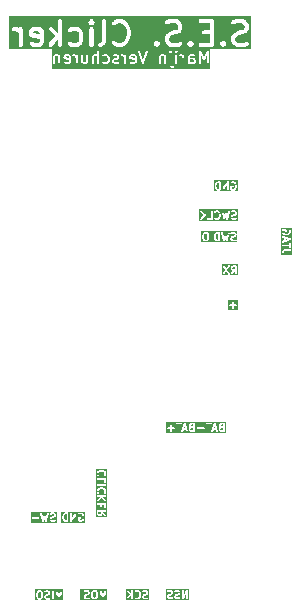
<source format=gbr>
%TF.GenerationSoftware,KiCad,Pcbnew,8.0.6*%
%TF.CreationDate,2024-12-19T09:16:50+01:00*%
%TF.ProjectId,Clicker_PCB,436c6963-6b65-4725-9f50-43422e6b6963,rev?*%
%TF.SameCoordinates,Original*%
%TF.FileFunction,Legend,Bot*%
%TF.FilePolarity,Positive*%
%FSLAX46Y46*%
G04 Gerber Fmt 4.6, Leading zero omitted, Abs format (unit mm)*
G04 Created by KiCad (PCBNEW 8.0.6) date 2024-12-19 09:16:50*
%MOMM*%
%LPD*%
G01*
G04 APERTURE LIST*
%ADD10C,0.150000*%
%ADD11C,0.350000*%
G04 APERTURE END LIST*
D10*
G36*
X121902506Y-142900152D02*
G01*
X119931188Y-142900152D01*
X119931188Y-142746070D01*
X120006188Y-142746070D01*
X120010327Y-142775039D01*
X120025236Y-142800220D01*
X120048647Y-142817778D01*
X120076995Y-142825041D01*
X120105964Y-142820902D01*
X120131145Y-142805993D01*
X120141077Y-142795152D01*
X120367763Y-142492903D01*
X120377506Y-142502646D01*
X120377506Y-142750152D01*
X120378947Y-142764784D01*
X120390146Y-142791820D01*
X120410838Y-142812512D01*
X120437874Y-142823711D01*
X120467138Y-142823711D01*
X120494174Y-142812512D01*
X120514866Y-142791820D01*
X120526065Y-142764784D01*
X120527506Y-142750152D01*
X120527506Y-142147427D01*
X120657518Y-142147427D01*
X120657518Y-142176690D01*
X120668717Y-142203726D01*
X120689410Y-142224418D01*
X120716447Y-142235616D01*
X120745710Y-142235616D01*
X120772746Y-142224417D01*
X120784111Y-142215089D01*
X120802543Y-142196655D01*
X120867057Y-142175152D01*
X120904621Y-142175152D01*
X120969134Y-142196656D01*
X121009914Y-142237436D01*
X121031741Y-142281090D01*
X121058458Y-142387956D01*
X121058458Y-142462346D01*
X121031741Y-142569213D01*
X121009914Y-142612867D01*
X120969134Y-142653647D01*
X120904621Y-142675152D01*
X120867057Y-142675152D01*
X120802543Y-142653648D01*
X120784111Y-142635215D01*
X120772746Y-142625887D01*
X120745710Y-142614688D01*
X120716447Y-142614688D01*
X120689410Y-142625886D01*
X120668717Y-142646578D01*
X120657518Y-142673614D01*
X120657518Y-142702877D01*
X120668716Y-142729914D01*
X120678043Y-142741279D01*
X120708995Y-142772232D01*
X120720360Y-142781559D01*
X120722850Y-142782590D01*
X120724887Y-142784357D01*
X120738312Y-142790351D01*
X120831171Y-142821303D01*
X120838422Y-142822952D01*
X120840255Y-142823711D01*
X120842910Y-142823972D01*
X120845507Y-142824563D01*
X120847481Y-142824422D01*
X120854887Y-142825152D01*
X120916791Y-142825152D01*
X120924196Y-142824422D01*
X120926171Y-142824563D01*
X120928768Y-142823972D01*
X120931423Y-142823711D01*
X120933254Y-142822952D01*
X120940508Y-142821303D01*
X121033365Y-142790351D01*
X121046791Y-142784357D01*
X121048827Y-142782590D01*
X121051316Y-142781560D01*
X121062681Y-142772233D01*
X121124586Y-142710328D01*
X121129308Y-142704574D01*
X121130802Y-142703279D01*
X121132218Y-142701028D01*
X121133914Y-142698963D01*
X121134673Y-142697128D01*
X121138635Y-142690836D01*
X121169588Y-142628932D01*
X121169998Y-142627860D01*
X121170320Y-142627426D01*
X121172510Y-142621295D01*
X121174843Y-142615200D01*
X121174881Y-142614659D01*
X121175267Y-142613580D01*
X121187552Y-142564438D01*
X121306077Y-142564438D01*
X121306077Y-142626342D01*
X121307518Y-142640974D01*
X121308548Y-142643462D01*
X121308740Y-142646152D01*
X121313995Y-142659883D01*
X121344948Y-142721788D01*
X121348910Y-142728082D01*
X121349669Y-142729914D01*
X121351362Y-142731977D01*
X121352781Y-142734231D01*
X121354275Y-142735527D01*
X121358996Y-142741279D01*
X121389948Y-142772232D01*
X121395700Y-142776953D01*
X121396999Y-142778450D01*
X121399255Y-142779870D01*
X121401313Y-142781559D01*
X121403140Y-142782316D01*
X121409441Y-142786282D01*
X121471347Y-142817234D01*
X121485078Y-142822489D01*
X121487765Y-142822679D01*
X121490255Y-142823711D01*
X121504887Y-142825152D01*
X121659649Y-142825152D01*
X121667054Y-142824422D01*
X121669029Y-142824563D01*
X121671626Y-142823972D01*
X121674281Y-142823711D01*
X121676112Y-142822952D01*
X121683366Y-142821303D01*
X121776223Y-142790351D01*
X121789649Y-142784357D01*
X121811756Y-142765183D01*
X121824843Y-142739010D01*
X121826917Y-142709820D01*
X121817663Y-142682058D01*
X121798490Y-142659950D01*
X121772316Y-142646864D01*
X121743126Y-142644789D01*
X121728789Y-142648049D01*
X121647479Y-142675152D01*
X121522592Y-142675152D01*
X121487409Y-142657561D01*
X121473669Y-142643821D01*
X121456077Y-142608636D01*
X121456077Y-142582143D01*
X121473669Y-142546958D01*
X121487409Y-142533218D01*
X121531062Y-142511392D01*
X121646886Y-142482437D01*
X121647965Y-142482051D01*
X121648506Y-142482013D01*
X121654602Y-142479679D01*
X121660731Y-142477490D01*
X121661165Y-142477168D01*
X121662237Y-142476758D01*
X121724142Y-142445805D01*
X121730436Y-142441842D01*
X121732268Y-142441084D01*
X121734331Y-142439390D01*
X121736585Y-142437972D01*
X121737881Y-142436477D01*
X121743633Y-142431757D01*
X121774586Y-142400805D01*
X121779307Y-142395052D01*
X121780804Y-142393754D01*
X121782224Y-142391497D01*
X121783913Y-142389440D01*
X121784670Y-142387612D01*
X121788636Y-142381312D01*
X121819588Y-142319406D01*
X121824843Y-142305675D01*
X121825033Y-142302987D01*
X121826065Y-142300498D01*
X121827506Y-142285866D01*
X121827506Y-142223961D01*
X121826065Y-142209329D01*
X121825033Y-142206839D01*
X121824843Y-142204152D01*
X121819588Y-142190420D01*
X121788636Y-142128516D01*
X121784671Y-142122216D01*
X121783914Y-142120389D01*
X121782225Y-142118332D01*
X121780804Y-142116073D01*
X121779305Y-142114773D01*
X121774587Y-142109024D01*
X121743634Y-142078071D01*
X121737884Y-142073352D01*
X121736585Y-142071854D01*
X121734325Y-142070432D01*
X121732269Y-142068744D01*
X121730441Y-142067986D01*
X121724142Y-142064022D01*
X121662237Y-142033070D01*
X121648505Y-142027815D01*
X121645817Y-142027624D01*
X121643328Y-142026593D01*
X121628696Y-142025152D01*
X121473935Y-142025152D01*
X121466529Y-142025881D01*
X121464555Y-142025741D01*
X121461958Y-142026331D01*
X121459303Y-142026593D01*
X121457470Y-142027351D01*
X121450219Y-142029001D01*
X121357360Y-142059953D01*
X121343935Y-142065947D01*
X121321828Y-142085120D01*
X121308741Y-142111294D01*
X121306666Y-142140484D01*
X121315920Y-142168246D01*
X121335093Y-142190353D01*
X121361267Y-142203440D01*
X121390457Y-142205515D01*
X121404794Y-142202255D01*
X121486105Y-142175152D01*
X121610992Y-142175152D01*
X121646173Y-142192742D01*
X121659915Y-142206484D01*
X121677506Y-142241666D01*
X121677506Y-142268161D01*
X121659915Y-142303343D01*
X121646175Y-142317083D01*
X121602519Y-142338911D01*
X121486697Y-142367867D01*
X121485617Y-142368252D01*
X121485078Y-142368291D01*
X121479002Y-142370615D01*
X121472851Y-142372814D01*
X121472414Y-142373137D01*
X121471347Y-142373546D01*
X121409441Y-142404498D01*
X121403140Y-142408463D01*
X121401313Y-142409221D01*
X121399255Y-142410909D01*
X121396999Y-142412330D01*
X121395700Y-142413826D01*
X121389948Y-142418548D01*
X121358996Y-142449501D01*
X121354275Y-142455252D01*
X121352781Y-142456549D01*
X121351362Y-142458802D01*
X121349669Y-142460866D01*
X121348910Y-142462697D01*
X121344948Y-142468992D01*
X121313995Y-142530897D01*
X121308740Y-142544628D01*
X121308548Y-142547317D01*
X121307518Y-142549806D01*
X121306077Y-142564438D01*
X121187552Y-142564438D01*
X121206219Y-142489770D01*
X121206594Y-142487233D01*
X121207017Y-142486212D01*
X121207559Y-142480699D01*
X121208369Y-142475226D01*
X121208206Y-142474133D01*
X121208458Y-142471580D01*
X121208458Y-142378723D01*
X121208206Y-142376169D01*
X121208369Y-142375077D01*
X121207559Y-142369603D01*
X121207017Y-142364091D01*
X121206594Y-142363069D01*
X121206219Y-142360533D01*
X121175267Y-142236724D01*
X121174881Y-142235644D01*
X121174843Y-142235104D01*
X121172510Y-142229008D01*
X121170320Y-142222878D01*
X121169998Y-142222443D01*
X121169588Y-142221372D01*
X121138635Y-142159468D01*
X121134673Y-142153175D01*
X121133914Y-142151341D01*
X121132218Y-142149275D01*
X121130802Y-142147025D01*
X121129308Y-142145729D01*
X121124586Y-142139976D01*
X121062681Y-142078071D01*
X121051316Y-142068744D01*
X121048827Y-142067713D01*
X121046791Y-142065947D01*
X121033365Y-142059953D01*
X120940508Y-142029001D01*
X120933254Y-142027351D01*
X120931423Y-142026593D01*
X120928768Y-142026331D01*
X120926171Y-142025741D01*
X120924196Y-142025881D01*
X120916791Y-142025152D01*
X120854887Y-142025152D01*
X120847481Y-142025881D01*
X120845507Y-142025741D01*
X120842910Y-142026331D01*
X120840255Y-142026593D01*
X120838422Y-142027351D01*
X120831171Y-142029001D01*
X120738312Y-142059953D01*
X120724887Y-142065947D01*
X120722850Y-142067713D01*
X120720360Y-142068745D01*
X120708995Y-142078072D01*
X120678043Y-142109025D01*
X120668716Y-142120390D01*
X120657518Y-142147427D01*
X120527506Y-142147427D01*
X120527506Y-142100152D01*
X120526065Y-142085520D01*
X120514866Y-142058484D01*
X120494174Y-142037792D01*
X120467138Y-142026593D01*
X120437874Y-142026593D01*
X120410838Y-142037792D01*
X120390146Y-142058484D01*
X120378947Y-142085520D01*
X120377506Y-142100152D01*
X120377506Y-142290514D01*
X120134110Y-142047119D01*
X120122745Y-142037791D01*
X120095708Y-142026593D01*
X120066445Y-142026593D01*
X120039409Y-142037792D01*
X120018716Y-142058484D01*
X120007518Y-142085521D01*
X120007518Y-142114784D01*
X120018717Y-142141820D01*
X120028044Y-142153185D01*
X120260620Y-142385760D01*
X120021077Y-142705152D01*
X120013451Y-142717722D01*
X120006188Y-142746070D01*
X119931188Y-142746070D01*
X119931188Y-141950152D01*
X121902506Y-141950152D01*
X121902506Y-142900152D01*
G37*
G36*
X112693792Y-142205242D02*
G01*
X112732402Y-142243852D01*
X112756077Y-142338552D01*
X112756077Y-142536751D01*
X112732402Y-142631451D01*
X112693792Y-142670061D01*
X112658611Y-142687652D01*
X112570211Y-142687652D01*
X112535027Y-142670060D01*
X112496418Y-142631451D01*
X112472744Y-142536751D01*
X112472744Y-142338552D01*
X112496418Y-142243852D01*
X112535027Y-142205243D01*
X112570211Y-142187652D01*
X112658611Y-142187652D01*
X112693792Y-142205242D01*
G37*
G36*
X114621554Y-142912652D02*
G01*
X112247744Y-142912652D01*
X112247744Y-142329319D01*
X112322744Y-142329319D01*
X112322744Y-142545985D01*
X112322995Y-142548534D01*
X112322832Y-142549630D01*
X112323643Y-142555114D01*
X112324185Y-142560617D01*
X112324607Y-142561637D01*
X112324983Y-142564175D01*
X112355935Y-142687985D01*
X112360882Y-142701830D01*
X112364201Y-142706310D01*
X112366336Y-142711463D01*
X112375663Y-142722828D01*
X112437568Y-142784733D01*
X112443321Y-142789455D01*
X112444618Y-142790950D01*
X112446869Y-142792367D01*
X112448933Y-142794061D01*
X112450766Y-142794820D01*
X112457060Y-142798782D01*
X112518966Y-142829734D01*
X112532697Y-142834989D01*
X112535384Y-142835179D01*
X112537874Y-142836211D01*
X112552506Y-142837652D01*
X112676315Y-142837652D01*
X112690947Y-142836211D01*
X112693436Y-142835179D01*
X112696124Y-142834989D01*
X112709856Y-142829734D01*
X112771761Y-142798782D01*
X112778060Y-142794817D01*
X112779888Y-142794060D01*
X112781944Y-142792371D01*
X112784204Y-142790950D01*
X112785503Y-142789451D01*
X112791253Y-142784733D01*
X112853158Y-142722828D01*
X112862486Y-142711463D01*
X112864620Y-142706309D01*
X112867939Y-142701831D01*
X112872886Y-142687985D01*
X112900647Y-142576938D01*
X113003696Y-142576938D01*
X113003696Y-142638842D01*
X113005137Y-142653474D01*
X113006167Y-142655962D01*
X113006359Y-142658652D01*
X113011614Y-142672383D01*
X113042567Y-142734288D01*
X113046529Y-142740582D01*
X113047288Y-142742414D01*
X113048981Y-142744477D01*
X113050400Y-142746731D01*
X113051894Y-142748027D01*
X113056615Y-142753779D01*
X113087567Y-142784732D01*
X113093319Y-142789453D01*
X113094618Y-142790950D01*
X113096874Y-142792370D01*
X113098932Y-142794059D01*
X113100759Y-142794816D01*
X113107060Y-142798782D01*
X113168966Y-142829734D01*
X113182697Y-142834989D01*
X113185384Y-142835179D01*
X113187874Y-142836211D01*
X113202506Y-142837652D01*
X113357268Y-142837652D01*
X113364673Y-142836922D01*
X113366648Y-142837063D01*
X113369245Y-142836472D01*
X113371900Y-142836211D01*
X113373731Y-142835452D01*
X113380985Y-142833803D01*
X113473842Y-142802851D01*
X113487268Y-142796857D01*
X113509375Y-142777683D01*
X113522462Y-142751510D01*
X113524536Y-142722320D01*
X113515282Y-142694558D01*
X113496109Y-142672450D01*
X113469935Y-142659364D01*
X113440745Y-142657289D01*
X113426408Y-142660549D01*
X113345098Y-142687652D01*
X113220211Y-142687652D01*
X113185028Y-142670061D01*
X113171288Y-142656321D01*
X113153696Y-142621136D01*
X113153696Y-142594643D01*
X113171288Y-142559458D01*
X113185028Y-142545718D01*
X113228681Y-142523892D01*
X113344505Y-142494937D01*
X113345584Y-142494551D01*
X113346125Y-142494513D01*
X113352221Y-142492179D01*
X113358350Y-142489990D01*
X113358784Y-142489668D01*
X113359856Y-142489258D01*
X113421761Y-142458305D01*
X113428055Y-142454342D01*
X113429887Y-142453584D01*
X113431950Y-142451890D01*
X113434204Y-142450472D01*
X113435500Y-142448977D01*
X113441252Y-142444257D01*
X113472205Y-142413305D01*
X113476926Y-142407552D01*
X113478423Y-142406254D01*
X113479843Y-142403997D01*
X113481532Y-142401940D01*
X113482289Y-142400112D01*
X113486255Y-142393812D01*
X113517207Y-142331906D01*
X113522462Y-142318175D01*
X113522652Y-142315487D01*
X113523684Y-142312998D01*
X113525125Y-142298366D01*
X113525125Y-142236461D01*
X113523684Y-142221829D01*
X113522652Y-142219339D01*
X113522462Y-142216652D01*
X113517207Y-142202920D01*
X113486255Y-142141016D01*
X113482290Y-142134716D01*
X113481533Y-142132889D01*
X113479844Y-142130832D01*
X113478423Y-142128573D01*
X113476924Y-142127273D01*
X113472206Y-142121524D01*
X113463334Y-142112652D01*
X113653697Y-142112652D01*
X113653697Y-142762652D01*
X113655138Y-142777284D01*
X113666337Y-142804320D01*
X113687029Y-142825012D01*
X113714065Y-142836211D01*
X113743329Y-142836211D01*
X113770365Y-142825012D01*
X113791057Y-142804320D01*
X113802256Y-142777284D01*
X113803697Y-142762652D01*
X113803697Y-142112652D01*
X113963220Y-142112652D01*
X113963220Y-142762652D01*
X113964661Y-142777284D01*
X113975860Y-142804320D01*
X113996552Y-142825012D01*
X114023588Y-142836211D01*
X114052852Y-142836211D01*
X114079888Y-142825012D01*
X114100580Y-142804320D01*
X114111779Y-142777284D01*
X114113220Y-142762652D01*
X114113220Y-142450719D01*
X114186923Y-142608654D01*
X114190096Y-142614011D01*
X114190757Y-142615827D01*
X114191933Y-142617111D01*
X114194417Y-142621304D01*
X114202822Y-142629002D01*
X114210521Y-142637408D01*
X114213540Y-142638816D01*
X114215998Y-142641068D01*
X114226707Y-142644962D01*
X114237039Y-142649784D01*
X114240370Y-142649930D01*
X114243499Y-142651068D01*
X114254882Y-142650567D01*
X114266275Y-142651068D01*
X114269406Y-142649929D01*
X114272735Y-142649783D01*
X114283061Y-142644964D01*
X114293776Y-142641068D01*
X114296234Y-142638816D01*
X114299253Y-142637408D01*
X114306948Y-142629004D01*
X114315357Y-142621304D01*
X114317842Y-142617108D01*
X114319017Y-142615826D01*
X114319676Y-142614013D01*
X114322851Y-142608654D01*
X114396554Y-142450719D01*
X114396554Y-142762652D01*
X114397995Y-142777284D01*
X114409194Y-142804320D01*
X114429886Y-142825012D01*
X114456922Y-142836211D01*
X114486186Y-142836211D01*
X114513222Y-142825012D01*
X114533914Y-142804320D01*
X114545113Y-142777284D01*
X114546554Y-142762652D01*
X114546554Y-142112652D01*
X114545606Y-142103030D01*
X114545684Y-142101265D01*
X114545339Y-142100316D01*
X114545113Y-142098020D01*
X114540128Y-142085985D01*
X114535684Y-142073764D01*
X114534554Y-142072530D01*
X114533914Y-142070984D01*
X114524704Y-142061774D01*
X114515920Y-142052182D01*
X114514405Y-142051475D01*
X114513222Y-142050292D01*
X114501190Y-142045308D01*
X114489402Y-142039807D01*
X114487732Y-142039733D01*
X114486186Y-142039093D01*
X114473157Y-142039093D01*
X114460166Y-142038522D01*
X114458596Y-142039093D01*
X114456922Y-142039093D01*
X114444895Y-142044074D01*
X114432665Y-142048522D01*
X114431431Y-142049651D01*
X114429886Y-142050292D01*
X114420680Y-142059497D01*
X114411084Y-142068286D01*
X114409909Y-142070268D01*
X114409194Y-142070984D01*
X114408515Y-142072620D01*
X114403590Y-142080936D01*
X114254887Y-142399584D01*
X114106184Y-142080936D01*
X114101258Y-142072620D01*
X114100580Y-142070984D01*
X114099864Y-142070268D01*
X114098690Y-142068286D01*
X114089093Y-142059497D01*
X114079888Y-142050292D01*
X114078342Y-142049651D01*
X114077109Y-142048522D01*
X114064878Y-142044074D01*
X114052852Y-142039093D01*
X114051178Y-142039093D01*
X114049608Y-142038522D01*
X114036607Y-142039093D01*
X114023588Y-142039093D01*
X114022043Y-142039732D01*
X114020372Y-142039806D01*
X114008573Y-142045312D01*
X113996552Y-142050292D01*
X113995369Y-142051474D01*
X113993854Y-142052182D01*
X113985065Y-142061778D01*
X113975860Y-142070984D01*
X113975219Y-142072529D01*
X113974090Y-142073763D01*
X113969642Y-142085993D01*
X113964661Y-142098020D01*
X113964434Y-142100315D01*
X113964090Y-142101264D01*
X113964167Y-142103030D01*
X113963220Y-142112652D01*
X113803697Y-142112652D01*
X113802256Y-142098020D01*
X113791057Y-142070984D01*
X113770365Y-142050292D01*
X113743329Y-142039093D01*
X113714065Y-142039093D01*
X113687029Y-142050292D01*
X113666337Y-142070984D01*
X113655138Y-142098020D01*
X113653697Y-142112652D01*
X113463334Y-142112652D01*
X113441253Y-142090571D01*
X113435503Y-142085852D01*
X113434204Y-142084354D01*
X113431944Y-142082932D01*
X113429888Y-142081244D01*
X113428060Y-142080486D01*
X113421761Y-142076522D01*
X113359856Y-142045570D01*
X113346124Y-142040315D01*
X113343436Y-142040124D01*
X113340947Y-142039093D01*
X113326315Y-142037652D01*
X113171554Y-142037652D01*
X113164148Y-142038381D01*
X113162174Y-142038241D01*
X113159577Y-142038831D01*
X113156922Y-142039093D01*
X113155089Y-142039851D01*
X113147838Y-142041501D01*
X113054979Y-142072453D01*
X113041554Y-142078447D01*
X113019447Y-142097620D01*
X113006360Y-142123794D01*
X113004285Y-142152984D01*
X113013539Y-142180746D01*
X113032712Y-142202853D01*
X113058886Y-142215940D01*
X113088076Y-142218015D01*
X113102413Y-142214755D01*
X113183724Y-142187652D01*
X113308611Y-142187652D01*
X113343792Y-142205242D01*
X113357534Y-142218984D01*
X113375125Y-142254166D01*
X113375125Y-142280661D01*
X113357534Y-142315843D01*
X113343794Y-142329583D01*
X113300138Y-142351411D01*
X113184316Y-142380367D01*
X113183236Y-142380752D01*
X113182697Y-142380791D01*
X113176621Y-142383115D01*
X113170470Y-142385314D01*
X113170033Y-142385637D01*
X113168966Y-142386046D01*
X113107060Y-142416998D01*
X113100759Y-142420963D01*
X113098932Y-142421721D01*
X113096874Y-142423409D01*
X113094618Y-142424830D01*
X113093319Y-142426326D01*
X113087567Y-142431048D01*
X113056615Y-142462001D01*
X113051894Y-142467752D01*
X113050400Y-142469049D01*
X113048981Y-142471302D01*
X113047288Y-142473366D01*
X113046529Y-142475197D01*
X113042567Y-142481492D01*
X113011614Y-142543397D01*
X113006359Y-142557128D01*
X113006167Y-142559817D01*
X113005137Y-142562306D01*
X113003696Y-142576938D01*
X112900647Y-142576938D01*
X112903838Y-142564175D01*
X112904213Y-142561638D01*
X112904636Y-142560617D01*
X112905178Y-142555104D01*
X112905988Y-142549631D01*
X112905825Y-142548538D01*
X112906077Y-142545985D01*
X112906077Y-142329319D01*
X112905825Y-142326765D01*
X112905988Y-142325673D01*
X112905178Y-142320199D01*
X112904636Y-142314687D01*
X112904213Y-142313665D01*
X112903838Y-142311129D01*
X112872886Y-142187319D01*
X112867939Y-142173473D01*
X112864620Y-142168994D01*
X112862486Y-142163841D01*
X112853158Y-142152476D01*
X112791253Y-142090571D01*
X112785503Y-142085852D01*
X112784204Y-142084354D01*
X112781944Y-142082932D01*
X112779888Y-142081244D01*
X112778060Y-142080486D01*
X112771761Y-142076522D01*
X112709856Y-142045570D01*
X112696124Y-142040315D01*
X112693436Y-142040124D01*
X112690947Y-142039093D01*
X112676315Y-142037652D01*
X112552506Y-142037652D01*
X112537874Y-142039093D01*
X112535384Y-142040124D01*
X112532697Y-142040315D01*
X112518966Y-142045570D01*
X112457060Y-142076522D01*
X112450766Y-142080483D01*
X112448933Y-142081243D01*
X112446869Y-142082936D01*
X112444618Y-142084354D01*
X112443321Y-142085848D01*
X112437568Y-142090571D01*
X112375663Y-142152476D01*
X112366336Y-142163841D01*
X112364201Y-142168993D01*
X112360882Y-142173474D01*
X112355935Y-142187319D01*
X112324983Y-142311129D01*
X112324607Y-142313666D01*
X112324185Y-142314687D01*
X112323643Y-142320189D01*
X112322832Y-142325674D01*
X112322995Y-142326769D01*
X112322744Y-142329319D01*
X112247744Y-142329319D01*
X112247744Y-141962652D01*
X114621554Y-141962652D01*
X114621554Y-142912652D01*
G37*
G36*
X125259054Y-142887652D02*
G01*
X123318577Y-142887652D01*
X123318577Y-142551938D01*
X123393577Y-142551938D01*
X123393577Y-142613842D01*
X123395018Y-142628474D01*
X123396048Y-142630962D01*
X123396240Y-142633652D01*
X123401495Y-142647383D01*
X123432448Y-142709288D01*
X123436410Y-142715582D01*
X123437169Y-142717414D01*
X123438862Y-142719477D01*
X123440281Y-142721731D01*
X123441775Y-142723027D01*
X123446496Y-142728779D01*
X123477448Y-142759732D01*
X123483200Y-142764453D01*
X123484499Y-142765950D01*
X123486755Y-142767370D01*
X123488813Y-142769059D01*
X123490640Y-142769816D01*
X123496941Y-142773782D01*
X123558847Y-142804734D01*
X123572578Y-142809989D01*
X123575265Y-142810179D01*
X123577755Y-142811211D01*
X123592387Y-142812652D01*
X123747149Y-142812652D01*
X123754554Y-142811922D01*
X123756529Y-142812063D01*
X123759126Y-142811472D01*
X123761781Y-142811211D01*
X123763612Y-142810452D01*
X123770866Y-142808803D01*
X123863723Y-142777851D01*
X123877149Y-142771857D01*
X123899256Y-142752683D01*
X123912343Y-142726510D01*
X123914417Y-142697320D01*
X123905163Y-142669558D01*
X123885990Y-142647450D01*
X123859816Y-142634364D01*
X123830626Y-142632289D01*
X123816289Y-142635549D01*
X123734979Y-142662652D01*
X123610092Y-142662652D01*
X123574909Y-142645061D01*
X123561169Y-142631321D01*
X123543577Y-142596136D01*
X123543577Y-142569643D01*
X123552429Y-142551938D01*
X124012625Y-142551938D01*
X124012625Y-142613842D01*
X124014066Y-142628474D01*
X124015096Y-142630962D01*
X124015288Y-142633652D01*
X124020543Y-142647383D01*
X124051496Y-142709288D01*
X124055458Y-142715582D01*
X124056217Y-142717414D01*
X124057910Y-142719477D01*
X124059329Y-142721731D01*
X124060823Y-142723027D01*
X124065544Y-142728779D01*
X124096496Y-142759732D01*
X124102248Y-142764453D01*
X124103547Y-142765950D01*
X124105803Y-142767370D01*
X124107861Y-142769059D01*
X124109688Y-142769816D01*
X124115989Y-142773782D01*
X124177895Y-142804734D01*
X124191626Y-142809989D01*
X124194313Y-142810179D01*
X124196803Y-142811211D01*
X124211435Y-142812652D01*
X124366197Y-142812652D01*
X124373602Y-142811922D01*
X124375577Y-142812063D01*
X124378174Y-142811472D01*
X124380829Y-142811211D01*
X124382660Y-142810452D01*
X124389914Y-142808803D01*
X124482771Y-142777851D01*
X124496197Y-142771857D01*
X124518304Y-142752683D01*
X124531391Y-142726510D01*
X124533465Y-142697320D01*
X124524211Y-142669558D01*
X124505038Y-142647450D01*
X124478864Y-142634364D01*
X124449674Y-142632289D01*
X124435337Y-142635549D01*
X124354027Y-142662652D01*
X124229140Y-142662652D01*
X124193957Y-142645061D01*
X124180217Y-142631321D01*
X124162625Y-142596136D01*
X124162625Y-142569643D01*
X124180217Y-142534458D01*
X124193957Y-142520718D01*
X124237610Y-142498892D01*
X124353434Y-142469937D01*
X124354513Y-142469551D01*
X124355054Y-142469513D01*
X124361150Y-142467179D01*
X124367279Y-142464990D01*
X124367713Y-142464668D01*
X124368785Y-142464258D01*
X124430690Y-142433305D01*
X124436984Y-142429342D01*
X124438816Y-142428584D01*
X124440879Y-142426890D01*
X124443133Y-142425472D01*
X124444429Y-142423977D01*
X124450181Y-142419257D01*
X124481134Y-142388305D01*
X124485855Y-142382552D01*
X124487352Y-142381254D01*
X124488772Y-142378997D01*
X124490461Y-142376940D01*
X124491218Y-142375112D01*
X124495184Y-142368812D01*
X124526136Y-142306906D01*
X124531391Y-142293175D01*
X124531581Y-142290487D01*
X124532613Y-142287998D01*
X124534054Y-142273366D01*
X124534054Y-142211461D01*
X124532613Y-142196829D01*
X124531581Y-142194339D01*
X124531391Y-142191652D01*
X124526136Y-142177920D01*
X124495184Y-142116016D01*
X124491219Y-142109716D01*
X124490462Y-142107889D01*
X124488773Y-142105832D01*
X124487352Y-142103573D01*
X124485853Y-142102273D01*
X124481135Y-142096524D01*
X124472263Y-142087652D01*
X124662625Y-142087652D01*
X124662625Y-142737652D01*
X124662995Y-142741415D01*
X124662808Y-142742891D01*
X124663329Y-142744801D01*
X124664066Y-142752284D01*
X124667883Y-142761500D01*
X124670508Y-142771122D01*
X124673434Y-142774901D01*
X124675265Y-142779320D01*
X124682316Y-142786371D01*
X124688425Y-142794260D01*
X124692578Y-142796633D01*
X124695957Y-142800012D01*
X124705169Y-142803828D01*
X124713834Y-142808779D01*
X124718577Y-142809381D01*
X124722993Y-142811211D01*
X124732967Y-142811211D01*
X124742864Y-142812469D01*
X124747476Y-142811211D01*
X124752257Y-142811211D01*
X124761473Y-142807393D01*
X124771095Y-142804769D01*
X124774874Y-142801842D01*
X124779293Y-142800012D01*
X124786344Y-142792960D01*
X124794233Y-142786852D01*
X124798585Y-142780719D01*
X124799985Y-142779320D01*
X124800554Y-142777945D01*
X124802743Y-142774862D01*
X125034054Y-142370068D01*
X125034054Y-142737652D01*
X125035495Y-142752284D01*
X125046694Y-142779320D01*
X125067386Y-142800012D01*
X125094422Y-142811211D01*
X125123686Y-142811211D01*
X125150722Y-142800012D01*
X125171414Y-142779320D01*
X125182613Y-142752284D01*
X125184054Y-142737652D01*
X125184054Y-142087652D01*
X125183683Y-142083889D01*
X125183871Y-142082414D01*
X125183350Y-142080503D01*
X125182613Y-142073020D01*
X125178794Y-142063802D01*
X125176171Y-142054182D01*
X125173244Y-142050403D01*
X125171414Y-142045984D01*
X125164357Y-142038927D01*
X125158253Y-142031045D01*
X125154104Y-142028674D01*
X125150722Y-142025292D01*
X125141501Y-142021472D01*
X125132845Y-142016526D01*
X125128105Y-142015923D01*
X125123686Y-142014093D01*
X125113704Y-142014093D01*
X125103815Y-142012836D01*
X125099206Y-142014093D01*
X125094422Y-142014093D01*
X125085204Y-142017911D01*
X125075583Y-142020535D01*
X125071802Y-142023462D01*
X125067386Y-142025292D01*
X125060332Y-142032345D01*
X125052446Y-142038453D01*
X125048094Y-142044583D01*
X125046694Y-142045984D01*
X125046124Y-142047358D01*
X125043936Y-142050442D01*
X124812625Y-142455235D01*
X124812625Y-142087652D01*
X124811184Y-142073020D01*
X124799985Y-142045984D01*
X124779293Y-142025292D01*
X124752257Y-142014093D01*
X124722993Y-142014093D01*
X124695957Y-142025292D01*
X124675265Y-142045984D01*
X124664066Y-142073020D01*
X124662625Y-142087652D01*
X124472263Y-142087652D01*
X124450182Y-142065571D01*
X124444432Y-142060852D01*
X124443133Y-142059354D01*
X124440873Y-142057932D01*
X124438817Y-142056244D01*
X124436989Y-142055486D01*
X124430690Y-142051522D01*
X124368785Y-142020570D01*
X124355053Y-142015315D01*
X124352365Y-142015124D01*
X124349876Y-142014093D01*
X124335244Y-142012652D01*
X124180483Y-142012652D01*
X124173077Y-142013381D01*
X124171103Y-142013241D01*
X124168506Y-142013831D01*
X124165851Y-142014093D01*
X124164018Y-142014851D01*
X124156767Y-142016501D01*
X124063908Y-142047453D01*
X124050483Y-142053447D01*
X124028376Y-142072620D01*
X124015289Y-142098794D01*
X124013214Y-142127984D01*
X124022468Y-142155746D01*
X124041641Y-142177853D01*
X124067815Y-142190940D01*
X124097005Y-142193015D01*
X124111342Y-142189755D01*
X124192653Y-142162652D01*
X124317540Y-142162652D01*
X124352721Y-142180242D01*
X124366463Y-142193984D01*
X124384054Y-142229166D01*
X124384054Y-142255661D01*
X124366463Y-142290843D01*
X124352723Y-142304583D01*
X124309067Y-142326411D01*
X124193245Y-142355367D01*
X124192165Y-142355752D01*
X124191626Y-142355791D01*
X124185550Y-142358115D01*
X124179399Y-142360314D01*
X124178962Y-142360637D01*
X124177895Y-142361046D01*
X124115989Y-142391998D01*
X124109688Y-142395963D01*
X124107861Y-142396721D01*
X124105803Y-142398409D01*
X124103547Y-142399830D01*
X124102248Y-142401326D01*
X124096496Y-142406048D01*
X124065544Y-142437001D01*
X124060823Y-142442752D01*
X124059329Y-142444049D01*
X124057910Y-142446302D01*
X124056217Y-142448366D01*
X124055458Y-142450197D01*
X124051496Y-142456492D01*
X124020543Y-142518397D01*
X124015288Y-142532128D01*
X124015096Y-142534817D01*
X124014066Y-142537306D01*
X124012625Y-142551938D01*
X123552429Y-142551938D01*
X123561169Y-142534458D01*
X123574909Y-142520718D01*
X123618562Y-142498892D01*
X123734386Y-142469937D01*
X123735465Y-142469551D01*
X123736006Y-142469513D01*
X123742102Y-142467179D01*
X123748231Y-142464990D01*
X123748665Y-142464668D01*
X123749737Y-142464258D01*
X123811642Y-142433305D01*
X123817936Y-142429342D01*
X123819768Y-142428584D01*
X123821831Y-142426890D01*
X123824085Y-142425472D01*
X123825381Y-142423977D01*
X123831133Y-142419257D01*
X123862086Y-142388305D01*
X123866807Y-142382552D01*
X123868304Y-142381254D01*
X123869724Y-142378997D01*
X123871413Y-142376940D01*
X123872170Y-142375112D01*
X123876136Y-142368812D01*
X123907088Y-142306906D01*
X123912343Y-142293175D01*
X123912533Y-142290487D01*
X123913565Y-142287998D01*
X123915006Y-142273366D01*
X123915006Y-142211461D01*
X123913565Y-142196829D01*
X123912533Y-142194339D01*
X123912343Y-142191652D01*
X123907088Y-142177920D01*
X123876136Y-142116016D01*
X123872171Y-142109716D01*
X123871414Y-142107889D01*
X123869725Y-142105832D01*
X123868304Y-142103573D01*
X123866805Y-142102273D01*
X123862087Y-142096524D01*
X123831134Y-142065571D01*
X123825384Y-142060852D01*
X123824085Y-142059354D01*
X123821825Y-142057932D01*
X123819769Y-142056244D01*
X123817941Y-142055486D01*
X123811642Y-142051522D01*
X123749737Y-142020570D01*
X123736005Y-142015315D01*
X123733317Y-142015124D01*
X123730828Y-142014093D01*
X123716196Y-142012652D01*
X123561435Y-142012652D01*
X123554029Y-142013381D01*
X123552055Y-142013241D01*
X123549458Y-142013831D01*
X123546803Y-142014093D01*
X123544970Y-142014851D01*
X123537719Y-142016501D01*
X123444860Y-142047453D01*
X123431435Y-142053447D01*
X123409328Y-142072620D01*
X123396241Y-142098794D01*
X123394166Y-142127984D01*
X123403420Y-142155746D01*
X123422593Y-142177853D01*
X123448767Y-142190940D01*
X123477957Y-142193015D01*
X123492294Y-142189755D01*
X123573605Y-142162652D01*
X123698492Y-142162652D01*
X123733673Y-142180242D01*
X123747415Y-142193984D01*
X123765006Y-142229166D01*
X123765006Y-142255661D01*
X123747415Y-142290843D01*
X123733675Y-142304583D01*
X123690019Y-142326411D01*
X123574197Y-142355367D01*
X123573117Y-142355752D01*
X123572578Y-142355791D01*
X123566502Y-142358115D01*
X123560351Y-142360314D01*
X123559914Y-142360637D01*
X123558847Y-142361046D01*
X123496941Y-142391998D01*
X123490640Y-142395963D01*
X123488813Y-142396721D01*
X123486755Y-142398409D01*
X123484499Y-142399830D01*
X123483200Y-142401326D01*
X123477448Y-142406048D01*
X123446496Y-142437001D01*
X123441775Y-142442752D01*
X123440281Y-142444049D01*
X123438862Y-142446302D01*
X123437169Y-142448366D01*
X123436410Y-142450197D01*
X123432448Y-142456492D01*
X123401495Y-142518397D01*
X123396240Y-142532128D01*
X123396048Y-142534817D01*
X123395018Y-142537306D01*
X123393577Y-142551938D01*
X123318577Y-142551938D01*
X123318577Y-141937652D01*
X125259054Y-141937652D01*
X125259054Y-142887652D01*
G37*
G36*
X117347364Y-142192742D02*
G01*
X117385974Y-142231352D01*
X117409649Y-142326052D01*
X117409649Y-142524251D01*
X117385974Y-142618951D01*
X117347364Y-142657561D01*
X117312183Y-142675152D01*
X117223783Y-142675152D01*
X117188599Y-142657560D01*
X117149990Y-142618951D01*
X117126316Y-142524251D01*
X117126316Y-142326052D01*
X117149990Y-142231352D01*
X117188599Y-142192743D01*
X117223783Y-142175152D01*
X117312183Y-142175152D01*
X117347364Y-142192742D01*
G37*
G36*
X118346554Y-142900152D02*
G01*
X116003697Y-142900152D01*
X116003697Y-142100152D01*
X116078697Y-142100152D01*
X116078697Y-142750152D01*
X116080138Y-142764784D01*
X116091337Y-142791820D01*
X116112029Y-142812512D01*
X116139065Y-142823711D01*
X116168329Y-142823711D01*
X116195365Y-142812512D01*
X116216057Y-142791820D01*
X116227256Y-142764784D01*
X116228697Y-142750152D01*
X116228697Y-142564438D01*
X116357268Y-142564438D01*
X116357268Y-142626342D01*
X116358709Y-142640974D01*
X116359739Y-142643462D01*
X116359931Y-142646152D01*
X116365186Y-142659883D01*
X116396139Y-142721788D01*
X116400101Y-142728082D01*
X116400860Y-142729914D01*
X116402553Y-142731977D01*
X116403972Y-142734231D01*
X116405466Y-142735527D01*
X116410187Y-142741279D01*
X116441139Y-142772232D01*
X116446891Y-142776953D01*
X116448190Y-142778450D01*
X116450446Y-142779870D01*
X116452504Y-142781559D01*
X116454331Y-142782316D01*
X116460632Y-142786282D01*
X116522538Y-142817234D01*
X116536269Y-142822489D01*
X116538956Y-142822679D01*
X116541446Y-142823711D01*
X116556078Y-142825152D01*
X116710840Y-142825152D01*
X116718245Y-142824422D01*
X116720220Y-142824563D01*
X116722817Y-142823972D01*
X116725472Y-142823711D01*
X116727303Y-142822952D01*
X116734557Y-142821303D01*
X116827414Y-142790351D01*
X116840840Y-142784357D01*
X116862947Y-142765183D01*
X116876034Y-142739010D01*
X116878108Y-142709820D01*
X116868854Y-142682058D01*
X116849681Y-142659950D01*
X116823507Y-142646864D01*
X116794317Y-142644789D01*
X116779980Y-142648049D01*
X116698670Y-142675152D01*
X116573783Y-142675152D01*
X116538600Y-142657561D01*
X116524860Y-142643821D01*
X116507268Y-142608636D01*
X116507268Y-142582143D01*
X116524860Y-142546958D01*
X116538600Y-142533218D01*
X116582253Y-142511392D01*
X116698077Y-142482437D01*
X116699156Y-142482051D01*
X116699697Y-142482013D01*
X116705793Y-142479679D01*
X116711922Y-142477490D01*
X116712356Y-142477168D01*
X116713428Y-142476758D01*
X116775333Y-142445805D01*
X116781627Y-142441842D01*
X116783459Y-142441084D01*
X116785522Y-142439390D01*
X116787776Y-142437972D01*
X116789072Y-142436477D01*
X116794824Y-142431757D01*
X116825777Y-142400805D01*
X116830498Y-142395052D01*
X116831995Y-142393754D01*
X116833415Y-142391497D01*
X116835104Y-142389440D01*
X116835861Y-142387612D01*
X116839827Y-142381312D01*
X116870779Y-142319406D01*
X116871769Y-142316819D01*
X116976316Y-142316819D01*
X116976316Y-142533485D01*
X116976567Y-142536034D01*
X116976404Y-142537130D01*
X116977215Y-142542614D01*
X116977757Y-142548117D01*
X116978179Y-142549137D01*
X116978555Y-142551675D01*
X117009507Y-142675485D01*
X117014454Y-142689330D01*
X117017773Y-142693810D01*
X117019908Y-142698963D01*
X117029235Y-142710328D01*
X117091140Y-142772233D01*
X117096893Y-142776955D01*
X117098190Y-142778450D01*
X117100441Y-142779867D01*
X117102505Y-142781561D01*
X117104338Y-142782320D01*
X117110632Y-142786282D01*
X117172538Y-142817234D01*
X117186269Y-142822489D01*
X117188956Y-142822679D01*
X117191446Y-142823711D01*
X117206078Y-142825152D01*
X117329887Y-142825152D01*
X117344519Y-142823711D01*
X117347008Y-142822679D01*
X117349696Y-142822489D01*
X117363428Y-142817234D01*
X117425333Y-142786282D01*
X117431632Y-142782317D01*
X117433460Y-142781560D01*
X117435516Y-142779871D01*
X117437776Y-142778450D01*
X117439075Y-142776951D01*
X117444825Y-142772233D01*
X117506730Y-142710328D01*
X117516058Y-142698963D01*
X117518192Y-142693809D01*
X117521511Y-142689331D01*
X117526458Y-142675485D01*
X117557410Y-142551675D01*
X117557785Y-142549138D01*
X117558208Y-142548117D01*
X117558750Y-142542604D01*
X117559560Y-142537131D01*
X117559397Y-142536038D01*
X117559649Y-142533485D01*
X117559649Y-142316819D01*
X117559397Y-142314265D01*
X117559560Y-142313173D01*
X117558750Y-142307699D01*
X117558208Y-142302187D01*
X117557785Y-142301165D01*
X117557410Y-142298629D01*
X117526458Y-142174819D01*
X117521511Y-142160973D01*
X117518192Y-142156494D01*
X117516058Y-142151341D01*
X117506730Y-142139976D01*
X117466906Y-142100152D01*
X117688220Y-142100152D01*
X117688220Y-142750152D01*
X117689661Y-142764784D01*
X117700860Y-142791820D01*
X117721552Y-142812512D01*
X117748588Y-142823711D01*
X117777852Y-142823711D01*
X117804888Y-142812512D01*
X117825580Y-142791820D01*
X117836779Y-142764784D01*
X117838220Y-142750152D01*
X117838220Y-142438219D01*
X117911923Y-142596154D01*
X117915096Y-142601511D01*
X117915757Y-142603327D01*
X117916933Y-142604611D01*
X117919417Y-142608804D01*
X117927822Y-142616502D01*
X117935521Y-142624908D01*
X117938540Y-142626316D01*
X117940998Y-142628568D01*
X117951707Y-142632462D01*
X117962039Y-142637284D01*
X117965370Y-142637430D01*
X117968499Y-142638568D01*
X117979882Y-142638067D01*
X117991275Y-142638568D01*
X117994406Y-142637429D01*
X117997735Y-142637283D01*
X118008061Y-142632464D01*
X118018776Y-142628568D01*
X118021234Y-142626316D01*
X118024253Y-142624908D01*
X118031948Y-142616504D01*
X118040357Y-142608804D01*
X118042842Y-142604608D01*
X118044017Y-142603326D01*
X118044676Y-142601513D01*
X118047851Y-142596154D01*
X118121554Y-142438219D01*
X118121554Y-142750152D01*
X118122995Y-142764784D01*
X118134194Y-142791820D01*
X118154886Y-142812512D01*
X118181922Y-142823711D01*
X118211186Y-142823711D01*
X118238222Y-142812512D01*
X118258914Y-142791820D01*
X118270113Y-142764784D01*
X118271554Y-142750152D01*
X118271554Y-142100152D01*
X118270606Y-142090530D01*
X118270684Y-142088765D01*
X118270339Y-142087816D01*
X118270113Y-142085520D01*
X118265128Y-142073485D01*
X118260684Y-142061264D01*
X118259554Y-142060030D01*
X118258914Y-142058484D01*
X118249704Y-142049274D01*
X118240920Y-142039682D01*
X118239405Y-142038975D01*
X118238222Y-142037792D01*
X118226190Y-142032808D01*
X118214402Y-142027307D01*
X118212732Y-142027233D01*
X118211186Y-142026593D01*
X118198157Y-142026593D01*
X118185166Y-142026022D01*
X118183596Y-142026593D01*
X118181922Y-142026593D01*
X118169895Y-142031574D01*
X118157665Y-142036022D01*
X118156431Y-142037151D01*
X118154886Y-142037792D01*
X118145680Y-142046997D01*
X118136084Y-142055786D01*
X118134909Y-142057768D01*
X118134194Y-142058484D01*
X118133515Y-142060120D01*
X118128590Y-142068436D01*
X117979887Y-142387084D01*
X117831184Y-142068436D01*
X117826258Y-142060120D01*
X117825580Y-142058484D01*
X117824864Y-142057768D01*
X117823690Y-142055786D01*
X117814093Y-142046997D01*
X117804888Y-142037792D01*
X117803342Y-142037151D01*
X117802109Y-142036022D01*
X117789878Y-142031574D01*
X117777852Y-142026593D01*
X117776178Y-142026593D01*
X117774608Y-142026022D01*
X117761607Y-142026593D01*
X117748588Y-142026593D01*
X117747043Y-142027232D01*
X117745372Y-142027306D01*
X117733573Y-142032812D01*
X117721552Y-142037792D01*
X117720369Y-142038974D01*
X117718854Y-142039682D01*
X117710065Y-142049278D01*
X117700860Y-142058484D01*
X117700219Y-142060029D01*
X117699090Y-142061263D01*
X117694642Y-142073493D01*
X117689661Y-142085520D01*
X117689434Y-142087815D01*
X117689090Y-142088764D01*
X117689167Y-142090530D01*
X117688220Y-142100152D01*
X117466906Y-142100152D01*
X117444825Y-142078071D01*
X117439075Y-142073352D01*
X117437776Y-142071854D01*
X117435516Y-142070432D01*
X117433460Y-142068744D01*
X117431632Y-142067986D01*
X117425333Y-142064022D01*
X117363428Y-142033070D01*
X117349696Y-142027815D01*
X117347008Y-142027624D01*
X117344519Y-142026593D01*
X117329887Y-142025152D01*
X117206078Y-142025152D01*
X117191446Y-142026593D01*
X117188956Y-142027624D01*
X117186269Y-142027815D01*
X117172538Y-142033070D01*
X117110632Y-142064022D01*
X117104338Y-142067983D01*
X117102505Y-142068743D01*
X117100441Y-142070436D01*
X117098190Y-142071854D01*
X117096893Y-142073348D01*
X117091140Y-142078071D01*
X117029235Y-142139976D01*
X117019908Y-142151341D01*
X117017773Y-142156493D01*
X117014454Y-142160974D01*
X117009507Y-142174819D01*
X116978555Y-142298629D01*
X116978179Y-142301166D01*
X116977757Y-142302187D01*
X116977215Y-142307689D01*
X116976404Y-142313174D01*
X116976567Y-142314269D01*
X116976316Y-142316819D01*
X116871769Y-142316819D01*
X116876034Y-142305675D01*
X116876224Y-142302987D01*
X116877256Y-142300498D01*
X116878697Y-142285866D01*
X116878697Y-142223961D01*
X116877256Y-142209329D01*
X116876224Y-142206839D01*
X116876034Y-142204152D01*
X116870779Y-142190420D01*
X116839827Y-142128516D01*
X116835862Y-142122216D01*
X116835105Y-142120389D01*
X116833416Y-142118332D01*
X116831995Y-142116073D01*
X116830496Y-142114773D01*
X116825778Y-142109024D01*
X116794825Y-142078071D01*
X116789075Y-142073352D01*
X116787776Y-142071854D01*
X116785516Y-142070432D01*
X116783460Y-142068744D01*
X116781632Y-142067986D01*
X116775333Y-142064022D01*
X116713428Y-142033070D01*
X116699696Y-142027815D01*
X116697008Y-142027624D01*
X116694519Y-142026593D01*
X116679887Y-142025152D01*
X116525126Y-142025152D01*
X116517720Y-142025881D01*
X116515746Y-142025741D01*
X116513149Y-142026331D01*
X116510494Y-142026593D01*
X116508661Y-142027351D01*
X116501410Y-142029001D01*
X116408551Y-142059953D01*
X116395126Y-142065947D01*
X116373019Y-142085120D01*
X116359932Y-142111294D01*
X116357857Y-142140484D01*
X116367111Y-142168246D01*
X116386284Y-142190353D01*
X116412458Y-142203440D01*
X116441648Y-142205515D01*
X116455985Y-142202255D01*
X116537296Y-142175152D01*
X116662183Y-142175152D01*
X116697364Y-142192742D01*
X116711106Y-142206484D01*
X116728697Y-142241666D01*
X116728697Y-142268161D01*
X116711106Y-142303343D01*
X116697366Y-142317083D01*
X116653710Y-142338911D01*
X116537888Y-142367867D01*
X116536808Y-142368252D01*
X116536269Y-142368291D01*
X116530193Y-142370615D01*
X116524042Y-142372814D01*
X116523605Y-142373137D01*
X116522538Y-142373546D01*
X116460632Y-142404498D01*
X116454331Y-142408463D01*
X116452504Y-142409221D01*
X116450446Y-142410909D01*
X116448190Y-142412330D01*
X116446891Y-142413826D01*
X116441139Y-142418548D01*
X116410187Y-142449501D01*
X116405466Y-142455252D01*
X116403972Y-142456549D01*
X116402553Y-142458802D01*
X116400860Y-142460866D01*
X116400101Y-142462697D01*
X116396139Y-142468992D01*
X116365186Y-142530897D01*
X116359931Y-142544628D01*
X116359739Y-142547317D01*
X116358709Y-142549806D01*
X116357268Y-142564438D01*
X116228697Y-142564438D01*
X116228697Y-142100152D01*
X116227256Y-142085520D01*
X116216057Y-142058484D01*
X116195365Y-142037792D01*
X116168329Y-142026593D01*
X116139065Y-142026593D01*
X116112029Y-142037792D01*
X116091337Y-142058484D01*
X116080138Y-142085520D01*
X116078697Y-142100152D01*
X116003697Y-142100152D01*
X116003697Y-141950152D01*
X118346554Y-141950152D01*
X118346554Y-142900152D01*
G37*
G36*
X115080531Y-96844172D02*
G01*
X115109052Y-96901214D01*
X115109052Y-96982499D01*
X114782862Y-96917261D01*
X114782862Y-96901214D01*
X114811382Y-96844172D01*
X114868424Y-96815652D01*
X115023490Y-96815652D01*
X115080531Y-96844172D01*
G37*
G36*
X120651961Y-96844172D02*
G01*
X120680482Y-96901214D01*
X120680482Y-96982499D01*
X120354292Y-96917261D01*
X120354292Y-96901214D01*
X120382812Y-96844172D01*
X120439854Y-96815652D01*
X120594920Y-96815652D01*
X120651961Y-96844172D01*
G37*
G36*
X125354720Y-97098703D02*
G01*
X125357409Y-97098894D01*
X125359898Y-97099925D01*
X125374530Y-97101366D01*
X125594920Y-97101366D01*
X125651961Y-97129886D01*
X125680482Y-97186928D01*
X125680482Y-97246756D01*
X125651961Y-97303798D01*
X125594920Y-97332319D01*
X125392235Y-97332319D01*
X125354292Y-97313347D01*
X125354292Y-97098539D01*
X125354720Y-97098703D01*
G37*
G36*
X127036831Y-97926763D02*
G01*
X113664608Y-97926763D01*
X113664608Y-96883509D01*
X113775719Y-96883509D01*
X113775719Y-97407319D01*
X113777160Y-97421951D01*
X113788359Y-97448987D01*
X113809051Y-97469679D01*
X113836087Y-97480878D01*
X113865351Y-97480878D01*
X113892387Y-97469679D01*
X113913079Y-97448987D01*
X113924278Y-97421951D01*
X113925719Y-97407319D01*
X113925719Y-96901214D01*
X113954239Y-96844172D01*
X114011281Y-96815652D01*
X114118728Y-96815652D01*
X114187244Y-96849910D01*
X114204290Y-96866956D01*
X114204290Y-97407319D01*
X114205731Y-97421951D01*
X114216930Y-97448987D01*
X114237622Y-97469679D01*
X114264658Y-97480878D01*
X114293922Y-97480878D01*
X114320958Y-97469679D01*
X114341650Y-97448987D01*
X114352849Y-97421951D01*
X114354290Y-97407319D01*
X114354290Y-96883509D01*
X114632862Y-96883509D01*
X114632862Y-96978747D01*
X114634303Y-96993379D01*
X114637114Y-97000167D01*
X114638541Y-97007376D01*
X114642660Y-97013555D01*
X114645502Y-97020415D01*
X114650697Y-97025610D01*
X114654773Y-97031724D01*
X114660943Y-97035856D01*
X114666194Y-97041107D01*
X114672982Y-97043918D01*
X114679088Y-97048008D01*
X114693153Y-97052291D01*
X115109052Y-97135469D01*
X115109052Y-97246756D01*
X115080531Y-97303798D01*
X115023490Y-97332319D01*
X114868424Y-97332319D01*
X114789022Y-97292618D01*
X114775290Y-97287363D01*
X114746100Y-97285289D01*
X114718339Y-97294543D01*
X114696231Y-97313716D01*
X114683144Y-97339891D01*
X114681070Y-97369081D01*
X114690324Y-97396842D01*
X114709497Y-97418950D01*
X114721940Y-97426782D01*
X114817178Y-97474401D01*
X114830909Y-97479656D01*
X114833598Y-97479847D01*
X114836087Y-97480878D01*
X114850719Y-97482319D01*
X115041195Y-97482319D01*
X115055827Y-97480878D01*
X115058316Y-97479846D01*
X115061004Y-97479656D01*
X115074736Y-97474401D01*
X115169974Y-97426782D01*
X115172421Y-97425241D01*
X115173575Y-97424857D01*
X115175011Y-97423611D01*
X115182417Y-97418950D01*
X115188578Y-97411845D01*
X115195683Y-97405684D01*
X115200344Y-97398278D01*
X115201590Y-97396842D01*
X115201974Y-97395688D01*
X115203515Y-97393241D01*
X115251134Y-97298002D01*
X115256389Y-97284270D01*
X115256579Y-97281582D01*
X115257611Y-97279093D01*
X115259052Y-97264461D01*
X115259052Y-96883509D01*
X115257611Y-96868877D01*
X115256580Y-96866388D01*
X115256389Y-96863699D01*
X115251134Y-96849968D01*
X115203515Y-96754730D01*
X115201974Y-96752282D01*
X115201590Y-96751129D01*
X115200344Y-96749692D01*
X115195683Y-96742287D01*
X115188578Y-96736125D01*
X115182417Y-96729021D01*
X115177650Y-96726020D01*
X115396208Y-96726020D01*
X115396208Y-96755284D01*
X115407407Y-96782320D01*
X115428099Y-96803012D01*
X115455135Y-96814211D01*
X115469767Y-96815652D01*
X115547300Y-96815652D01*
X115615816Y-96849910D01*
X115646223Y-96880317D01*
X115680481Y-96948833D01*
X115680481Y-97407319D01*
X115681922Y-97421951D01*
X115693121Y-97448987D01*
X115713813Y-97469679D01*
X115740849Y-97480878D01*
X115770113Y-97480878D01*
X115797149Y-97469679D01*
X115817841Y-97448987D01*
X115829040Y-97421951D01*
X115830481Y-97407319D01*
X115830481Y-96740652D01*
X116156672Y-96740652D01*
X116156672Y-97407319D01*
X116158113Y-97421951D01*
X116169312Y-97448987D01*
X116190004Y-97469679D01*
X116217040Y-97480878D01*
X116246304Y-97480878D01*
X116273340Y-97469679D01*
X116292741Y-97450277D01*
X116340988Y-97474401D01*
X116354719Y-97479656D01*
X116357408Y-97479847D01*
X116359897Y-97480878D01*
X116374529Y-97482319D01*
X116517386Y-97482319D01*
X116532018Y-97480878D01*
X116534507Y-97479846D01*
X116537195Y-97479656D01*
X116550927Y-97474401D01*
X116646165Y-97426782D01*
X116648612Y-97425241D01*
X116649766Y-97424857D01*
X116651202Y-97423611D01*
X116658608Y-97418950D01*
X116664769Y-97411845D01*
X116671874Y-97405684D01*
X116676535Y-97398278D01*
X116677781Y-97396842D01*
X116678165Y-97395688D01*
X116679706Y-97393241D01*
X116727325Y-97298002D01*
X116732580Y-97284270D01*
X116732770Y-97281582D01*
X116733802Y-97279093D01*
X116735243Y-97264461D01*
X116735243Y-96883509D01*
X117061434Y-96883509D01*
X117061434Y-97407319D01*
X117062875Y-97421951D01*
X117074074Y-97448987D01*
X117094766Y-97469679D01*
X117121802Y-97480878D01*
X117151066Y-97480878D01*
X117178102Y-97469679D01*
X117198794Y-97448987D01*
X117209993Y-97421951D01*
X117211434Y-97407319D01*
X117211434Y-96901214D01*
X117239954Y-96844172D01*
X117296996Y-96815652D01*
X117404443Y-96815652D01*
X117472959Y-96849910D01*
X117490005Y-96866956D01*
X117490005Y-97407319D01*
X117491446Y-97421951D01*
X117502645Y-97448987D01*
X117523337Y-97469679D01*
X117550373Y-97480878D01*
X117579637Y-97480878D01*
X117606673Y-97469679D01*
X117627365Y-97448987D01*
X117638564Y-97421951D01*
X117640005Y-97407319D01*
X117640005Y-96778890D01*
X117919166Y-96778890D01*
X117921240Y-96808080D01*
X117934327Y-96834255D01*
X117956435Y-96853428D01*
X117984196Y-96862682D01*
X118013386Y-96860608D01*
X118027118Y-96855353D01*
X118106520Y-96815652D01*
X118261586Y-96815652D01*
X118330102Y-96849910D01*
X118360509Y-96880317D01*
X118394767Y-96948833D01*
X118394767Y-97199137D01*
X118360508Y-97267653D01*
X118330101Y-97298061D01*
X118261586Y-97332319D01*
X118106520Y-97332319D01*
X118027118Y-97292618D01*
X118013386Y-97287363D01*
X117984196Y-97285289D01*
X117956435Y-97294543D01*
X117934327Y-97313716D01*
X117921240Y-97339891D01*
X117919166Y-97369081D01*
X117928420Y-97396842D01*
X117947593Y-97418950D01*
X117960036Y-97426782D01*
X118055274Y-97474401D01*
X118069005Y-97479656D01*
X118071694Y-97479847D01*
X118074183Y-97480878D01*
X118088815Y-97482319D01*
X118279291Y-97482319D01*
X118293923Y-97480878D01*
X118296412Y-97479846D01*
X118299100Y-97479656D01*
X118312832Y-97474401D01*
X118408070Y-97426782D01*
X118414369Y-97422817D01*
X118416197Y-97422060D01*
X118418253Y-97420372D01*
X118420513Y-97418950D01*
X118421813Y-97417450D01*
X118427563Y-97412732D01*
X118475181Y-97365113D01*
X118479899Y-97359363D01*
X118481398Y-97358064D01*
X118482819Y-97355805D01*
X118484509Y-97353747D01*
X118485266Y-97351917D01*
X118489230Y-97345621D01*
X118536849Y-97250383D01*
X118542104Y-97236652D01*
X118542295Y-97233962D01*
X118543326Y-97231474D01*
X118544767Y-97216842D01*
X118775720Y-97216842D01*
X118775720Y-97264461D01*
X118777161Y-97279093D01*
X118778192Y-97281582D01*
X118778383Y-97284270D01*
X118783638Y-97298002D01*
X118831257Y-97393241D01*
X118832797Y-97395687D01*
X118833182Y-97396842D01*
X118834428Y-97398279D01*
X118839089Y-97405683D01*
X118846191Y-97411842D01*
X118852355Y-97418950D01*
X118859760Y-97423611D01*
X118861197Y-97424857D01*
X118862350Y-97425241D01*
X118864798Y-97426782D01*
X118960036Y-97474401D01*
X118973767Y-97479656D01*
X118976456Y-97479847D01*
X118978945Y-97480878D01*
X118993577Y-97482319D01*
X119184053Y-97482319D01*
X119198685Y-97480878D01*
X119201174Y-97479846D01*
X119203862Y-97479656D01*
X119217594Y-97474401D01*
X119312832Y-97426782D01*
X119325275Y-97418950D01*
X119344448Y-97396842D01*
X119353702Y-97369081D01*
X119351628Y-97339891D01*
X119338540Y-97313716D01*
X119316433Y-97294543D01*
X119288671Y-97285289D01*
X119259481Y-97287363D01*
X119245750Y-97292618D01*
X119166348Y-97332319D01*
X119011282Y-97332319D01*
X118954240Y-97303798D01*
X118925720Y-97246756D01*
X118925720Y-97234547D01*
X118954240Y-97177505D01*
X119011282Y-97148985D01*
X119136434Y-97148985D01*
X119151066Y-97147544D01*
X119153555Y-97146512D01*
X119156243Y-97146322D01*
X119169975Y-97141067D01*
X119265213Y-97093448D01*
X119267660Y-97091907D01*
X119268814Y-97091523D01*
X119270250Y-97090277D01*
X119277656Y-97085616D01*
X119283817Y-97078511D01*
X119290922Y-97072350D01*
X119295583Y-97064944D01*
X119296829Y-97063508D01*
X119297213Y-97062354D01*
X119298754Y-97059907D01*
X119346373Y-96964669D01*
X119351628Y-96950938D01*
X119351819Y-96948248D01*
X119352850Y-96945760D01*
X119354291Y-96931128D01*
X119354291Y-96883509D01*
X119352850Y-96868877D01*
X119351819Y-96866388D01*
X119351628Y-96863699D01*
X119346373Y-96849968D01*
X119298754Y-96754730D01*
X119297213Y-96752282D01*
X119296829Y-96751129D01*
X119295583Y-96749692D01*
X119290922Y-96742287D01*
X119283817Y-96736125D01*
X119277656Y-96729021D01*
X119272889Y-96726020D01*
X119491447Y-96726020D01*
X119491447Y-96755284D01*
X119502646Y-96782320D01*
X119523338Y-96803012D01*
X119550374Y-96814211D01*
X119565006Y-96815652D01*
X119642539Y-96815652D01*
X119711055Y-96849910D01*
X119741462Y-96880317D01*
X119775720Y-96948833D01*
X119775720Y-97407319D01*
X119777161Y-97421951D01*
X119788360Y-97448987D01*
X119809052Y-97469679D01*
X119836088Y-97480878D01*
X119865352Y-97480878D01*
X119892388Y-97469679D01*
X119913080Y-97448987D01*
X119924279Y-97421951D01*
X119925720Y-97407319D01*
X119925720Y-96883509D01*
X120204292Y-96883509D01*
X120204292Y-96978747D01*
X120205733Y-96993379D01*
X120208544Y-97000167D01*
X120209971Y-97007376D01*
X120214090Y-97013555D01*
X120216932Y-97020415D01*
X120222127Y-97025610D01*
X120226203Y-97031724D01*
X120232373Y-97035856D01*
X120237624Y-97041107D01*
X120244412Y-97043918D01*
X120250518Y-97048008D01*
X120264583Y-97052291D01*
X120680482Y-97135469D01*
X120680482Y-97246756D01*
X120651961Y-97303798D01*
X120594920Y-97332319D01*
X120439854Y-97332319D01*
X120360452Y-97292618D01*
X120346720Y-97287363D01*
X120317530Y-97285289D01*
X120289769Y-97294543D01*
X120267661Y-97313716D01*
X120254574Y-97339891D01*
X120252500Y-97369081D01*
X120261754Y-97396842D01*
X120280927Y-97418950D01*
X120293370Y-97426782D01*
X120388608Y-97474401D01*
X120402339Y-97479656D01*
X120405028Y-97479847D01*
X120407517Y-97480878D01*
X120422149Y-97482319D01*
X120612625Y-97482319D01*
X120627257Y-97480878D01*
X120629746Y-97479846D01*
X120632434Y-97479656D01*
X120646166Y-97474401D01*
X120741404Y-97426782D01*
X120743851Y-97425241D01*
X120745005Y-97424857D01*
X120746441Y-97423611D01*
X120753847Y-97418950D01*
X120760008Y-97411845D01*
X120767113Y-97405684D01*
X120771774Y-97398278D01*
X120773020Y-97396842D01*
X120773404Y-97395688D01*
X120774945Y-97393241D01*
X120822564Y-97298002D01*
X120827819Y-97284270D01*
X120828009Y-97281582D01*
X120829041Y-97279093D01*
X120830482Y-97264461D01*
X120830482Y-96883509D01*
X120829041Y-96868877D01*
X120828010Y-96866388D01*
X120827819Y-96863699D01*
X120822564Y-96849968D01*
X120774945Y-96754730D01*
X120773404Y-96752282D01*
X120773020Y-96751129D01*
X120771774Y-96749692D01*
X120767113Y-96742287D01*
X120760008Y-96736125D01*
X120753847Y-96729021D01*
X120746441Y-96724359D01*
X120745005Y-96723114D01*
X120743851Y-96722729D01*
X120741404Y-96721189D01*
X120646166Y-96673570D01*
X120632434Y-96668315D01*
X120629746Y-96668124D01*
X120627257Y-96667093D01*
X120612625Y-96665652D01*
X120422149Y-96665652D01*
X120407517Y-96667093D01*
X120405028Y-96668123D01*
X120402339Y-96668315D01*
X120388608Y-96673570D01*
X120293370Y-96721189D01*
X120290922Y-96722729D01*
X120289769Y-96723114D01*
X120288332Y-96724359D01*
X120280927Y-96729021D01*
X120274765Y-96736125D01*
X120267661Y-96742287D01*
X120262999Y-96749692D01*
X120261754Y-96751129D01*
X120261369Y-96752282D01*
X120259829Y-96754730D01*
X120212210Y-96849968D01*
X120206955Y-96863700D01*
X120206764Y-96866387D01*
X120205733Y-96868877D01*
X120204292Y-96883509D01*
X119925720Y-96883509D01*
X119925720Y-96740652D01*
X119924279Y-96726020D01*
X119913080Y-96698984D01*
X119892388Y-96678292D01*
X119865352Y-96667093D01*
X119836088Y-96667093D01*
X119809052Y-96678292D01*
X119788360Y-96698984D01*
X119780854Y-96717104D01*
X119693785Y-96673570D01*
X119680053Y-96668315D01*
X119677365Y-96668124D01*
X119674876Y-96667093D01*
X119660244Y-96665652D01*
X119565006Y-96665652D01*
X119550374Y-96667093D01*
X119523338Y-96678292D01*
X119502646Y-96698984D01*
X119491447Y-96726020D01*
X119272889Y-96726020D01*
X119270250Y-96724359D01*
X119268814Y-96723114D01*
X119267660Y-96722729D01*
X119265213Y-96721189D01*
X119169975Y-96673570D01*
X119156243Y-96668315D01*
X119153555Y-96668124D01*
X119151066Y-96667093D01*
X119136434Y-96665652D01*
X118993577Y-96665652D01*
X118978945Y-96667093D01*
X118976456Y-96668123D01*
X118973767Y-96668315D01*
X118960036Y-96673570D01*
X118864798Y-96721189D01*
X118852355Y-96729021D01*
X118833182Y-96751129D01*
X118823928Y-96778890D01*
X118826002Y-96808080D01*
X118839089Y-96834255D01*
X118861197Y-96853428D01*
X118888958Y-96862682D01*
X118918148Y-96860608D01*
X118931880Y-96855353D01*
X119011282Y-96815652D01*
X119118729Y-96815652D01*
X119175770Y-96844172D01*
X119204291Y-96901214D01*
X119204291Y-96913423D01*
X119175770Y-96970464D01*
X119118729Y-96998985D01*
X118993577Y-96998985D01*
X118978945Y-97000426D01*
X118976456Y-97001456D01*
X118973767Y-97001648D01*
X118960036Y-97006903D01*
X118864798Y-97054522D01*
X118862350Y-97056062D01*
X118861197Y-97056447D01*
X118859760Y-97057692D01*
X118852355Y-97062354D01*
X118846193Y-97069458D01*
X118839089Y-97075620D01*
X118834427Y-97083025D01*
X118833182Y-97084462D01*
X118832797Y-97085615D01*
X118831257Y-97088063D01*
X118783638Y-97183301D01*
X118778383Y-97197033D01*
X118778192Y-97199720D01*
X118777161Y-97202210D01*
X118775720Y-97216842D01*
X118544767Y-97216842D01*
X118544767Y-96931128D01*
X118543326Y-96916496D01*
X118542295Y-96914007D01*
X118542104Y-96911318D01*
X118536849Y-96897587D01*
X118489230Y-96802349D01*
X118485265Y-96796049D01*
X118484508Y-96794222D01*
X118482819Y-96792165D01*
X118481398Y-96789906D01*
X118479899Y-96788606D01*
X118475181Y-96782857D01*
X118427562Y-96735238D01*
X118421812Y-96730519D01*
X118420513Y-96729021D01*
X118418253Y-96727599D01*
X118416197Y-96725911D01*
X118414369Y-96725153D01*
X118408070Y-96721189D01*
X118312832Y-96673570D01*
X118299100Y-96668315D01*
X118296412Y-96668124D01*
X118293923Y-96667093D01*
X118279291Y-96665652D01*
X118088815Y-96665652D01*
X118074183Y-96667093D01*
X118071694Y-96668123D01*
X118069005Y-96668315D01*
X118055274Y-96673570D01*
X117960036Y-96721189D01*
X117947593Y-96729021D01*
X117928420Y-96751129D01*
X117919166Y-96778890D01*
X117640005Y-96778890D01*
X117640005Y-96416699D01*
X120966786Y-96416699D01*
X120970046Y-96431036D01*
X121303379Y-97431036D01*
X121309373Y-97444461D01*
X121312883Y-97448508D01*
X121315280Y-97453302D01*
X121322388Y-97459467D01*
X121328547Y-97466568D01*
X121333336Y-97468962D01*
X121337387Y-97472476D01*
X121346312Y-97475450D01*
X121354720Y-97479655D01*
X121360064Y-97480034D01*
X121365150Y-97481730D01*
X121374530Y-97481063D01*
X121383910Y-97481730D01*
X121388995Y-97480034D01*
X121394340Y-97479655D01*
X121402750Y-97475449D01*
X121411672Y-97472476D01*
X121415719Y-97468965D01*
X121420513Y-97466569D01*
X121426676Y-97459463D01*
X121433780Y-97453302D01*
X121436175Y-97448510D01*
X121439687Y-97444462D01*
X121445681Y-97431036D01*
X121628190Y-96883509D01*
X122728102Y-96883509D01*
X122728102Y-97407319D01*
X122729543Y-97421951D01*
X122740742Y-97448987D01*
X122761434Y-97469679D01*
X122788470Y-97480878D01*
X122817734Y-97480878D01*
X122844770Y-97469679D01*
X122865462Y-97448987D01*
X122876661Y-97421951D01*
X122878102Y-97407319D01*
X122878102Y-96901214D01*
X122906622Y-96844172D01*
X122963664Y-96815652D01*
X123071111Y-96815652D01*
X123139627Y-96849910D01*
X123156673Y-96866956D01*
X123156673Y-97407319D01*
X123158114Y-97421951D01*
X123169313Y-97448987D01*
X123190005Y-97469679D01*
X123217041Y-97480878D01*
X123246305Y-97480878D01*
X123273341Y-97469679D01*
X123294033Y-97448987D01*
X123305232Y-97421951D01*
X123306673Y-97407319D01*
X123306673Y-96740652D01*
X123632863Y-96740652D01*
X123632863Y-97597795D01*
X123634304Y-97612427D01*
X123635335Y-97614916D01*
X123635526Y-97617604D01*
X123640781Y-97631336D01*
X123688400Y-97726574D01*
X123689940Y-97729021D01*
X123690325Y-97730175D01*
X123691570Y-97731611D01*
X123696232Y-97739017D01*
X123703336Y-97745178D01*
X123709498Y-97752283D01*
X123716903Y-97756944D01*
X123718340Y-97758190D01*
X123719493Y-97758574D01*
X123721941Y-97760115D01*
X123817179Y-97807734D01*
X123830910Y-97812989D01*
X123833599Y-97813180D01*
X123836088Y-97814211D01*
X123850720Y-97815652D01*
X123898339Y-97815652D01*
X123912971Y-97814211D01*
X123940007Y-97803012D01*
X123960699Y-97782320D01*
X123971898Y-97755284D01*
X123971898Y-97726020D01*
X123960699Y-97698984D01*
X123940007Y-97678292D01*
X123912971Y-97667093D01*
X123898339Y-97665652D01*
X123868425Y-97665652D01*
X123811383Y-97637131D01*
X123782863Y-97580090D01*
X123782863Y-96740652D01*
X124109053Y-96740652D01*
X124109053Y-97407319D01*
X124110494Y-97421951D01*
X124121693Y-97448987D01*
X124142385Y-97469679D01*
X124169421Y-97480878D01*
X124198685Y-97480878D01*
X124225721Y-97469679D01*
X124246413Y-97448987D01*
X124257612Y-97421951D01*
X124259053Y-97407319D01*
X124259053Y-96740652D01*
X124257612Y-96726020D01*
X124443828Y-96726020D01*
X124443828Y-96755284D01*
X124455027Y-96782320D01*
X124475719Y-96803012D01*
X124502755Y-96814211D01*
X124517387Y-96815652D01*
X124594920Y-96815652D01*
X124663436Y-96849910D01*
X124693843Y-96880317D01*
X124728101Y-96948833D01*
X124728101Y-97407319D01*
X124729542Y-97421951D01*
X124740741Y-97448987D01*
X124761433Y-97469679D01*
X124788469Y-97480878D01*
X124817733Y-97480878D01*
X124844769Y-97469679D01*
X124865461Y-97448987D01*
X124876660Y-97421951D01*
X124878101Y-97407319D01*
X124878101Y-96883509D01*
X125204292Y-96883509D01*
X125204292Y-97407319D01*
X125205733Y-97421951D01*
X125216932Y-97448987D01*
X125237624Y-97469679D01*
X125264660Y-97480878D01*
X125293924Y-97480878D01*
X125320960Y-97469679D01*
X125324488Y-97466150D01*
X125340989Y-97474401D01*
X125354720Y-97479656D01*
X125357409Y-97479847D01*
X125359898Y-97480878D01*
X125374530Y-97482319D01*
X125612625Y-97482319D01*
X125627257Y-97480878D01*
X125629746Y-97479846D01*
X125632434Y-97479656D01*
X125646166Y-97474401D01*
X125741404Y-97426782D01*
X125743851Y-97425241D01*
X125745005Y-97424857D01*
X125746441Y-97423611D01*
X125753847Y-97418950D01*
X125760008Y-97411845D01*
X125767113Y-97405684D01*
X125771774Y-97398278D01*
X125773020Y-97396842D01*
X125773404Y-97395688D01*
X125774945Y-97393241D01*
X125822564Y-97298002D01*
X125827819Y-97284270D01*
X125828009Y-97281582D01*
X125829041Y-97279093D01*
X125830482Y-97264461D01*
X125830482Y-97169223D01*
X125829041Y-97154591D01*
X125828010Y-97152102D01*
X125827819Y-97149413D01*
X125822564Y-97135682D01*
X125774945Y-97040444D01*
X125773404Y-97037996D01*
X125773020Y-97036843D01*
X125771774Y-97035406D01*
X125767113Y-97028001D01*
X125760008Y-97021839D01*
X125753847Y-97014735D01*
X125746441Y-97010073D01*
X125745005Y-97008828D01*
X125743851Y-97008443D01*
X125741404Y-97006903D01*
X125646166Y-96959284D01*
X125632434Y-96954029D01*
X125629746Y-96953838D01*
X125627257Y-96952807D01*
X125612625Y-96951366D01*
X125392235Y-96951366D01*
X125354292Y-96932394D01*
X125354292Y-96901214D01*
X125382812Y-96844172D01*
X125439854Y-96815652D01*
X125594920Y-96815652D01*
X125674322Y-96855353D01*
X125688053Y-96860608D01*
X125717243Y-96862682D01*
X125745005Y-96853428D01*
X125767112Y-96834255D01*
X125780200Y-96808080D01*
X125782274Y-96778890D01*
X125773020Y-96751129D01*
X125753847Y-96729021D01*
X125741404Y-96721189D01*
X125646166Y-96673570D01*
X125632434Y-96668315D01*
X125629746Y-96668124D01*
X125627257Y-96667093D01*
X125612625Y-96665652D01*
X125422149Y-96665652D01*
X125407517Y-96667093D01*
X125405028Y-96668123D01*
X125402339Y-96668315D01*
X125388608Y-96673570D01*
X125293370Y-96721189D01*
X125290922Y-96722729D01*
X125289769Y-96723114D01*
X125288332Y-96724359D01*
X125280927Y-96729021D01*
X125274765Y-96736125D01*
X125267661Y-96742287D01*
X125262999Y-96749692D01*
X125261754Y-96751129D01*
X125261369Y-96752282D01*
X125259829Y-96754730D01*
X125212210Y-96849968D01*
X125206955Y-96863700D01*
X125206764Y-96866387D01*
X125205733Y-96868877D01*
X125204292Y-96883509D01*
X124878101Y-96883509D01*
X124878101Y-96740652D01*
X124876660Y-96726020D01*
X124865461Y-96698984D01*
X124844769Y-96678292D01*
X124817733Y-96667093D01*
X124788469Y-96667093D01*
X124761433Y-96678292D01*
X124740741Y-96698984D01*
X124733235Y-96717104D01*
X124646166Y-96673570D01*
X124632434Y-96668315D01*
X124629746Y-96668124D01*
X124627257Y-96667093D01*
X124612625Y-96665652D01*
X124517387Y-96665652D01*
X124502755Y-96667093D01*
X124475719Y-96678292D01*
X124455027Y-96698984D01*
X124443828Y-96726020D01*
X124257612Y-96726020D01*
X124246413Y-96698984D01*
X124225721Y-96678292D01*
X124198685Y-96667093D01*
X124169421Y-96667093D01*
X124142385Y-96678292D01*
X124121693Y-96698984D01*
X124110494Y-96726020D01*
X124109053Y-96740652D01*
X123782863Y-96740652D01*
X123781422Y-96726020D01*
X123770223Y-96698984D01*
X123749531Y-96678292D01*
X123722495Y-96667093D01*
X123693231Y-96667093D01*
X123666195Y-96678292D01*
X123645503Y-96698984D01*
X123634304Y-96726020D01*
X123632863Y-96740652D01*
X123306673Y-96740652D01*
X123305232Y-96726020D01*
X123294033Y-96698984D01*
X123273341Y-96678292D01*
X123246305Y-96667093D01*
X123217041Y-96667093D01*
X123190005Y-96678292D01*
X123170603Y-96697693D01*
X123122357Y-96673570D01*
X123108625Y-96668315D01*
X123105937Y-96668124D01*
X123103448Y-96667093D01*
X123088816Y-96665652D01*
X122945959Y-96665652D01*
X122931327Y-96667093D01*
X122928838Y-96668123D01*
X122926149Y-96668315D01*
X122912418Y-96673570D01*
X122817180Y-96721189D01*
X122814732Y-96722729D01*
X122813579Y-96723114D01*
X122812142Y-96724359D01*
X122804737Y-96729021D01*
X122798575Y-96736125D01*
X122791471Y-96742287D01*
X122786809Y-96749692D01*
X122785564Y-96751129D01*
X122785179Y-96752282D01*
X122783639Y-96754730D01*
X122736020Y-96849968D01*
X122730765Y-96863700D01*
X122730574Y-96866387D01*
X122729543Y-96868877D01*
X122728102Y-96883509D01*
X121628190Y-96883509D01*
X121775924Y-96440307D01*
X123586685Y-96440307D01*
X123586685Y-96469569D01*
X123597884Y-96496606D01*
X123607211Y-96507971D01*
X123654830Y-96555590D01*
X123666195Y-96564917D01*
X123693231Y-96576116D01*
X123693232Y-96576116D01*
X123722494Y-96576116D01*
X123722495Y-96576116D01*
X123749531Y-96564917D01*
X123760896Y-96555590D01*
X123808515Y-96507971D01*
X123817842Y-96496606D01*
X123829041Y-96469570D01*
X123829041Y-96440307D01*
X124062875Y-96440307D01*
X124062875Y-96469569D01*
X124074074Y-96496606D01*
X124083401Y-96507971D01*
X124131020Y-96555590D01*
X124142385Y-96564917D01*
X124169421Y-96576116D01*
X124169422Y-96576116D01*
X124198684Y-96576116D01*
X124198685Y-96576116D01*
X124225721Y-96564917D01*
X124237086Y-96555590D01*
X124284705Y-96507971D01*
X124294032Y-96496606D01*
X124305231Y-96469570D01*
X124305231Y-96440307D01*
X124304705Y-96439035D01*
X124294032Y-96413270D01*
X124289148Y-96407319D01*
X126109054Y-96407319D01*
X126109054Y-97407319D01*
X126110495Y-97421951D01*
X126121694Y-97448987D01*
X126142386Y-97469679D01*
X126169422Y-97480878D01*
X126198686Y-97480878D01*
X126225722Y-97469679D01*
X126246414Y-97448987D01*
X126257613Y-97421951D01*
X126259054Y-97407319D01*
X126259054Y-96745386D01*
X126449423Y-97153321D01*
X126452597Y-97158680D01*
X126453257Y-97160493D01*
X126454431Y-97161775D01*
X126456917Y-97165971D01*
X126465326Y-97173671D01*
X126473021Y-97182074D01*
X126476039Y-97183482D01*
X126478498Y-97185734D01*
X126489210Y-97189629D01*
X126499539Y-97194450D01*
X126502867Y-97194596D01*
X126505999Y-97195735D01*
X126517393Y-97195234D01*
X126528775Y-97195734D01*
X126531903Y-97194596D01*
X126535235Y-97194450D01*
X126545570Y-97189626D01*
X126556276Y-97185734D01*
X126558731Y-97183484D01*
X126561753Y-97182075D01*
X126569454Y-97173664D01*
X126577857Y-97165970D01*
X126580340Y-97161777D01*
X126581517Y-97160493D01*
X126582177Y-97158677D01*
X126585351Y-97153320D01*
X126775720Y-96745386D01*
X126775720Y-97407319D01*
X126777161Y-97421951D01*
X126788360Y-97448987D01*
X126809052Y-97469679D01*
X126836088Y-97480878D01*
X126865352Y-97480878D01*
X126892388Y-97469679D01*
X126913080Y-97448987D01*
X126924279Y-97421951D01*
X126925720Y-97407319D01*
X126925720Y-96407319D01*
X126924772Y-96397697D01*
X126924850Y-96395931D01*
X126924505Y-96394982D01*
X126924279Y-96392687D01*
X126919297Y-96380660D01*
X126914850Y-96368430D01*
X126913720Y-96367196D01*
X126913080Y-96365651D01*
X126903880Y-96356451D01*
X126895086Y-96346848D01*
X126893569Y-96346140D01*
X126892388Y-96344959D01*
X126880375Y-96339982D01*
X126868568Y-96334473D01*
X126866895Y-96334399D01*
X126865352Y-96333760D01*
X126852346Y-96333760D01*
X126839332Y-96333188D01*
X126837759Y-96333760D01*
X126836088Y-96333760D01*
X126824069Y-96338738D01*
X126811831Y-96343189D01*
X126810597Y-96344319D01*
X126809052Y-96344959D01*
X126799853Y-96354157D01*
X126790250Y-96362952D01*
X126789074Y-96364936D01*
X126788360Y-96365651D01*
X126787683Y-96367284D01*
X126782756Y-96375602D01*
X126517386Y-96944250D01*
X126252018Y-96375603D01*
X126247092Y-96367287D01*
X126246414Y-96365651D01*
X126245698Y-96364935D01*
X126244524Y-96362953D01*
X126234927Y-96354164D01*
X126225722Y-96344959D01*
X126224176Y-96344318D01*
X126222943Y-96343189D01*
X126210712Y-96338741D01*
X126198686Y-96333760D01*
X126197012Y-96333760D01*
X126195442Y-96333189D01*
X126182441Y-96333760D01*
X126169422Y-96333760D01*
X126167877Y-96334399D01*
X126166206Y-96334473D01*
X126154407Y-96339979D01*
X126142386Y-96344959D01*
X126141203Y-96346141D01*
X126139688Y-96346849D01*
X126130899Y-96356445D01*
X126121694Y-96365651D01*
X126121053Y-96367196D01*
X126119924Y-96368430D01*
X126115476Y-96380660D01*
X126110495Y-96392687D01*
X126110268Y-96394982D01*
X126109924Y-96395931D01*
X126110001Y-96397697D01*
X126109054Y-96407319D01*
X124289148Y-96407319D01*
X124284705Y-96401905D01*
X124237086Y-96354286D01*
X124225721Y-96344959D01*
X124221448Y-96343189D01*
X124198685Y-96333760D01*
X124198684Y-96333760D01*
X124169421Y-96333760D01*
X124142385Y-96344959D01*
X124131020Y-96354286D01*
X124083401Y-96401905D01*
X124074074Y-96413270D01*
X124062875Y-96440307D01*
X123829041Y-96440307D01*
X123828515Y-96439035D01*
X123817842Y-96413270D01*
X123808515Y-96401905D01*
X123760896Y-96354286D01*
X123749531Y-96344959D01*
X123745258Y-96343189D01*
X123722495Y-96333760D01*
X123722494Y-96333760D01*
X123693231Y-96333760D01*
X123666195Y-96344959D01*
X123654830Y-96354286D01*
X123607211Y-96401905D01*
X123597884Y-96413270D01*
X123586685Y-96440307D01*
X121775924Y-96440307D01*
X121779014Y-96431036D01*
X121782274Y-96416700D01*
X121780199Y-96387510D01*
X121767113Y-96361336D01*
X121745005Y-96342162D01*
X121717243Y-96332908D01*
X121688053Y-96334983D01*
X121661880Y-96348070D01*
X121642706Y-96370177D01*
X121636712Y-96383602D01*
X121374530Y-97170148D01*
X121112348Y-96383602D01*
X121106354Y-96370176D01*
X121087180Y-96348069D01*
X121061007Y-96334983D01*
X121031817Y-96332908D01*
X121004054Y-96342162D01*
X120981947Y-96361336D01*
X120968861Y-96387509D01*
X120966786Y-96416699D01*
X117640005Y-96416699D01*
X117640005Y-96407319D01*
X117638564Y-96392687D01*
X117627365Y-96365651D01*
X117606673Y-96344959D01*
X117579637Y-96333760D01*
X117550373Y-96333760D01*
X117523337Y-96344959D01*
X117502645Y-96365651D01*
X117491446Y-96392687D01*
X117490005Y-96407319D01*
X117490005Y-96690728D01*
X117455689Y-96673570D01*
X117441957Y-96668315D01*
X117439269Y-96668124D01*
X117436780Y-96667093D01*
X117422148Y-96665652D01*
X117279291Y-96665652D01*
X117264659Y-96667093D01*
X117262170Y-96668123D01*
X117259481Y-96668315D01*
X117245750Y-96673570D01*
X117150512Y-96721189D01*
X117148064Y-96722729D01*
X117146911Y-96723114D01*
X117145474Y-96724359D01*
X117138069Y-96729021D01*
X117131907Y-96736125D01*
X117124803Y-96742287D01*
X117120141Y-96749692D01*
X117118896Y-96751129D01*
X117118511Y-96752282D01*
X117116971Y-96754730D01*
X117069352Y-96849968D01*
X117064097Y-96863700D01*
X117063906Y-96866387D01*
X117062875Y-96868877D01*
X117061434Y-96883509D01*
X116735243Y-96883509D01*
X116735243Y-96740652D01*
X116733802Y-96726020D01*
X116722603Y-96698984D01*
X116701911Y-96678292D01*
X116674875Y-96667093D01*
X116645611Y-96667093D01*
X116618575Y-96678292D01*
X116597883Y-96698984D01*
X116586684Y-96726020D01*
X116585243Y-96740652D01*
X116585243Y-97246756D01*
X116556722Y-97303798D01*
X116499681Y-97332319D01*
X116392234Y-97332319D01*
X116323718Y-97298061D01*
X116306672Y-97281014D01*
X116306672Y-96740652D01*
X116305231Y-96726020D01*
X116294032Y-96698984D01*
X116273340Y-96678292D01*
X116246304Y-96667093D01*
X116217040Y-96667093D01*
X116190004Y-96678292D01*
X116169312Y-96698984D01*
X116158113Y-96726020D01*
X116156672Y-96740652D01*
X115830481Y-96740652D01*
X115829040Y-96726020D01*
X115817841Y-96698984D01*
X115797149Y-96678292D01*
X115770113Y-96667093D01*
X115740849Y-96667093D01*
X115713813Y-96678292D01*
X115693121Y-96698984D01*
X115685615Y-96717104D01*
X115598546Y-96673570D01*
X115584814Y-96668315D01*
X115582126Y-96668124D01*
X115579637Y-96667093D01*
X115565005Y-96665652D01*
X115469767Y-96665652D01*
X115455135Y-96667093D01*
X115428099Y-96678292D01*
X115407407Y-96698984D01*
X115396208Y-96726020D01*
X115177650Y-96726020D01*
X115175011Y-96724359D01*
X115173575Y-96723114D01*
X115172421Y-96722729D01*
X115169974Y-96721189D01*
X115074736Y-96673570D01*
X115061004Y-96668315D01*
X115058316Y-96668124D01*
X115055827Y-96667093D01*
X115041195Y-96665652D01*
X114850719Y-96665652D01*
X114836087Y-96667093D01*
X114833598Y-96668123D01*
X114830909Y-96668315D01*
X114817178Y-96673570D01*
X114721940Y-96721189D01*
X114719492Y-96722729D01*
X114718339Y-96723114D01*
X114716902Y-96724359D01*
X114709497Y-96729021D01*
X114703335Y-96736125D01*
X114696231Y-96742287D01*
X114691569Y-96749692D01*
X114690324Y-96751129D01*
X114689939Y-96752282D01*
X114688399Y-96754730D01*
X114640780Y-96849968D01*
X114635525Y-96863700D01*
X114635334Y-96866387D01*
X114634303Y-96868877D01*
X114632862Y-96883509D01*
X114354290Y-96883509D01*
X114354290Y-96740652D01*
X114352849Y-96726020D01*
X114341650Y-96698984D01*
X114320958Y-96678292D01*
X114293922Y-96667093D01*
X114264658Y-96667093D01*
X114237622Y-96678292D01*
X114218220Y-96697693D01*
X114169974Y-96673570D01*
X114156242Y-96668315D01*
X114153554Y-96668124D01*
X114151065Y-96667093D01*
X114136433Y-96665652D01*
X113993576Y-96665652D01*
X113978944Y-96667093D01*
X113976455Y-96668123D01*
X113973766Y-96668315D01*
X113960035Y-96673570D01*
X113864797Y-96721189D01*
X113862349Y-96722729D01*
X113861196Y-96723114D01*
X113859759Y-96724359D01*
X113852354Y-96729021D01*
X113846192Y-96736125D01*
X113839088Y-96742287D01*
X113834426Y-96749692D01*
X113833181Y-96751129D01*
X113832796Y-96752282D01*
X113831256Y-96754730D01*
X113783637Y-96849968D01*
X113778382Y-96863700D01*
X113778191Y-96866387D01*
X113777160Y-96868877D01*
X113775719Y-96883509D01*
X113664608Y-96883509D01*
X113664608Y-96221797D01*
X127036831Y-96221797D01*
X127036831Y-97926763D01*
G37*
G36*
X128146554Y-128500152D02*
G01*
X127991640Y-128500152D01*
X127956456Y-128482560D01*
X127942715Y-128468819D01*
X127925125Y-128433637D01*
X127925125Y-128376189D01*
X127942715Y-128341008D01*
X127952543Y-128331180D01*
X128017057Y-128309676D01*
X128146554Y-128309676D01*
X128146554Y-128500152D01*
G37*
G36*
X128146554Y-128159676D02*
G01*
X128022592Y-128159676D01*
X127987409Y-128142084D01*
X127973669Y-128128344D01*
X127956077Y-128093160D01*
X127956077Y-128066667D01*
X127973669Y-128031482D01*
X127987409Y-128017742D01*
X128022592Y-128000152D01*
X128146554Y-128000152D01*
X128146554Y-128159676D01*
G37*
G36*
X127498450Y-128314438D02*
G01*
X127397038Y-128314438D01*
X127447744Y-128162321D01*
X127498450Y-128314438D01*
G37*
G36*
X128371554Y-128725152D02*
G01*
X125875376Y-128725152D01*
X125875376Y-128312901D01*
X125950376Y-128312901D01*
X125950376Y-128342165D01*
X125961575Y-128369201D01*
X125982267Y-128389893D01*
X126009303Y-128401092D01*
X126023935Y-128402533D01*
X126519173Y-128402533D01*
X126533805Y-128401092D01*
X126560841Y-128389893D01*
X126581533Y-128369201D01*
X126592732Y-128342165D01*
X126592732Y-128312901D01*
X126581533Y-128285865D01*
X126560841Y-128265173D01*
X126533805Y-128253974D01*
X126519173Y-128252533D01*
X126023935Y-128252533D01*
X126009303Y-128253974D01*
X125982267Y-128265173D01*
X125961575Y-128285865D01*
X125950376Y-128312901D01*
X125875376Y-128312901D01*
X125875376Y-127910520D01*
X126662280Y-127910520D01*
X126662280Y-127939784D01*
X126673479Y-127966820D01*
X126694171Y-127987512D01*
X126721207Y-127998711D01*
X126735839Y-128000152D01*
X126846553Y-128000152D01*
X126846553Y-128575152D01*
X126847994Y-128589784D01*
X126859193Y-128616820D01*
X126879885Y-128637512D01*
X126906921Y-128648711D01*
X126936185Y-128648711D01*
X126963221Y-128637512D01*
X126983913Y-128616820D01*
X126995112Y-128589784D01*
X126996553Y-128575152D01*
X126996553Y-128565772D01*
X127156666Y-128565772D01*
X127158741Y-128594962D01*
X127171827Y-128621135D01*
X127193934Y-128640309D01*
X127221697Y-128649563D01*
X127250887Y-128647488D01*
X127277060Y-128634402D01*
X127296234Y-128612295D01*
X127302228Y-128598869D01*
X127347038Y-128464438D01*
X127548450Y-128464438D01*
X127593260Y-128598869D01*
X127599254Y-128612294D01*
X127618428Y-128634401D01*
X127644601Y-128647488D01*
X127673791Y-128649563D01*
X127701553Y-128640309D01*
X127723661Y-128621135D01*
X127736747Y-128594961D01*
X127738822Y-128565771D01*
X127735562Y-128551435D01*
X127671245Y-128358485D01*
X127775125Y-128358485D01*
X127775125Y-128451342D01*
X127776566Y-128465974D01*
X127777597Y-128468463D01*
X127777788Y-128471151D01*
X127783043Y-128484883D01*
X127813995Y-128546788D01*
X127817959Y-128553087D01*
X127818717Y-128554915D01*
X127820405Y-128556971D01*
X127821827Y-128559231D01*
X127823325Y-128560530D01*
X127828044Y-128566280D01*
X127858997Y-128597233D01*
X127864749Y-128601953D01*
X127866047Y-128603450D01*
X127868302Y-128604869D01*
X127870362Y-128606560D01*
X127872191Y-128607317D01*
X127878489Y-128611282D01*
X127940395Y-128642234D01*
X127954126Y-128647489D01*
X127956813Y-128647679D01*
X127959303Y-128648711D01*
X127973935Y-128650152D01*
X128221554Y-128650152D01*
X128236186Y-128648711D01*
X128263222Y-128637512D01*
X128283914Y-128616820D01*
X128295113Y-128589784D01*
X128296554Y-128575152D01*
X128296554Y-127925152D01*
X128295113Y-127910520D01*
X128283914Y-127883484D01*
X128263222Y-127862792D01*
X128236186Y-127851593D01*
X128221554Y-127850152D01*
X128004887Y-127850152D01*
X127990255Y-127851593D01*
X127987765Y-127852624D01*
X127985078Y-127852815D01*
X127971347Y-127858070D01*
X127909441Y-127889022D01*
X127903140Y-127892987D01*
X127901313Y-127893745D01*
X127899255Y-127895433D01*
X127896999Y-127896854D01*
X127895700Y-127898350D01*
X127889948Y-127903072D01*
X127858996Y-127934025D01*
X127854275Y-127939776D01*
X127852781Y-127941073D01*
X127851361Y-127943327D01*
X127849669Y-127945390D01*
X127848911Y-127947220D01*
X127844948Y-127953515D01*
X127813995Y-128015419D01*
X127808740Y-128029151D01*
X127808548Y-128031840D01*
X127807518Y-128034329D01*
X127806077Y-128048961D01*
X127806077Y-128110866D01*
X127807518Y-128125498D01*
X127808548Y-128127986D01*
X127808740Y-128130676D01*
X127813995Y-128144407D01*
X127844948Y-128206312D01*
X127848911Y-128212608D01*
X127849670Y-128214439D01*
X127851361Y-128216500D01*
X127852781Y-128218755D01*
X127852810Y-128218780D01*
X127828045Y-128243546D01*
X127823324Y-128249297D01*
X127821827Y-128250596D01*
X127820407Y-128252851D01*
X127818717Y-128254911D01*
X127817958Y-128256741D01*
X127813995Y-128263039D01*
X127783043Y-128324944D01*
X127777788Y-128338676D01*
X127777597Y-128341363D01*
X127776566Y-128343853D01*
X127775125Y-128358485D01*
X127671245Y-128358485D01*
X127518895Y-127901435D01*
X127512901Y-127888009D01*
X127509389Y-127883960D01*
X127506994Y-127879169D01*
X127499890Y-127873007D01*
X127493727Y-127865902D01*
X127488933Y-127863505D01*
X127484886Y-127859995D01*
X127475964Y-127857021D01*
X127467554Y-127852816D01*
X127462209Y-127852436D01*
X127457124Y-127850741D01*
X127447744Y-127851407D01*
X127438364Y-127850741D01*
X127433278Y-127852436D01*
X127427934Y-127852816D01*
X127419526Y-127857020D01*
X127410601Y-127859995D01*
X127406550Y-127863508D01*
X127401761Y-127865903D01*
X127395602Y-127873003D01*
X127388494Y-127879169D01*
X127386097Y-127883962D01*
X127382587Y-127888010D01*
X127376593Y-127901435D01*
X127159926Y-128551435D01*
X127156666Y-128565772D01*
X126996553Y-128565772D01*
X126996553Y-128000152D01*
X127107268Y-128000152D01*
X127121900Y-127998711D01*
X127148936Y-127987512D01*
X127169628Y-127966820D01*
X127180827Y-127939784D01*
X127180827Y-127910520D01*
X127169628Y-127883484D01*
X127148936Y-127862792D01*
X127121900Y-127851593D01*
X127107268Y-127850152D01*
X126735839Y-127850152D01*
X126721207Y-127851593D01*
X126694171Y-127862792D01*
X126673479Y-127883484D01*
X126662280Y-127910520D01*
X125875376Y-127910520D01*
X125875376Y-127775152D01*
X128371554Y-127775152D01*
X128371554Y-128725152D01*
G37*
G36*
X114903102Y-136112652D02*
G01*
X114835510Y-136112652D01*
X114770996Y-136091147D01*
X114730217Y-136050368D01*
X114708389Y-136006713D01*
X114681673Y-135899846D01*
X114681673Y-135825456D01*
X114708389Y-135718590D01*
X114730217Y-135674935D01*
X114770996Y-135634156D01*
X114835510Y-135612652D01*
X114903102Y-135612652D01*
X114903102Y-136112652D01*
G37*
G36*
X116490006Y-136337652D02*
G01*
X114456673Y-136337652D01*
X114456673Y-135816223D01*
X114531673Y-135816223D01*
X114531673Y-135909080D01*
X114531924Y-135911629D01*
X114531761Y-135912725D01*
X114532572Y-135918209D01*
X114533114Y-135923712D01*
X114533536Y-135924732D01*
X114533912Y-135927270D01*
X114564864Y-136051080D01*
X114565249Y-136052159D01*
X114565288Y-136052700D01*
X114567621Y-136058796D01*
X114569811Y-136064925D01*
X114570132Y-136065359D01*
X114570543Y-136066431D01*
X114601496Y-136128336D01*
X114605459Y-136134632D01*
X114606218Y-136136463D01*
X114607909Y-136138524D01*
X114609329Y-136140779D01*
X114610824Y-136142075D01*
X114615545Y-136147828D01*
X114677450Y-136209733D01*
X114688815Y-136219061D01*
X114691307Y-136220093D01*
X114693341Y-136221857D01*
X114706766Y-136227851D01*
X114799623Y-136258803D01*
X114806876Y-136260452D01*
X114808708Y-136261211D01*
X114811362Y-136261472D01*
X114813960Y-136262063D01*
X114815934Y-136261922D01*
X114823340Y-136262652D01*
X114978102Y-136262652D01*
X114992734Y-136261211D01*
X115019770Y-136250012D01*
X115040462Y-136229320D01*
X115051661Y-136202284D01*
X115053102Y-136187652D01*
X115053102Y-135537652D01*
X115212625Y-135537652D01*
X115212625Y-136187652D01*
X115212995Y-136191415D01*
X115212808Y-136192891D01*
X115213329Y-136194801D01*
X115214066Y-136202284D01*
X115217883Y-136211500D01*
X115220508Y-136221122D01*
X115223434Y-136224901D01*
X115225265Y-136229320D01*
X115232316Y-136236371D01*
X115238425Y-136244260D01*
X115242578Y-136246633D01*
X115245957Y-136250012D01*
X115255169Y-136253828D01*
X115263834Y-136258779D01*
X115268577Y-136259381D01*
X115272993Y-136261211D01*
X115282967Y-136261211D01*
X115292864Y-136262469D01*
X115297476Y-136261211D01*
X115302257Y-136261211D01*
X115311473Y-136257393D01*
X115321095Y-136254769D01*
X115324874Y-136251842D01*
X115329293Y-136250012D01*
X115336344Y-136242960D01*
X115344233Y-136236852D01*
X115348585Y-136230719D01*
X115349985Y-136229320D01*
X115350554Y-136227945D01*
X115352743Y-136224862D01*
X115584054Y-135820068D01*
X115584054Y-136187652D01*
X115585495Y-136202284D01*
X115596694Y-136229320D01*
X115617386Y-136250012D01*
X115644422Y-136261211D01*
X115673686Y-136261211D01*
X115700722Y-136250012D01*
X115721414Y-136229320D01*
X115732613Y-136202284D01*
X115734054Y-136187652D01*
X115734054Y-135909080D01*
X115862625Y-135909080D01*
X115862625Y-136125747D01*
X115864066Y-136140379D01*
X115870625Y-136156215D01*
X115875264Y-136167414D01*
X115884591Y-136178779D01*
X115915543Y-136209732D01*
X115926908Y-136219059D01*
X115929398Y-136220090D01*
X115931435Y-136221857D01*
X115944860Y-136227851D01*
X116037719Y-136258803D01*
X116044970Y-136260452D01*
X116046803Y-136261211D01*
X116049458Y-136261472D01*
X116052055Y-136262063D01*
X116054029Y-136261922D01*
X116061435Y-136262652D01*
X116123339Y-136262652D01*
X116130744Y-136261922D01*
X116132719Y-136262063D01*
X116135316Y-136261472D01*
X116137971Y-136261211D01*
X116139802Y-136260452D01*
X116147056Y-136258803D01*
X116239913Y-136227851D01*
X116253339Y-136221857D01*
X116255375Y-136220090D01*
X116257864Y-136219060D01*
X116269229Y-136209733D01*
X116331134Y-136147828D01*
X116335856Y-136142074D01*
X116337350Y-136140779D01*
X116338766Y-136138528D01*
X116340462Y-136136463D01*
X116341221Y-136134628D01*
X116345183Y-136128336D01*
X116376136Y-136066432D01*
X116376546Y-136065360D01*
X116376868Y-136064926D01*
X116379058Y-136058795D01*
X116381391Y-136052700D01*
X116381429Y-136052159D01*
X116381815Y-136051080D01*
X116412767Y-135927270D01*
X116413142Y-135924733D01*
X116413565Y-135923712D01*
X116414107Y-135918199D01*
X116414917Y-135912726D01*
X116414754Y-135911633D01*
X116415006Y-135909080D01*
X116415006Y-135816223D01*
X116414754Y-135813669D01*
X116414917Y-135812577D01*
X116414107Y-135807103D01*
X116413565Y-135801591D01*
X116413142Y-135800569D01*
X116412767Y-135798033D01*
X116381815Y-135674224D01*
X116381429Y-135673144D01*
X116381391Y-135672604D01*
X116379058Y-135666508D01*
X116376868Y-135660378D01*
X116376546Y-135659943D01*
X116376136Y-135658872D01*
X116345183Y-135596968D01*
X116341221Y-135590675D01*
X116340462Y-135588841D01*
X116338766Y-135586775D01*
X116337350Y-135584525D01*
X116335856Y-135583229D01*
X116331134Y-135577476D01*
X116269229Y-135515571D01*
X116257864Y-135506244D01*
X116255375Y-135505213D01*
X116253339Y-135503447D01*
X116239913Y-135497453D01*
X116147056Y-135466501D01*
X116139802Y-135464851D01*
X116137971Y-135464093D01*
X116135316Y-135463831D01*
X116132719Y-135463241D01*
X116130744Y-135463381D01*
X116123339Y-135462652D01*
X116030482Y-135462652D01*
X116015850Y-135464093D01*
X116013360Y-135465124D01*
X116010673Y-135465315D01*
X115996942Y-135470570D01*
X115935036Y-135501522D01*
X115922594Y-135509354D01*
X115903420Y-135531462D01*
X115894166Y-135559223D01*
X115896240Y-135588413D01*
X115909327Y-135614587D01*
X115931435Y-135633761D01*
X115959196Y-135643015D01*
X115988386Y-135640941D01*
X116002118Y-135635686D01*
X116048187Y-135612652D01*
X116111169Y-135612652D01*
X116175682Y-135634156D01*
X116216462Y-135674936D01*
X116238289Y-135718590D01*
X116265006Y-135825456D01*
X116265006Y-135899846D01*
X116238289Y-136006713D01*
X116216462Y-136050367D01*
X116175682Y-136091147D01*
X116111169Y-136112652D01*
X116073605Y-136112652D01*
X116012625Y-136092325D01*
X116012625Y-135984080D01*
X116061435Y-135984080D01*
X116076067Y-135982639D01*
X116103103Y-135971440D01*
X116123795Y-135950748D01*
X116134994Y-135923712D01*
X116134994Y-135894448D01*
X116123795Y-135867412D01*
X116103103Y-135846720D01*
X116076067Y-135835521D01*
X116061435Y-135834080D01*
X115937625Y-135834080D01*
X115922993Y-135835521D01*
X115895957Y-135846720D01*
X115875265Y-135867412D01*
X115864066Y-135894448D01*
X115862625Y-135909080D01*
X115734054Y-135909080D01*
X115734054Y-135537652D01*
X115733683Y-135533889D01*
X115733871Y-135532414D01*
X115733350Y-135530503D01*
X115732613Y-135523020D01*
X115728794Y-135513802D01*
X115726171Y-135504182D01*
X115723244Y-135500403D01*
X115721414Y-135495984D01*
X115714357Y-135488927D01*
X115708253Y-135481045D01*
X115704104Y-135478674D01*
X115700722Y-135475292D01*
X115691501Y-135471472D01*
X115682845Y-135466526D01*
X115678105Y-135465923D01*
X115673686Y-135464093D01*
X115663704Y-135464093D01*
X115653815Y-135462836D01*
X115649206Y-135464093D01*
X115644422Y-135464093D01*
X115635204Y-135467911D01*
X115625583Y-135470535D01*
X115621802Y-135473462D01*
X115617386Y-135475292D01*
X115610332Y-135482345D01*
X115602446Y-135488453D01*
X115598094Y-135494583D01*
X115596694Y-135495984D01*
X115596124Y-135497358D01*
X115593936Y-135500442D01*
X115362625Y-135905235D01*
X115362625Y-135537652D01*
X115361184Y-135523020D01*
X115349985Y-135495984D01*
X115329293Y-135475292D01*
X115302257Y-135464093D01*
X115272993Y-135464093D01*
X115245957Y-135475292D01*
X115225265Y-135495984D01*
X115214066Y-135523020D01*
X115212625Y-135537652D01*
X115053102Y-135537652D01*
X115051661Y-135523020D01*
X115040462Y-135495984D01*
X115019770Y-135475292D01*
X114992734Y-135464093D01*
X114978102Y-135462652D01*
X114823340Y-135462652D01*
X114815934Y-135463381D01*
X114813960Y-135463241D01*
X114811362Y-135463831D01*
X114808708Y-135464093D01*
X114806876Y-135464851D01*
X114799623Y-135466501D01*
X114706766Y-135497453D01*
X114693341Y-135503447D01*
X114691307Y-135505210D01*
X114688815Y-135506243D01*
X114677450Y-135515571D01*
X114615545Y-135577476D01*
X114610824Y-135583228D01*
X114609329Y-135584525D01*
X114607909Y-135586779D01*
X114606218Y-135588841D01*
X114605459Y-135590671D01*
X114601496Y-135596968D01*
X114570543Y-135658873D01*
X114570132Y-135659944D01*
X114569811Y-135660379D01*
X114567621Y-135666507D01*
X114565288Y-135672604D01*
X114565249Y-135673144D01*
X114564864Y-135674224D01*
X114533912Y-135798033D01*
X114533536Y-135800570D01*
X114533114Y-135801591D01*
X114532572Y-135807093D01*
X114531761Y-135812578D01*
X114531924Y-135813673D01*
X114531673Y-135816223D01*
X114456673Y-135816223D01*
X114456673Y-135387652D01*
X116490006Y-135387652D01*
X116490006Y-136337652D01*
G37*
G36*
X129390006Y-110762652D02*
G01*
X126149641Y-110762652D01*
X126149641Y-110608570D01*
X126224641Y-110608570D01*
X126228780Y-110637539D01*
X126243689Y-110662720D01*
X126267100Y-110680278D01*
X126295448Y-110687541D01*
X126324417Y-110683402D01*
X126349598Y-110668493D01*
X126359530Y-110657652D01*
X126586216Y-110355403D01*
X126595959Y-110365146D01*
X126595959Y-110612652D01*
X126597400Y-110627284D01*
X126608599Y-110654320D01*
X126629291Y-110675012D01*
X126656327Y-110686211D01*
X126685591Y-110686211D01*
X126712627Y-110675012D01*
X126733319Y-110654320D01*
X126744518Y-110627284D01*
X126745959Y-110612652D01*
X126745959Y-110598020D01*
X126814066Y-110598020D01*
X126814066Y-110627284D01*
X126825265Y-110654320D01*
X126845957Y-110675012D01*
X126872993Y-110686211D01*
X126887625Y-110687652D01*
X127197149Y-110687652D01*
X127211781Y-110686211D01*
X127238817Y-110675012D01*
X127259509Y-110654320D01*
X127270708Y-110627284D01*
X127272149Y-110612652D01*
X127272149Y-110009927D01*
X127402161Y-110009927D01*
X127402161Y-110039190D01*
X127413360Y-110066226D01*
X127434053Y-110086918D01*
X127461090Y-110098116D01*
X127490353Y-110098116D01*
X127517389Y-110086917D01*
X127528754Y-110077589D01*
X127547186Y-110059155D01*
X127611700Y-110037652D01*
X127649264Y-110037652D01*
X127713777Y-110059156D01*
X127754557Y-110099936D01*
X127776384Y-110143590D01*
X127803101Y-110250456D01*
X127803101Y-110324846D01*
X127776384Y-110431713D01*
X127754557Y-110475367D01*
X127713777Y-110516147D01*
X127649264Y-110537652D01*
X127611700Y-110537652D01*
X127547186Y-110516148D01*
X127528754Y-110497715D01*
X127517389Y-110488387D01*
X127490353Y-110477188D01*
X127461090Y-110477188D01*
X127434053Y-110488386D01*
X127413360Y-110509078D01*
X127402161Y-110536114D01*
X127402161Y-110565377D01*
X127413359Y-110592414D01*
X127422686Y-110603779D01*
X127453638Y-110634732D01*
X127465003Y-110644059D01*
X127467493Y-110645090D01*
X127469530Y-110646857D01*
X127482955Y-110652851D01*
X127575814Y-110683803D01*
X127583065Y-110685452D01*
X127584898Y-110686211D01*
X127587553Y-110686472D01*
X127590150Y-110687063D01*
X127592124Y-110686922D01*
X127599530Y-110687652D01*
X127661434Y-110687652D01*
X127668839Y-110686922D01*
X127670814Y-110687063D01*
X127673411Y-110686472D01*
X127676066Y-110686211D01*
X127677897Y-110685452D01*
X127685151Y-110683803D01*
X127778008Y-110652851D01*
X127791434Y-110646857D01*
X127793470Y-110645090D01*
X127795959Y-110644060D01*
X127807324Y-110634733D01*
X127869229Y-110572828D01*
X127873951Y-110567074D01*
X127875445Y-110565779D01*
X127876861Y-110563528D01*
X127878557Y-110561463D01*
X127879316Y-110559628D01*
X127883278Y-110553336D01*
X127914231Y-110491432D01*
X127914641Y-110490360D01*
X127914963Y-110489926D01*
X127917153Y-110483795D01*
X127919486Y-110477700D01*
X127919524Y-110477159D01*
X127919910Y-110476080D01*
X127950862Y-110352270D01*
X127951237Y-110349733D01*
X127951660Y-110348712D01*
X127952202Y-110343199D01*
X127953012Y-110337726D01*
X127952849Y-110336633D01*
X127953101Y-110334080D01*
X127953101Y-110241223D01*
X127952849Y-110238669D01*
X127953012Y-110237577D01*
X127952202Y-110232103D01*
X127951660Y-110226591D01*
X127951237Y-110225569D01*
X127950862Y-110223033D01*
X127919910Y-110099224D01*
X127919524Y-110098144D01*
X127919486Y-110097604D01*
X127917153Y-110091508D01*
X127914963Y-110085378D01*
X127914641Y-110084943D01*
X127914231Y-110083872D01*
X127883278Y-110021968D01*
X127879316Y-110015675D01*
X127878557Y-110013841D01*
X127876861Y-110011775D01*
X127875445Y-110009525D01*
X127873951Y-110008229D01*
X127869229Y-110002476D01*
X127832209Y-109965456D01*
X128019820Y-109965456D01*
X128021808Y-109980023D01*
X128176569Y-110630024D01*
X128178298Y-110635043D01*
X128178538Y-110636845D01*
X128179480Y-110638473D01*
X128181359Y-110643924D01*
X128187745Y-110652748D01*
X128193200Y-110662170D01*
X128196257Y-110664510D01*
X128198516Y-110667631D01*
X128207791Y-110673338D01*
X128216438Y-110679957D01*
X128220159Y-110680949D01*
X128223438Y-110682967D01*
X128234190Y-110684691D01*
X128244713Y-110687497D01*
X128248528Y-110686990D01*
X128252333Y-110687600D01*
X128262931Y-110685076D01*
X128273722Y-110683643D01*
X128277053Y-110681714D01*
X128280801Y-110680822D01*
X128289625Y-110674435D01*
X128299047Y-110668981D01*
X128301387Y-110665923D01*
X128304508Y-110663665D01*
X128310215Y-110654389D01*
X128316834Y-110645743D01*
X128318859Y-110640343D01*
X128319844Y-110638743D01*
X128320131Y-110636951D01*
X128321997Y-110631977D01*
X128373338Y-110439445D01*
X128424680Y-110631976D01*
X128426545Y-110636950D01*
X128426833Y-110638743D01*
X128427818Y-110640344D01*
X128429843Y-110645743D01*
X128436461Y-110654389D01*
X128442169Y-110663665D01*
X128445289Y-110665923D01*
X128447630Y-110668981D01*
X128457048Y-110674433D01*
X128465876Y-110680822D01*
X128469626Y-110681714D01*
X128472955Y-110683642D01*
X128483739Y-110685075D01*
X128494344Y-110687600D01*
X128498148Y-110686990D01*
X128501963Y-110687497D01*
X128512484Y-110684691D01*
X128523239Y-110682967D01*
X128526518Y-110680949D01*
X128530239Y-110679957D01*
X128538885Y-110673338D01*
X128548161Y-110667631D01*
X128550419Y-110664510D01*
X128553477Y-110662170D01*
X128558931Y-110652748D01*
X128565318Y-110643924D01*
X128567196Y-110638473D01*
X128568139Y-110636845D01*
X128568378Y-110635043D01*
X128570108Y-110630024D01*
X128618462Y-110426938D01*
X128793577Y-110426938D01*
X128793577Y-110488842D01*
X128795018Y-110503474D01*
X128796048Y-110505962D01*
X128796240Y-110508652D01*
X128801495Y-110522383D01*
X128832448Y-110584288D01*
X128836410Y-110590582D01*
X128837169Y-110592414D01*
X128838862Y-110594477D01*
X128840281Y-110596731D01*
X128841775Y-110598027D01*
X128846496Y-110603779D01*
X128877448Y-110634732D01*
X128883200Y-110639453D01*
X128884499Y-110640950D01*
X128886755Y-110642370D01*
X128888813Y-110644059D01*
X128890640Y-110644816D01*
X128896941Y-110648782D01*
X128958847Y-110679734D01*
X128972578Y-110684989D01*
X128975265Y-110685179D01*
X128977755Y-110686211D01*
X128992387Y-110687652D01*
X129147149Y-110687652D01*
X129154554Y-110686922D01*
X129156529Y-110687063D01*
X129159126Y-110686472D01*
X129161781Y-110686211D01*
X129163612Y-110685452D01*
X129170866Y-110683803D01*
X129263723Y-110652851D01*
X129277149Y-110646857D01*
X129299256Y-110627683D01*
X129312343Y-110601510D01*
X129314417Y-110572320D01*
X129305163Y-110544558D01*
X129285990Y-110522450D01*
X129259816Y-110509364D01*
X129230626Y-110507289D01*
X129216289Y-110510549D01*
X129134979Y-110537652D01*
X129010092Y-110537652D01*
X128974909Y-110520061D01*
X128961169Y-110506321D01*
X128943577Y-110471136D01*
X128943577Y-110444643D01*
X128961169Y-110409458D01*
X128974909Y-110395718D01*
X129018562Y-110373892D01*
X129134386Y-110344937D01*
X129135465Y-110344551D01*
X129136006Y-110344513D01*
X129142102Y-110342179D01*
X129148231Y-110339990D01*
X129148665Y-110339668D01*
X129149737Y-110339258D01*
X129211642Y-110308305D01*
X129217936Y-110304342D01*
X129219768Y-110303584D01*
X129221831Y-110301890D01*
X129224085Y-110300472D01*
X129225381Y-110298977D01*
X129231133Y-110294257D01*
X129262086Y-110263305D01*
X129266807Y-110257552D01*
X129268304Y-110256254D01*
X129269724Y-110253997D01*
X129271413Y-110251940D01*
X129272170Y-110250112D01*
X129276136Y-110243812D01*
X129307088Y-110181906D01*
X129312343Y-110168175D01*
X129312533Y-110165487D01*
X129313565Y-110162998D01*
X129315006Y-110148366D01*
X129315006Y-110086461D01*
X129313565Y-110071829D01*
X129312533Y-110069339D01*
X129312343Y-110066652D01*
X129307088Y-110052920D01*
X129276136Y-109991016D01*
X129272171Y-109984716D01*
X129271414Y-109982889D01*
X129269725Y-109980832D01*
X129268304Y-109978573D01*
X129266805Y-109977273D01*
X129262087Y-109971524D01*
X129231134Y-109940571D01*
X129225384Y-109935852D01*
X129224085Y-109934354D01*
X129221825Y-109932932D01*
X129219769Y-109931244D01*
X129217941Y-109930486D01*
X129211642Y-109926522D01*
X129149737Y-109895570D01*
X129136005Y-109890315D01*
X129133317Y-109890124D01*
X129130828Y-109889093D01*
X129116196Y-109887652D01*
X128961435Y-109887652D01*
X128954029Y-109888381D01*
X128952055Y-109888241D01*
X128949458Y-109888831D01*
X128946803Y-109889093D01*
X128944970Y-109889851D01*
X128937719Y-109891501D01*
X128844860Y-109922453D01*
X128831435Y-109928447D01*
X128809328Y-109947620D01*
X128796241Y-109973794D01*
X128794166Y-110002984D01*
X128803420Y-110030746D01*
X128822593Y-110052853D01*
X128848767Y-110065940D01*
X128877957Y-110068015D01*
X128892294Y-110064755D01*
X128973605Y-110037652D01*
X129098492Y-110037652D01*
X129133673Y-110055242D01*
X129147415Y-110068984D01*
X129165006Y-110104166D01*
X129165006Y-110130661D01*
X129147415Y-110165843D01*
X129133675Y-110179583D01*
X129090019Y-110201411D01*
X128974197Y-110230367D01*
X128973117Y-110230752D01*
X128972578Y-110230791D01*
X128966502Y-110233115D01*
X128960351Y-110235314D01*
X128959914Y-110235637D01*
X128958847Y-110236046D01*
X128896941Y-110266998D01*
X128890640Y-110270963D01*
X128888813Y-110271721D01*
X128886755Y-110273409D01*
X128884499Y-110274830D01*
X128883200Y-110276326D01*
X128877448Y-110281048D01*
X128846496Y-110312001D01*
X128841775Y-110317752D01*
X128840281Y-110319049D01*
X128838862Y-110321302D01*
X128837169Y-110323366D01*
X128836410Y-110325197D01*
X128832448Y-110331492D01*
X128801495Y-110393397D01*
X128796240Y-110407128D01*
X128796048Y-110409817D01*
X128795018Y-110412306D01*
X128793577Y-110426938D01*
X128618462Y-110426938D01*
X128724870Y-109980024D01*
X128726858Y-109965456D01*
X128722225Y-109936561D01*
X128706889Y-109911639D01*
X128683182Y-109894483D01*
X128654714Y-109887704D01*
X128625819Y-109892337D01*
X128600897Y-109907673D01*
X128583740Y-109931380D01*
X128578950Y-109945281D01*
X128493032Y-110306135D01*
X128445807Y-110129041D01*
X128444521Y-110125613D01*
X128444330Y-110124172D01*
X128443338Y-110122459D01*
X128440644Y-110115275D01*
X128434629Y-110107416D01*
X128429668Y-110098848D01*
X128425809Y-110095894D01*
X128422857Y-110092037D01*
X128414295Y-110087080D01*
X128406431Y-110081060D01*
X128401733Y-110079807D01*
X128397532Y-110077375D01*
X128387725Y-110076072D01*
X128378155Y-110073520D01*
X128373336Y-110074160D01*
X128368524Y-110073521D01*
X128358963Y-110076070D01*
X128349146Y-110077375D01*
X128344940Y-110079809D01*
X128340248Y-110081061D01*
X128332388Y-110087076D01*
X128323821Y-110092037D01*
X128320867Y-110095895D01*
X128317010Y-110098848D01*
X128312051Y-110107413D01*
X128306034Y-110115274D01*
X128303339Y-110122460D01*
X128302348Y-110124173D01*
X128302156Y-110125615D01*
X128300872Y-110129041D01*
X128253646Y-110306136D01*
X128167728Y-109945281D01*
X128162938Y-109931380D01*
X128145781Y-109907673D01*
X128120859Y-109892337D01*
X128091964Y-109887704D01*
X128063496Y-109894482D01*
X128039789Y-109911639D01*
X128024453Y-109936561D01*
X128019820Y-109965456D01*
X127832209Y-109965456D01*
X127807324Y-109940571D01*
X127795959Y-109931244D01*
X127793470Y-109930213D01*
X127791434Y-109928447D01*
X127778008Y-109922453D01*
X127685151Y-109891501D01*
X127677897Y-109889851D01*
X127676066Y-109889093D01*
X127673411Y-109888831D01*
X127670814Y-109888241D01*
X127668839Y-109888381D01*
X127661434Y-109887652D01*
X127599530Y-109887652D01*
X127592124Y-109888381D01*
X127590150Y-109888241D01*
X127587553Y-109888831D01*
X127584898Y-109889093D01*
X127583065Y-109889851D01*
X127575814Y-109891501D01*
X127482955Y-109922453D01*
X127469530Y-109928447D01*
X127467493Y-109930213D01*
X127465003Y-109931245D01*
X127453638Y-109940572D01*
X127422686Y-109971525D01*
X127413359Y-109982890D01*
X127402161Y-110009927D01*
X127272149Y-110009927D01*
X127272149Y-109962652D01*
X127270708Y-109948020D01*
X127259509Y-109920984D01*
X127238817Y-109900292D01*
X127211781Y-109889093D01*
X127182517Y-109889093D01*
X127155481Y-109900292D01*
X127134789Y-109920984D01*
X127123590Y-109948020D01*
X127122149Y-109962652D01*
X127122149Y-110537652D01*
X126887625Y-110537652D01*
X126872993Y-110539093D01*
X126845957Y-110550292D01*
X126825265Y-110570984D01*
X126814066Y-110598020D01*
X126745959Y-110598020D01*
X126745959Y-109962652D01*
X126744518Y-109948020D01*
X126733319Y-109920984D01*
X126712627Y-109900292D01*
X126685591Y-109889093D01*
X126656327Y-109889093D01*
X126629291Y-109900292D01*
X126608599Y-109920984D01*
X126597400Y-109948020D01*
X126595959Y-109962652D01*
X126595959Y-110153014D01*
X126352563Y-109909619D01*
X126341198Y-109900291D01*
X126314161Y-109889093D01*
X126284898Y-109889093D01*
X126257862Y-109900292D01*
X126237169Y-109920984D01*
X126225971Y-109948021D01*
X126225971Y-109977284D01*
X126237170Y-110004320D01*
X126246497Y-110015685D01*
X126479073Y-110248260D01*
X126239530Y-110567652D01*
X126231904Y-110580222D01*
X126224641Y-110608570D01*
X126149641Y-110608570D01*
X126149641Y-109812652D01*
X129390006Y-109812652D01*
X129390006Y-110762652D01*
G37*
G36*
X125609054Y-128500152D02*
G01*
X125454140Y-128500152D01*
X125418956Y-128482560D01*
X125405215Y-128468819D01*
X125387625Y-128433637D01*
X125387625Y-128376189D01*
X125405215Y-128341008D01*
X125415043Y-128331180D01*
X125479557Y-128309676D01*
X125609054Y-128309676D01*
X125609054Y-128500152D01*
G37*
G36*
X125609054Y-128159676D02*
G01*
X125485092Y-128159676D01*
X125449909Y-128142084D01*
X125436169Y-128128344D01*
X125418577Y-128093160D01*
X125418577Y-128066667D01*
X125436169Y-128031482D01*
X125449909Y-128017742D01*
X125485092Y-128000152D01*
X125609054Y-128000152D01*
X125609054Y-128159676D01*
G37*
G36*
X124960950Y-128314438D02*
G01*
X124859538Y-128314438D01*
X124910244Y-128162321D01*
X124960950Y-128314438D01*
G37*
G36*
X125834054Y-128725152D02*
G01*
X123337876Y-128725152D01*
X123337876Y-128312901D01*
X123412876Y-128312901D01*
X123412876Y-128342165D01*
X123424075Y-128369201D01*
X123444767Y-128389893D01*
X123471803Y-128401092D01*
X123486435Y-128402533D01*
X123659054Y-128402533D01*
X123659054Y-128575152D01*
X123660495Y-128589784D01*
X123671694Y-128616820D01*
X123692386Y-128637512D01*
X123719422Y-128648711D01*
X123748686Y-128648711D01*
X123775722Y-128637512D01*
X123796414Y-128616820D01*
X123807613Y-128589784D01*
X123809054Y-128575152D01*
X123809054Y-128402533D01*
X123981673Y-128402533D01*
X123996305Y-128401092D01*
X124023341Y-128389893D01*
X124044033Y-128369201D01*
X124055232Y-128342165D01*
X124055232Y-128312901D01*
X124044033Y-128285865D01*
X124023341Y-128265173D01*
X123996305Y-128253974D01*
X123981673Y-128252533D01*
X123809054Y-128252533D01*
X123809054Y-128079914D01*
X123807613Y-128065282D01*
X123796414Y-128038246D01*
X123775722Y-128017554D01*
X123748686Y-128006355D01*
X123719422Y-128006355D01*
X123692386Y-128017554D01*
X123671694Y-128038246D01*
X123660495Y-128065282D01*
X123659054Y-128079914D01*
X123659054Y-128252533D01*
X123486435Y-128252533D01*
X123471803Y-128253974D01*
X123444767Y-128265173D01*
X123424075Y-128285865D01*
X123412876Y-128312901D01*
X123337876Y-128312901D01*
X123337876Y-127910520D01*
X124124780Y-127910520D01*
X124124780Y-127939784D01*
X124135979Y-127966820D01*
X124156671Y-127987512D01*
X124183707Y-127998711D01*
X124198339Y-128000152D01*
X124309053Y-128000152D01*
X124309053Y-128575152D01*
X124310494Y-128589784D01*
X124321693Y-128616820D01*
X124342385Y-128637512D01*
X124369421Y-128648711D01*
X124398685Y-128648711D01*
X124425721Y-128637512D01*
X124446413Y-128616820D01*
X124457612Y-128589784D01*
X124459053Y-128575152D01*
X124459053Y-128565772D01*
X124619166Y-128565772D01*
X124621241Y-128594962D01*
X124634327Y-128621135D01*
X124656434Y-128640309D01*
X124684197Y-128649563D01*
X124713387Y-128647488D01*
X124739560Y-128634402D01*
X124758734Y-128612295D01*
X124764728Y-128598869D01*
X124809538Y-128464438D01*
X125010950Y-128464438D01*
X125055760Y-128598869D01*
X125061754Y-128612294D01*
X125080928Y-128634401D01*
X125107101Y-128647488D01*
X125136291Y-128649563D01*
X125164053Y-128640309D01*
X125186161Y-128621135D01*
X125199247Y-128594961D01*
X125201322Y-128565771D01*
X125198062Y-128551435D01*
X125133745Y-128358485D01*
X125237625Y-128358485D01*
X125237625Y-128451342D01*
X125239066Y-128465974D01*
X125240097Y-128468463D01*
X125240288Y-128471151D01*
X125245543Y-128484883D01*
X125276495Y-128546788D01*
X125280459Y-128553087D01*
X125281217Y-128554915D01*
X125282905Y-128556971D01*
X125284327Y-128559231D01*
X125285825Y-128560530D01*
X125290544Y-128566280D01*
X125321497Y-128597233D01*
X125327249Y-128601953D01*
X125328547Y-128603450D01*
X125330802Y-128604869D01*
X125332862Y-128606560D01*
X125334691Y-128607317D01*
X125340989Y-128611282D01*
X125402895Y-128642234D01*
X125416626Y-128647489D01*
X125419313Y-128647679D01*
X125421803Y-128648711D01*
X125436435Y-128650152D01*
X125684054Y-128650152D01*
X125698686Y-128648711D01*
X125725722Y-128637512D01*
X125746414Y-128616820D01*
X125757613Y-128589784D01*
X125759054Y-128575152D01*
X125759054Y-127925152D01*
X125757613Y-127910520D01*
X125746414Y-127883484D01*
X125725722Y-127862792D01*
X125698686Y-127851593D01*
X125684054Y-127850152D01*
X125467387Y-127850152D01*
X125452755Y-127851593D01*
X125450265Y-127852624D01*
X125447578Y-127852815D01*
X125433847Y-127858070D01*
X125371941Y-127889022D01*
X125365640Y-127892987D01*
X125363813Y-127893745D01*
X125361755Y-127895433D01*
X125359499Y-127896854D01*
X125358200Y-127898350D01*
X125352448Y-127903072D01*
X125321496Y-127934025D01*
X125316775Y-127939776D01*
X125315281Y-127941073D01*
X125313861Y-127943327D01*
X125312169Y-127945390D01*
X125311411Y-127947220D01*
X125307448Y-127953515D01*
X125276495Y-128015419D01*
X125271240Y-128029151D01*
X125271048Y-128031840D01*
X125270018Y-128034329D01*
X125268577Y-128048961D01*
X125268577Y-128110866D01*
X125270018Y-128125498D01*
X125271048Y-128127986D01*
X125271240Y-128130676D01*
X125276495Y-128144407D01*
X125307448Y-128206312D01*
X125311411Y-128212608D01*
X125312170Y-128214439D01*
X125313861Y-128216500D01*
X125315281Y-128218755D01*
X125315310Y-128218780D01*
X125290545Y-128243546D01*
X125285824Y-128249297D01*
X125284327Y-128250596D01*
X125282907Y-128252851D01*
X125281217Y-128254911D01*
X125280458Y-128256741D01*
X125276495Y-128263039D01*
X125245543Y-128324944D01*
X125240288Y-128338676D01*
X125240097Y-128341363D01*
X125239066Y-128343853D01*
X125237625Y-128358485D01*
X125133745Y-128358485D01*
X124981395Y-127901435D01*
X124975401Y-127888009D01*
X124971889Y-127883960D01*
X124969494Y-127879169D01*
X124962390Y-127873007D01*
X124956227Y-127865902D01*
X124951433Y-127863505D01*
X124947386Y-127859995D01*
X124938464Y-127857021D01*
X124930054Y-127852816D01*
X124924709Y-127852436D01*
X124919624Y-127850741D01*
X124910244Y-127851407D01*
X124900864Y-127850741D01*
X124895778Y-127852436D01*
X124890434Y-127852816D01*
X124882026Y-127857020D01*
X124873101Y-127859995D01*
X124869050Y-127863508D01*
X124864261Y-127865903D01*
X124858102Y-127873003D01*
X124850994Y-127879169D01*
X124848597Y-127883962D01*
X124845087Y-127888010D01*
X124839093Y-127901435D01*
X124622426Y-128551435D01*
X124619166Y-128565772D01*
X124459053Y-128565772D01*
X124459053Y-128000152D01*
X124569768Y-128000152D01*
X124584400Y-127998711D01*
X124611436Y-127987512D01*
X124632128Y-127966820D01*
X124643327Y-127939784D01*
X124643327Y-127910520D01*
X124632128Y-127883484D01*
X124611436Y-127862792D01*
X124584400Y-127851593D01*
X124569768Y-127850152D01*
X124198339Y-127850152D01*
X124183707Y-127851593D01*
X124156671Y-127862792D01*
X124135979Y-127883484D01*
X124124780Y-127910520D01*
X123337876Y-127910520D01*
X123337876Y-127775152D01*
X125834054Y-127775152D01*
X125834054Y-128725152D01*
G37*
G36*
X129159054Y-114865628D02*
G01*
X129004140Y-114865628D01*
X128968956Y-114848036D01*
X128955216Y-114834296D01*
X128937625Y-114799114D01*
X128937625Y-114741666D01*
X128955216Y-114706484D01*
X128968956Y-114692743D01*
X129004140Y-114675152D01*
X129159054Y-114675152D01*
X129159054Y-114865628D01*
G37*
G36*
X129384054Y-115400152D02*
G01*
X128062625Y-115400152D01*
X128062625Y-114600073D01*
X128137625Y-114600073D01*
X128143304Y-114628781D01*
X128150221Y-114641754D01*
X128339152Y-114925152D01*
X128150221Y-115208550D01*
X128143304Y-115221523D01*
X128137625Y-115250231D01*
X128143364Y-115278925D01*
X128159647Y-115303240D01*
X128183996Y-115319473D01*
X128212704Y-115325152D01*
X128241398Y-115319413D01*
X128265713Y-115303130D01*
X128275029Y-115291754D01*
X128429291Y-115060360D01*
X128583554Y-115291755D01*
X128592870Y-115303130D01*
X128617185Y-115319413D01*
X128645879Y-115325152D01*
X128674587Y-115319474D01*
X128698936Y-115303241D01*
X128715219Y-115278926D01*
X128720958Y-115250231D01*
X128715279Y-115221524D01*
X128708362Y-115208550D01*
X128519430Y-114925152D01*
X128653557Y-114723961D01*
X128787625Y-114723961D01*
X128787625Y-114816819D01*
X128789066Y-114831451D01*
X128790097Y-114833940D01*
X128790288Y-114836628D01*
X128795543Y-114850360D01*
X128826495Y-114912264D01*
X128830458Y-114918560D01*
X128831217Y-114920391D01*
X128832908Y-114922452D01*
X128834328Y-114924707D01*
X128835823Y-114926003D01*
X128840544Y-114931756D01*
X128871497Y-114962709D01*
X128877249Y-114967429D01*
X128878547Y-114968926D01*
X128880802Y-114970345D01*
X128882862Y-114972036D01*
X128884691Y-114972793D01*
X128890989Y-114976758D01*
X128943924Y-115003225D01*
X128801183Y-115207142D01*
X128793972Y-115219956D01*
X128787643Y-115248527D01*
X128792728Y-115277344D01*
X128808455Y-115302023D01*
X128832429Y-115318805D01*
X128861000Y-115325134D01*
X128889817Y-115320049D01*
X128914496Y-115304322D01*
X128924067Y-115293162D01*
X129118341Y-115015628D01*
X129159054Y-115015628D01*
X129159054Y-115250152D01*
X129160495Y-115264784D01*
X129171694Y-115291820D01*
X129192386Y-115312512D01*
X129219422Y-115323711D01*
X129248686Y-115323711D01*
X129275722Y-115312512D01*
X129296414Y-115291820D01*
X129307613Y-115264784D01*
X129309054Y-115250152D01*
X129309054Y-114600152D01*
X129307613Y-114585520D01*
X129296414Y-114558484D01*
X129275722Y-114537792D01*
X129248686Y-114526593D01*
X129234054Y-114525152D01*
X128986435Y-114525152D01*
X128971803Y-114526593D01*
X128969313Y-114527624D01*
X128966626Y-114527815D01*
X128952895Y-114533070D01*
X128890989Y-114564022D01*
X128884691Y-114567986D01*
X128882862Y-114568744D01*
X128880802Y-114570434D01*
X128878547Y-114571854D01*
X128877249Y-114573350D01*
X128871497Y-114578071D01*
X128840544Y-114609024D01*
X128835823Y-114614776D01*
X128834328Y-114616073D01*
X128832908Y-114618327D01*
X128831217Y-114620389D01*
X128830458Y-114622219D01*
X128826495Y-114628516D01*
X128795543Y-114690420D01*
X128790288Y-114704152D01*
X128790097Y-114706839D01*
X128789066Y-114709329D01*
X128787625Y-114723961D01*
X128653557Y-114723961D01*
X128708362Y-114641754D01*
X128715279Y-114628780D01*
X128720958Y-114600073D01*
X128715219Y-114571378D01*
X128698936Y-114547063D01*
X128674587Y-114530830D01*
X128645879Y-114525152D01*
X128617185Y-114530891D01*
X128592870Y-114547174D01*
X128583554Y-114558549D01*
X128429291Y-114789943D01*
X128275029Y-114558550D01*
X128265713Y-114547174D01*
X128241398Y-114530891D01*
X128212704Y-114525152D01*
X128183996Y-114530831D01*
X128159647Y-114547064D01*
X128143364Y-114571379D01*
X128137625Y-114600073D01*
X128062625Y-114600073D01*
X128062625Y-114450152D01*
X129384054Y-114450152D01*
X129384054Y-115400152D01*
G37*
G36*
X129382613Y-118298711D02*
G01*
X128590257Y-118298711D01*
X128590257Y-117887901D01*
X128665257Y-117887901D01*
X128665257Y-117917165D01*
X128676456Y-117944201D01*
X128697148Y-117964893D01*
X128724184Y-117976092D01*
X128738816Y-117977533D01*
X128911435Y-117977533D01*
X128911435Y-118150152D01*
X128912876Y-118164784D01*
X128924075Y-118191820D01*
X128944767Y-118212512D01*
X128971803Y-118223711D01*
X129001067Y-118223711D01*
X129028103Y-118212512D01*
X129048795Y-118191820D01*
X129059994Y-118164784D01*
X129061435Y-118150152D01*
X129061435Y-117977533D01*
X129234054Y-117977533D01*
X129248686Y-117976092D01*
X129275722Y-117964893D01*
X129296414Y-117944201D01*
X129307613Y-117917165D01*
X129307613Y-117887901D01*
X129296414Y-117860865D01*
X129275722Y-117840173D01*
X129248686Y-117828974D01*
X129234054Y-117827533D01*
X129061435Y-117827533D01*
X129061435Y-117654914D01*
X129059994Y-117640282D01*
X129048795Y-117613246D01*
X129028103Y-117592554D01*
X129001067Y-117581355D01*
X128971803Y-117581355D01*
X128944767Y-117592554D01*
X128924075Y-117613246D01*
X128912876Y-117640282D01*
X128911435Y-117654914D01*
X128911435Y-117827533D01*
X128738816Y-117827533D01*
X128724184Y-117828974D01*
X128697148Y-117840173D01*
X128676456Y-117860865D01*
X128665257Y-117887901D01*
X128590257Y-117887901D01*
X128590257Y-117506355D01*
X129382613Y-117506355D01*
X129382613Y-118298711D01*
G37*
G36*
X126756292Y-111880242D02*
G01*
X126794902Y-111918852D01*
X126818577Y-112013552D01*
X126818577Y-112211751D01*
X126794902Y-112306451D01*
X126756292Y-112345061D01*
X126721111Y-112362652D01*
X126632711Y-112362652D01*
X126597527Y-112345060D01*
X126558918Y-112306451D01*
X126535244Y-112211751D01*
X126535244Y-112013552D01*
X126558918Y-111918852D01*
X126597527Y-111880243D01*
X126632711Y-111862652D01*
X126721111Y-111862652D01*
X126756292Y-111880242D01*
G37*
G36*
X127747149Y-112362652D02*
G01*
X127679557Y-112362652D01*
X127615043Y-112341147D01*
X127574264Y-112300368D01*
X127552436Y-112256713D01*
X127525720Y-112149846D01*
X127525720Y-112075456D01*
X127552436Y-111968590D01*
X127574264Y-111924935D01*
X127615043Y-111884156D01*
X127679557Y-111862652D01*
X127747149Y-111862652D01*
X127747149Y-112362652D01*
G37*
G36*
X129365006Y-112587652D02*
G01*
X126310244Y-112587652D01*
X126310244Y-112004319D01*
X126385244Y-112004319D01*
X126385244Y-112220985D01*
X126385495Y-112223534D01*
X126385332Y-112224630D01*
X126386143Y-112230114D01*
X126386685Y-112235617D01*
X126387107Y-112236637D01*
X126387483Y-112239175D01*
X126418435Y-112362985D01*
X126423382Y-112376830D01*
X126426701Y-112381310D01*
X126428836Y-112386463D01*
X126438163Y-112397828D01*
X126500068Y-112459733D01*
X126505821Y-112464455D01*
X126507118Y-112465950D01*
X126509369Y-112467367D01*
X126511433Y-112469061D01*
X126513266Y-112469820D01*
X126519560Y-112473782D01*
X126581466Y-112504734D01*
X126595197Y-112509989D01*
X126597884Y-112510179D01*
X126600374Y-112511211D01*
X126615006Y-112512652D01*
X126738815Y-112512652D01*
X126753447Y-112511211D01*
X126755936Y-112510179D01*
X126758624Y-112509989D01*
X126772356Y-112504734D01*
X126834261Y-112473782D01*
X126840560Y-112469817D01*
X126842388Y-112469060D01*
X126844444Y-112467371D01*
X126846704Y-112465950D01*
X126848003Y-112464451D01*
X126853753Y-112459733D01*
X126915658Y-112397828D01*
X126924986Y-112386463D01*
X126927120Y-112381309D01*
X126930439Y-112376831D01*
X126935386Y-112362985D01*
X126966338Y-112239175D01*
X126966713Y-112236638D01*
X126967136Y-112235617D01*
X126967678Y-112230104D01*
X126968488Y-112224631D01*
X126968325Y-112223538D01*
X126968577Y-112220985D01*
X126968577Y-112004319D01*
X126968325Y-112001765D01*
X126968488Y-112000673D01*
X126967678Y-111995199D01*
X126967136Y-111989687D01*
X126966713Y-111988665D01*
X126966338Y-111986129D01*
X126935386Y-111862319D01*
X126930439Y-111848473D01*
X126927120Y-111843994D01*
X126924986Y-111838841D01*
X126915658Y-111827476D01*
X126875834Y-111787652D01*
X127097149Y-111787652D01*
X127097149Y-112437652D01*
X127098590Y-112452284D01*
X127109789Y-112479320D01*
X127130481Y-112500012D01*
X127157517Y-112511211D01*
X127186781Y-112511211D01*
X127213817Y-112500012D01*
X127234509Y-112479320D01*
X127245708Y-112452284D01*
X127247149Y-112437652D01*
X127247149Y-112066223D01*
X127375720Y-112066223D01*
X127375720Y-112159080D01*
X127375971Y-112161629D01*
X127375808Y-112162725D01*
X127376619Y-112168209D01*
X127377161Y-112173712D01*
X127377583Y-112174732D01*
X127377959Y-112177270D01*
X127408911Y-112301080D01*
X127409296Y-112302159D01*
X127409335Y-112302700D01*
X127411668Y-112308796D01*
X127413858Y-112314925D01*
X127414179Y-112315359D01*
X127414590Y-112316431D01*
X127445543Y-112378336D01*
X127449506Y-112384632D01*
X127450265Y-112386463D01*
X127451956Y-112388524D01*
X127453376Y-112390779D01*
X127454871Y-112392075D01*
X127459592Y-112397828D01*
X127521497Y-112459733D01*
X127532862Y-112469061D01*
X127535354Y-112470093D01*
X127537388Y-112471857D01*
X127550813Y-112477851D01*
X127643670Y-112508803D01*
X127650923Y-112510452D01*
X127652755Y-112511211D01*
X127655409Y-112511472D01*
X127658007Y-112512063D01*
X127659981Y-112511922D01*
X127667387Y-112512652D01*
X127822149Y-112512652D01*
X127836781Y-112511211D01*
X127863817Y-112500012D01*
X127884509Y-112479320D01*
X127895708Y-112452284D01*
X127897149Y-112437652D01*
X127897149Y-111790456D01*
X127994820Y-111790456D01*
X127996808Y-111805023D01*
X128151569Y-112455024D01*
X128153298Y-112460043D01*
X128153538Y-112461845D01*
X128154480Y-112463473D01*
X128156359Y-112468924D01*
X128162745Y-112477748D01*
X128168200Y-112487170D01*
X128171257Y-112489510D01*
X128173516Y-112492631D01*
X128182791Y-112498338D01*
X128191438Y-112504957D01*
X128195159Y-112505949D01*
X128198438Y-112507967D01*
X128209190Y-112509691D01*
X128219713Y-112512497D01*
X128223528Y-112511990D01*
X128227333Y-112512600D01*
X128237931Y-112510076D01*
X128248722Y-112508643D01*
X128252053Y-112506714D01*
X128255801Y-112505822D01*
X128264625Y-112499435D01*
X128274047Y-112493981D01*
X128276387Y-112490923D01*
X128279508Y-112488665D01*
X128285215Y-112479389D01*
X128291834Y-112470743D01*
X128293859Y-112465343D01*
X128294844Y-112463743D01*
X128295131Y-112461951D01*
X128296997Y-112456977D01*
X128348338Y-112264445D01*
X128399680Y-112456976D01*
X128401545Y-112461950D01*
X128401833Y-112463743D01*
X128402818Y-112465344D01*
X128404843Y-112470743D01*
X128411461Y-112479389D01*
X128417169Y-112488665D01*
X128420289Y-112490923D01*
X128422630Y-112493981D01*
X128432048Y-112499433D01*
X128440876Y-112505822D01*
X128444626Y-112506714D01*
X128447955Y-112508642D01*
X128458739Y-112510075D01*
X128469344Y-112512600D01*
X128473148Y-112511990D01*
X128476963Y-112512497D01*
X128487484Y-112509691D01*
X128498239Y-112507967D01*
X128501518Y-112505949D01*
X128505239Y-112504957D01*
X128513885Y-112498338D01*
X128523161Y-112492631D01*
X128525419Y-112489510D01*
X128528477Y-112487170D01*
X128533931Y-112477748D01*
X128540318Y-112468924D01*
X128542196Y-112463473D01*
X128543139Y-112461845D01*
X128543378Y-112460043D01*
X128545108Y-112455024D01*
X128593462Y-112251938D01*
X128768577Y-112251938D01*
X128768577Y-112313842D01*
X128770018Y-112328474D01*
X128771048Y-112330962D01*
X128771240Y-112333652D01*
X128776495Y-112347383D01*
X128807448Y-112409288D01*
X128811410Y-112415582D01*
X128812169Y-112417414D01*
X128813862Y-112419477D01*
X128815281Y-112421731D01*
X128816775Y-112423027D01*
X128821496Y-112428779D01*
X128852448Y-112459732D01*
X128858200Y-112464453D01*
X128859499Y-112465950D01*
X128861755Y-112467370D01*
X128863813Y-112469059D01*
X128865640Y-112469816D01*
X128871941Y-112473782D01*
X128933847Y-112504734D01*
X128947578Y-112509989D01*
X128950265Y-112510179D01*
X128952755Y-112511211D01*
X128967387Y-112512652D01*
X129122149Y-112512652D01*
X129129554Y-112511922D01*
X129131529Y-112512063D01*
X129134126Y-112511472D01*
X129136781Y-112511211D01*
X129138612Y-112510452D01*
X129145866Y-112508803D01*
X129238723Y-112477851D01*
X129252149Y-112471857D01*
X129274256Y-112452683D01*
X129287343Y-112426510D01*
X129289417Y-112397320D01*
X129280163Y-112369558D01*
X129260990Y-112347450D01*
X129234816Y-112334364D01*
X129205626Y-112332289D01*
X129191289Y-112335549D01*
X129109979Y-112362652D01*
X128985092Y-112362652D01*
X128949909Y-112345061D01*
X128936169Y-112331321D01*
X128918577Y-112296136D01*
X128918577Y-112269643D01*
X128936169Y-112234458D01*
X128949909Y-112220718D01*
X128993562Y-112198892D01*
X129109386Y-112169937D01*
X129110465Y-112169551D01*
X129111006Y-112169513D01*
X129117102Y-112167179D01*
X129123231Y-112164990D01*
X129123665Y-112164668D01*
X129124737Y-112164258D01*
X129186642Y-112133305D01*
X129192936Y-112129342D01*
X129194768Y-112128584D01*
X129196831Y-112126890D01*
X129199085Y-112125472D01*
X129200381Y-112123977D01*
X129206133Y-112119257D01*
X129237086Y-112088305D01*
X129241807Y-112082552D01*
X129243304Y-112081254D01*
X129244724Y-112078997D01*
X129246413Y-112076940D01*
X129247170Y-112075112D01*
X129251136Y-112068812D01*
X129282088Y-112006906D01*
X129287343Y-111993175D01*
X129287533Y-111990487D01*
X129288565Y-111987998D01*
X129290006Y-111973366D01*
X129290006Y-111911461D01*
X129288565Y-111896829D01*
X129287533Y-111894339D01*
X129287343Y-111891652D01*
X129282088Y-111877920D01*
X129251136Y-111816016D01*
X129247171Y-111809716D01*
X129246414Y-111807889D01*
X129244725Y-111805832D01*
X129243304Y-111803573D01*
X129241805Y-111802273D01*
X129237087Y-111796524D01*
X129206134Y-111765571D01*
X129200384Y-111760852D01*
X129199085Y-111759354D01*
X129196825Y-111757932D01*
X129194769Y-111756244D01*
X129192941Y-111755486D01*
X129186642Y-111751522D01*
X129124737Y-111720570D01*
X129111005Y-111715315D01*
X129108317Y-111715124D01*
X129105828Y-111714093D01*
X129091196Y-111712652D01*
X128936435Y-111712652D01*
X128929029Y-111713381D01*
X128927055Y-111713241D01*
X128924458Y-111713831D01*
X128921803Y-111714093D01*
X128919970Y-111714851D01*
X128912719Y-111716501D01*
X128819860Y-111747453D01*
X128806435Y-111753447D01*
X128784328Y-111772620D01*
X128771241Y-111798794D01*
X128769166Y-111827984D01*
X128778420Y-111855746D01*
X128797593Y-111877853D01*
X128823767Y-111890940D01*
X128852957Y-111893015D01*
X128867294Y-111889755D01*
X128948605Y-111862652D01*
X129073492Y-111862652D01*
X129108673Y-111880242D01*
X129122415Y-111893984D01*
X129140006Y-111929166D01*
X129140006Y-111955661D01*
X129122415Y-111990843D01*
X129108675Y-112004583D01*
X129065019Y-112026411D01*
X128949197Y-112055367D01*
X128948117Y-112055752D01*
X128947578Y-112055791D01*
X128941502Y-112058115D01*
X128935351Y-112060314D01*
X128934914Y-112060637D01*
X128933847Y-112061046D01*
X128871941Y-112091998D01*
X128865640Y-112095963D01*
X128863813Y-112096721D01*
X128861755Y-112098409D01*
X128859499Y-112099830D01*
X128858200Y-112101326D01*
X128852448Y-112106048D01*
X128821496Y-112137001D01*
X128816775Y-112142752D01*
X128815281Y-112144049D01*
X128813862Y-112146302D01*
X128812169Y-112148366D01*
X128811410Y-112150197D01*
X128807448Y-112156492D01*
X128776495Y-112218397D01*
X128771240Y-112232128D01*
X128771048Y-112234817D01*
X128770018Y-112237306D01*
X128768577Y-112251938D01*
X128593462Y-112251938D01*
X128699870Y-111805024D01*
X128701858Y-111790456D01*
X128697225Y-111761561D01*
X128681889Y-111736639D01*
X128658182Y-111719483D01*
X128629714Y-111712704D01*
X128600819Y-111717337D01*
X128575897Y-111732673D01*
X128558740Y-111756380D01*
X128553950Y-111770281D01*
X128468032Y-112131135D01*
X128420807Y-111954041D01*
X128419521Y-111950613D01*
X128419330Y-111949172D01*
X128418338Y-111947459D01*
X128415644Y-111940275D01*
X128409629Y-111932416D01*
X128404668Y-111923848D01*
X128400809Y-111920894D01*
X128397857Y-111917037D01*
X128389295Y-111912080D01*
X128381431Y-111906060D01*
X128376733Y-111904807D01*
X128372532Y-111902375D01*
X128362725Y-111901072D01*
X128353155Y-111898520D01*
X128348336Y-111899160D01*
X128343524Y-111898521D01*
X128333963Y-111901070D01*
X128324146Y-111902375D01*
X128319940Y-111904809D01*
X128315248Y-111906061D01*
X128307388Y-111912076D01*
X128298821Y-111917037D01*
X128295867Y-111920895D01*
X128292010Y-111923848D01*
X128287051Y-111932413D01*
X128281034Y-111940274D01*
X128278339Y-111947460D01*
X128277348Y-111949173D01*
X128277156Y-111950615D01*
X128275872Y-111954041D01*
X128228646Y-112131136D01*
X128142728Y-111770281D01*
X128137938Y-111756380D01*
X128120781Y-111732673D01*
X128095859Y-111717337D01*
X128066964Y-111712704D01*
X128038496Y-111719482D01*
X128014789Y-111736639D01*
X127999453Y-111761561D01*
X127994820Y-111790456D01*
X127897149Y-111790456D01*
X127897149Y-111787652D01*
X127895708Y-111773020D01*
X127884509Y-111745984D01*
X127863817Y-111725292D01*
X127836781Y-111714093D01*
X127822149Y-111712652D01*
X127667387Y-111712652D01*
X127659981Y-111713381D01*
X127658007Y-111713241D01*
X127655409Y-111713831D01*
X127652755Y-111714093D01*
X127650923Y-111714851D01*
X127643670Y-111716501D01*
X127550813Y-111747453D01*
X127537388Y-111753447D01*
X127535354Y-111755210D01*
X127532862Y-111756243D01*
X127521497Y-111765571D01*
X127459592Y-111827476D01*
X127454871Y-111833228D01*
X127453376Y-111834525D01*
X127451956Y-111836779D01*
X127450265Y-111838841D01*
X127449506Y-111840671D01*
X127445543Y-111846968D01*
X127414590Y-111908873D01*
X127414179Y-111909944D01*
X127413858Y-111910379D01*
X127411668Y-111916507D01*
X127409335Y-111922604D01*
X127409296Y-111923144D01*
X127408911Y-111924224D01*
X127377959Y-112048033D01*
X127377583Y-112050570D01*
X127377161Y-112051591D01*
X127376619Y-112057093D01*
X127375808Y-112062578D01*
X127375971Y-112063673D01*
X127375720Y-112066223D01*
X127247149Y-112066223D01*
X127247149Y-111787652D01*
X127245708Y-111773020D01*
X127234509Y-111745984D01*
X127213817Y-111725292D01*
X127186781Y-111714093D01*
X127157517Y-111714093D01*
X127130481Y-111725292D01*
X127109789Y-111745984D01*
X127098590Y-111773020D01*
X127097149Y-111787652D01*
X126875834Y-111787652D01*
X126853753Y-111765571D01*
X126848003Y-111760852D01*
X126846704Y-111759354D01*
X126844444Y-111757932D01*
X126842388Y-111756244D01*
X126840560Y-111755486D01*
X126834261Y-111751522D01*
X126772356Y-111720570D01*
X126758624Y-111715315D01*
X126755936Y-111715124D01*
X126753447Y-111714093D01*
X126738815Y-111712652D01*
X126615006Y-111712652D01*
X126600374Y-111714093D01*
X126597884Y-111715124D01*
X126595197Y-111715315D01*
X126581466Y-111720570D01*
X126519560Y-111751522D01*
X126513266Y-111755483D01*
X126511433Y-111756243D01*
X126509369Y-111757936D01*
X126507118Y-111759354D01*
X126505821Y-111760848D01*
X126500068Y-111765571D01*
X126438163Y-111827476D01*
X126428836Y-111838841D01*
X126426701Y-111843993D01*
X126423382Y-111848474D01*
X126418435Y-111862319D01*
X126387483Y-111986129D01*
X126387107Y-111988666D01*
X126386685Y-111989687D01*
X126386143Y-111995189D01*
X126385332Y-112000674D01*
X126385495Y-112001769D01*
X126385244Y-112004319D01*
X126310244Y-112004319D01*
X126310244Y-111637652D01*
X129365006Y-111637652D01*
X129365006Y-112587652D01*
G37*
D11*
G36*
X112592273Y-94754379D02*
G01*
X112642949Y-94855730D01*
X112642949Y-94981905D01*
X112040568Y-94861428D01*
X112040568Y-94855730D01*
X112091243Y-94754379D01*
X112192595Y-94703704D01*
X112490923Y-94703704D01*
X112592273Y-94754379D01*
G37*
G36*
X130548506Y-96259260D02*
G01*
X110043137Y-96259260D01*
X110043137Y-94494563D01*
X110265359Y-94494563D01*
X110265359Y-94562845D01*
X110291489Y-94625929D01*
X110339771Y-94674211D01*
X110402855Y-94700341D01*
X110436996Y-94703704D01*
X110586161Y-94703704D01*
X110714285Y-94767766D01*
X110769362Y-94822843D01*
X110833425Y-94950968D01*
X110833425Y-95862038D01*
X110836788Y-95896179D01*
X110862918Y-95959263D01*
X110911200Y-96007545D01*
X110974284Y-96033675D01*
X111042566Y-96033675D01*
X111105650Y-96007545D01*
X111153932Y-95959263D01*
X111180062Y-95896179D01*
X111183425Y-95862038D01*
X111183425Y-94814419D01*
X111690568Y-94814419D01*
X111690568Y-95004895D01*
X111693931Y-95039036D01*
X111700491Y-95054873D01*
X111703819Y-95071696D01*
X111713431Y-95086113D01*
X111720061Y-95102120D01*
X111732184Y-95114243D01*
X111741695Y-95128509D01*
X111756090Y-95138149D01*
X111768343Y-95150402D01*
X111784184Y-95156963D01*
X111798429Y-95166503D01*
X111831248Y-95176497D01*
X112642949Y-95338837D01*
X112642949Y-95535011D01*
X112592273Y-95636362D01*
X112490923Y-95687038D01*
X112192595Y-95687038D01*
X112039068Y-95610275D01*
X112007028Y-95598015D01*
X111938918Y-95593174D01*
X111874141Y-95614767D01*
X111822558Y-95659505D01*
X111792021Y-95720578D01*
X111787180Y-95788688D01*
X111808773Y-95853465D01*
X111853511Y-95905048D01*
X111882544Y-95923325D01*
X112073020Y-96018563D01*
X112105061Y-96030823D01*
X112111331Y-96031268D01*
X112117141Y-96033675D01*
X112151282Y-96037038D01*
X112532235Y-96037038D01*
X112566376Y-96033675D01*
X112572185Y-96031268D01*
X112578457Y-96030823D01*
X112610497Y-96018563D01*
X112800974Y-95923325D01*
X112806683Y-95919730D01*
X112809376Y-95918833D01*
X112812730Y-95915923D01*
X112830006Y-95905048D01*
X112844381Y-95888472D01*
X112860960Y-95874095D01*
X112871832Y-95856822D01*
X112874745Y-95853465D01*
X112875062Y-95852514D01*
X113405113Y-95852514D01*
X113414770Y-95920109D01*
X113449559Y-95978863D01*
X113504185Y-96019832D01*
X113570330Y-96036779D01*
X113637925Y-96027122D01*
X113696679Y-95992333D01*
X113719854Y-95967038D01*
X114166759Y-95371164D01*
X114166759Y-95862038D01*
X114170122Y-95896179D01*
X114196252Y-95959263D01*
X114244534Y-96007545D01*
X114307618Y-96033675D01*
X114375900Y-96033675D01*
X114438984Y-96007545D01*
X114487266Y-95959263D01*
X114513396Y-95896179D01*
X114516759Y-95862038D01*
X114516759Y-94602054D01*
X115025276Y-94602054D01*
X115030117Y-94670164D01*
X115060654Y-94731237D01*
X115112237Y-94775975D01*
X115177014Y-94797568D01*
X115245124Y-94792727D01*
X115277164Y-94780467D01*
X115430691Y-94703704D01*
X115729019Y-94703704D01*
X115857143Y-94767766D01*
X115912220Y-94822843D01*
X115976283Y-94950968D01*
X115976283Y-95439772D01*
X115912219Y-95567899D01*
X115857144Y-95622975D01*
X115729019Y-95687038D01*
X115430691Y-95687038D01*
X115277164Y-95610275D01*
X115245124Y-95598015D01*
X115177014Y-95593174D01*
X115112237Y-95614767D01*
X115060654Y-95659505D01*
X115030117Y-95720578D01*
X115025276Y-95788688D01*
X115046869Y-95853465D01*
X115091607Y-95905048D01*
X115120640Y-95923325D01*
X115311116Y-96018563D01*
X115343157Y-96030823D01*
X115349427Y-96031268D01*
X115355237Y-96033675D01*
X115389378Y-96037038D01*
X115770331Y-96037038D01*
X115804472Y-96033675D01*
X115810281Y-96031268D01*
X115816553Y-96030823D01*
X115848593Y-96018563D01*
X116039070Y-95923325D01*
X116053762Y-95914075D01*
X116058032Y-95912307D01*
X116062842Y-95908359D01*
X116068102Y-95905048D01*
X116071127Y-95901559D01*
X116084551Y-95890543D01*
X116179790Y-95795304D01*
X116190805Y-95781880D01*
X116194293Y-95778856D01*
X116197604Y-95773595D01*
X116201553Y-95768784D01*
X116203321Y-95764513D01*
X116212570Y-95749823D01*
X116307808Y-95559347D01*
X116320068Y-95527306D01*
X116320513Y-95521035D01*
X116322920Y-95515226D01*
X116326283Y-95481085D01*
X116326283Y-94909657D01*
X116322920Y-94875516D01*
X116320513Y-94869706D01*
X116320068Y-94863436D01*
X116307808Y-94831395D01*
X116212570Y-94640918D01*
X116203319Y-94626222D01*
X116201552Y-94621956D01*
X116197608Y-94617151D01*
X116194294Y-94611885D01*
X116190802Y-94608856D01*
X116179789Y-94595436D01*
X116113057Y-94528704D01*
X116833426Y-94528704D01*
X116833426Y-95862038D01*
X116836789Y-95896179D01*
X116862919Y-95959263D01*
X116911201Y-96007545D01*
X116974285Y-96033675D01*
X117042567Y-96033675D01*
X117105651Y-96007545D01*
X117153933Y-95959263D01*
X117180063Y-95896179D01*
X117183426Y-95862038D01*
X117183426Y-95840150D01*
X117596705Y-95840150D01*
X117601546Y-95908260D01*
X117632083Y-95969333D01*
X117683666Y-96014071D01*
X117748443Y-96035664D01*
X117816553Y-96030823D01*
X117848593Y-96018563D01*
X118039070Y-95923325D01*
X118044779Y-95919730D01*
X118047472Y-95918833D01*
X118050826Y-95915923D01*
X118068102Y-95905048D01*
X118082477Y-95888472D01*
X118099056Y-95874095D01*
X118109928Y-95856822D01*
X118112841Y-95853465D01*
X118113739Y-95850768D01*
X118117332Y-95845062D01*
X118187012Y-95705701D01*
X118741550Y-95705701D01*
X118767680Y-95768785D01*
X118789444Y-95795304D01*
X118884682Y-95890543D01*
X118911201Y-95912307D01*
X118917011Y-95914713D01*
X118921761Y-95918833D01*
X118953086Y-95932820D01*
X119238800Y-96028058D01*
X119255730Y-96031906D01*
X119259999Y-96033675D01*
X119266191Y-96034284D01*
X119272253Y-96035663D01*
X119276858Y-96035335D01*
X119294140Y-96037038D01*
X119484616Y-96037038D01*
X119501891Y-96035336D01*
X119506503Y-96035664D01*
X119512571Y-96034284D01*
X119518757Y-96033675D01*
X119523023Y-96031907D01*
X119539956Y-96028058D01*
X119825671Y-95932820D01*
X119856996Y-95918833D01*
X119861745Y-95914713D01*
X119867556Y-95912307D01*
X119894075Y-95890543D01*
X120051958Y-95732660D01*
X122265360Y-95732660D01*
X122265361Y-95800941D01*
X122291491Y-95864025D01*
X122291495Y-95864029D01*
X122313254Y-95890544D01*
X122408492Y-95985782D01*
X122435006Y-96007540D01*
X122435011Y-96007545D01*
X122450769Y-96014072D01*
X122498096Y-96033676D01*
X122566377Y-96033676D01*
X122613706Y-96014071D01*
X122629461Y-96007545D01*
X122629465Y-96007540D01*
X122655980Y-95985782D01*
X122751218Y-95890544D01*
X122772976Y-95864029D01*
X122772981Y-95864025D01*
X122799112Y-95800942D01*
X122799112Y-95732661D01*
X122799112Y-95732660D01*
X122799112Y-95732659D01*
X122782870Y-95693449D01*
X122772982Y-95669577D01*
X122751219Y-95643057D01*
X122655980Y-95547818D01*
X122629461Y-95526054D01*
X122629460Y-95526053D01*
X122566376Y-95499923D01*
X122498095Y-95499923D01*
X122471965Y-95510746D01*
X122435012Y-95526053D01*
X122435011Y-95526054D01*
X122408492Y-95547818D01*
X122313254Y-95643057D01*
X122291490Y-95669576D01*
X122265360Y-95732660D01*
X120051958Y-95732660D01*
X120084551Y-95700067D01*
X120095566Y-95686643D01*
X120099055Y-95683618D01*
X120102367Y-95678356D01*
X120106314Y-95673547D01*
X120108082Y-95669278D01*
X120117332Y-95654585D01*
X120212570Y-95464109D01*
X120213525Y-95461610D01*
X120214277Y-95460597D01*
X120219399Y-95446260D01*
X120224830Y-95432068D01*
X120224919Y-95430811D01*
X120225820Y-95428291D01*
X120260241Y-95290609D01*
X123214379Y-95290609D01*
X123214379Y-95481085D01*
X123217742Y-95515226D01*
X123220148Y-95521035D01*
X123220594Y-95527307D01*
X123232854Y-95559347D01*
X123328092Y-95749824D01*
X123337339Y-95764513D01*
X123339109Y-95768785D01*
X123343058Y-95773597D01*
X123346369Y-95778856D01*
X123349856Y-95781881D01*
X123360873Y-95795304D01*
X123456111Y-95890543D01*
X123469534Y-95901559D01*
X123472560Y-95905048D01*
X123477819Y-95908358D01*
X123482630Y-95912307D01*
X123486901Y-95914076D01*
X123501593Y-95923325D01*
X123692069Y-96018563D01*
X123724110Y-96030823D01*
X123730380Y-96031268D01*
X123736190Y-96033675D01*
X123770331Y-96037038D01*
X124246522Y-96037038D01*
X124263803Y-96035335D01*
X124268409Y-96035663D01*
X124274470Y-96034284D01*
X124280663Y-96033675D01*
X124284931Y-96031906D01*
X124301862Y-96028058D01*
X124587576Y-95932820D01*
X124618901Y-95918833D01*
X124670485Y-95874095D01*
X124701021Y-95813022D01*
X124705861Y-95744913D01*
X124701777Y-95732660D01*
X125122503Y-95732660D01*
X125122504Y-95800941D01*
X125148634Y-95864025D01*
X125148638Y-95864029D01*
X125170397Y-95890544D01*
X125265635Y-95985782D01*
X125292149Y-96007540D01*
X125292154Y-96007545D01*
X125307912Y-96014072D01*
X125355239Y-96033676D01*
X125423520Y-96033676D01*
X125470849Y-96014071D01*
X125486604Y-96007545D01*
X125486608Y-96007540D01*
X125513123Y-95985782D01*
X125608361Y-95890544D01*
X125630119Y-95864029D01*
X125630124Y-95864025D01*
X125656255Y-95800942D01*
X125656255Y-95732661D01*
X125656255Y-95732660D01*
X125656255Y-95732659D01*
X125640013Y-95693449D01*
X125630125Y-95669577D01*
X125608362Y-95643057D01*
X125513123Y-95547818D01*
X125486604Y-95526054D01*
X125486603Y-95526053D01*
X125423519Y-95499923D01*
X125355238Y-95499923D01*
X125329108Y-95510746D01*
X125292155Y-95526053D01*
X125292154Y-95526054D01*
X125265635Y-95547818D01*
X125170397Y-95643057D01*
X125148633Y-95669576D01*
X125122503Y-95732660D01*
X124701777Y-95732660D01*
X124684269Y-95680135D01*
X124639531Y-95628551D01*
X124578458Y-95598015D01*
X124510349Y-95593175D01*
X124476896Y-95600780D01*
X124218122Y-95687038D01*
X123811644Y-95687038D01*
X123683518Y-95622975D01*
X123628442Y-95567899D01*
X123564379Y-95439773D01*
X123564379Y-95331921D01*
X123628441Y-95203797D01*
X123683518Y-95148719D01*
X123831412Y-95074772D01*
X124193727Y-94984194D01*
X124196247Y-94983293D01*
X124197506Y-94983204D01*
X124211709Y-94977768D01*
X124226033Y-94972651D01*
X124227047Y-94971899D01*
X124229547Y-94970943D01*
X124420023Y-94875704D01*
X124434716Y-94866454D01*
X124438984Y-94864687D01*
X124443790Y-94860742D01*
X124449056Y-94857428D01*
X124452083Y-94853937D01*
X124465504Y-94842924D01*
X124560742Y-94747686D01*
X124571757Y-94734262D01*
X124575246Y-94731237D01*
X124578558Y-94725975D01*
X124582505Y-94721166D01*
X124584273Y-94716897D01*
X124593523Y-94702204D01*
X124688761Y-94511728D01*
X124701021Y-94479687D01*
X124701466Y-94473416D01*
X124703873Y-94467607D01*
X124707236Y-94433466D01*
X124707236Y-94242990D01*
X124703873Y-94208849D01*
X124701466Y-94203039D01*
X124701021Y-94196769D01*
X124688761Y-94164728D01*
X124593523Y-93974252D01*
X124584273Y-93959558D01*
X124582505Y-93955290D01*
X124578558Y-93950480D01*
X124575246Y-93945219D01*
X124571757Y-93942193D01*
X124560742Y-93928770D01*
X124465504Y-93833532D01*
X124458637Y-93827897D01*
X126074885Y-93827897D01*
X126074885Y-93896179D01*
X126101015Y-93959263D01*
X126149297Y-94007545D01*
X126212381Y-94033675D01*
X126246522Y-94037038D01*
X127023903Y-94037038D01*
X127023903Y-94639419D01*
X126532236Y-94639419D01*
X126498095Y-94642782D01*
X126435011Y-94668912D01*
X126386729Y-94717194D01*
X126360599Y-94780278D01*
X126360599Y-94848560D01*
X126386729Y-94911644D01*
X126435011Y-94959926D01*
X126498095Y-94986056D01*
X126532236Y-94989419D01*
X127023903Y-94989419D01*
X127023903Y-95687038D01*
X126246522Y-95687038D01*
X126212381Y-95690401D01*
X126149297Y-95716531D01*
X126101015Y-95764813D01*
X126074885Y-95827897D01*
X126074885Y-95896179D01*
X126101015Y-95959263D01*
X126149297Y-96007545D01*
X126212381Y-96033675D01*
X126246522Y-96037038D01*
X127198903Y-96037038D01*
X127233044Y-96033675D01*
X127296128Y-96007545D01*
X127344410Y-95959263D01*
X127370540Y-95896179D01*
X127373903Y-95862038D01*
X127373903Y-95732660D01*
X127884408Y-95732660D01*
X127884409Y-95800941D01*
X127910539Y-95864025D01*
X127910543Y-95864029D01*
X127932302Y-95890544D01*
X128027540Y-95985782D01*
X128054054Y-96007540D01*
X128054059Y-96007545D01*
X128069817Y-96014072D01*
X128117144Y-96033676D01*
X128185425Y-96033676D01*
X128232754Y-96014071D01*
X128248509Y-96007545D01*
X128248513Y-96007540D01*
X128275028Y-95985782D01*
X128370266Y-95890544D01*
X128392024Y-95864029D01*
X128392029Y-95864025D01*
X128418160Y-95800942D01*
X128418160Y-95732661D01*
X128418160Y-95732660D01*
X128418160Y-95732659D01*
X128401918Y-95693449D01*
X128392030Y-95669577D01*
X128370267Y-95643057D01*
X128275028Y-95547818D01*
X128248509Y-95526054D01*
X128248508Y-95526053D01*
X128185424Y-95499923D01*
X128117143Y-95499923D01*
X128091013Y-95510746D01*
X128054060Y-95526053D01*
X128054059Y-95526054D01*
X128027540Y-95547818D01*
X127932302Y-95643057D01*
X127910538Y-95669576D01*
X127884408Y-95732660D01*
X127373903Y-95732660D01*
X127373903Y-95290609D01*
X128833427Y-95290609D01*
X128833427Y-95481085D01*
X128836790Y-95515226D01*
X128839196Y-95521035D01*
X128839642Y-95527307D01*
X128851902Y-95559347D01*
X128947140Y-95749824D01*
X128956387Y-95764513D01*
X128958157Y-95768785D01*
X128962106Y-95773597D01*
X128965417Y-95778856D01*
X128968904Y-95781881D01*
X128979921Y-95795304D01*
X129075159Y-95890543D01*
X129088582Y-95901559D01*
X129091608Y-95905048D01*
X129096867Y-95908358D01*
X129101678Y-95912307D01*
X129105949Y-95914076D01*
X129120641Y-95923325D01*
X129311117Y-96018563D01*
X129343158Y-96030823D01*
X129349428Y-96031268D01*
X129355238Y-96033675D01*
X129389379Y-96037038D01*
X129865570Y-96037038D01*
X129882851Y-96035335D01*
X129887457Y-96035663D01*
X129893518Y-96034284D01*
X129899711Y-96033675D01*
X129903979Y-96031906D01*
X129920910Y-96028058D01*
X130206624Y-95932820D01*
X130237949Y-95918833D01*
X130289533Y-95874095D01*
X130320069Y-95813022D01*
X130324909Y-95744913D01*
X130303317Y-95680135D01*
X130258579Y-95628551D01*
X130197506Y-95598015D01*
X130129397Y-95593175D01*
X130095944Y-95600780D01*
X129837170Y-95687038D01*
X129430692Y-95687038D01*
X129302566Y-95622975D01*
X129247490Y-95567899D01*
X129183427Y-95439773D01*
X129183427Y-95331921D01*
X129247489Y-95203797D01*
X129302566Y-95148719D01*
X129450460Y-95074772D01*
X129812775Y-94984194D01*
X129815295Y-94983293D01*
X129816554Y-94983204D01*
X129830757Y-94977768D01*
X129845081Y-94972651D01*
X129846095Y-94971899D01*
X129848595Y-94970943D01*
X130039071Y-94875704D01*
X130053764Y-94866454D01*
X130058032Y-94864687D01*
X130062838Y-94860742D01*
X130068104Y-94857428D01*
X130071131Y-94853937D01*
X130084552Y-94842924D01*
X130179790Y-94747686D01*
X130190805Y-94734262D01*
X130194294Y-94731237D01*
X130197606Y-94725975D01*
X130201553Y-94721166D01*
X130203321Y-94716897D01*
X130212571Y-94702204D01*
X130307809Y-94511728D01*
X130320069Y-94479687D01*
X130320514Y-94473416D01*
X130322921Y-94467607D01*
X130326284Y-94433466D01*
X130326284Y-94242990D01*
X130322921Y-94208849D01*
X130320514Y-94203039D01*
X130320069Y-94196769D01*
X130307809Y-94164728D01*
X130212571Y-93974252D01*
X130203321Y-93959558D01*
X130201553Y-93955290D01*
X130197606Y-93950480D01*
X130194294Y-93945219D01*
X130190805Y-93942193D01*
X130179790Y-93928770D01*
X130084552Y-93833532D01*
X130071128Y-93822516D01*
X130068103Y-93819028D01*
X130062840Y-93815715D01*
X130058032Y-93811769D01*
X130053764Y-93810001D01*
X130039071Y-93800751D01*
X129848594Y-93705513D01*
X129816554Y-93693253D01*
X129810282Y-93692807D01*
X129804473Y-93690401D01*
X129770332Y-93687038D01*
X129294141Y-93687038D01*
X129276859Y-93688740D01*
X129272254Y-93688413D01*
X129266192Y-93689791D01*
X129260000Y-93690401D01*
X129255731Y-93692169D01*
X129238801Y-93696018D01*
X128953087Y-93791256D01*
X128921762Y-93805243D01*
X128870178Y-93849981D01*
X128839642Y-93911054D01*
X128834802Y-93979163D01*
X128856394Y-94043941D01*
X128901132Y-94095525D01*
X128962205Y-94126061D01*
X129030314Y-94130901D01*
X129063767Y-94123296D01*
X129322541Y-94037038D01*
X129729020Y-94037038D01*
X129857144Y-94101100D01*
X129912221Y-94156177D01*
X129976284Y-94284302D01*
X129976284Y-94392153D01*
X129912221Y-94520278D01*
X129857142Y-94575357D01*
X129709253Y-94649302D01*
X129346935Y-94739882D01*
X129344414Y-94740782D01*
X129343158Y-94740872D01*
X129328965Y-94746302D01*
X129314629Y-94751425D01*
X129313615Y-94752176D01*
X129311117Y-94753132D01*
X129120641Y-94848370D01*
X129105947Y-94857619D01*
X129101679Y-94859388D01*
X129096869Y-94863334D01*
X129091608Y-94866647D01*
X129088582Y-94870135D01*
X129075159Y-94881151D01*
X128979921Y-94976389D01*
X128968905Y-94989812D01*
X128965417Y-94992838D01*
X128962104Y-94998100D01*
X128958158Y-95002909D01*
X128956390Y-95007176D01*
X128947140Y-95021870D01*
X128851902Y-95212347D01*
X128839642Y-95244387D01*
X128839196Y-95250658D01*
X128836790Y-95256468D01*
X128833427Y-95290609D01*
X127373903Y-95290609D01*
X127373903Y-93862038D01*
X127370540Y-93827897D01*
X127344410Y-93764813D01*
X127296128Y-93716531D01*
X127233044Y-93690401D01*
X127198903Y-93687038D01*
X126246522Y-93687038D01*
X126212381Y-93690401D01*
X126149297Y-93716531D01*
X126101015Y-93764813D01*
X126074885Y-93827897D01*
X124458637Y-93827897D01*
X124452080Y-93822516D01*
X124449055Y-93819028D01*
X124443792Y-93815715D01*
X124438984Y-93811769D01*
X124434716Y-93810001D01*
X124420023Y-93800751D01*
X124229546Y-93705513D01*
X124197506Y-93693253D01*
X124191234Y-93692807D01*
X124185425Y-93690401D01*
X124151284Y-93687038D01*
X123675093Y-93687038D01*
X123657811Y-93688740D01*
X123653206Y-93688413D01*
X123647144Y-93689791D01*
X123640952Y-93690401D01*
X123636683Y-93692169D01*
X123619753Y-93696018D01*
X123334039Y-93791256D01*
X123302714Y-93805243D01*
X123251130Y-93849981D01*
X123220594Y-93911054D01*
X123215754Y-93979163D01*
X123237346Y-94043941D01*
X123282084Y-94095525D01*
X123343157Y-94126061D01*
X123411266Y-94130901D01*
X123444719Y-94123296D01*
X123703493Y-94037038D01*
X124109972Y-94037038D01*
X124238096Y-94101100D01*
X124293173Y-94156177D01*
X124357236Y-94284302D01*
X124357236Y-94392153D01*
X124293173Y-94520278D01*
X124238094Y-94575357D01*
X124090205Y-94649302D01*
X123727887Y-94739882D01*
X123725366Y-94740782D01*
X123724110Y-94740872D01*
X123709917Y-94746302D01*
X123695581Y-94751425D01*
X123694567Y-94752176D01*
X123692069Y-94753132D01*
X123501593Y-94848370D01*
X123486899Y-94857619D01*
X123482631Y-94859388D01*
X123477821Y-94863334D01*
X123472560Y-94866647D01*
X123469534Y-94870135D01*
X123456111Y-94881151D01*
X123360873Y-94976389D01*
X123349857Y-94989812D01*
X123346369Y-94992838D01*
X123343056Y-94998100D01*
X123339110Y-95002909D01*
X123337342Y-95007176D01*
X123328092Y-95021870D01*
X123232854Y-95212347D01*
X123220594Y-95244387D01*
X123220148Y-95250658D01*
X123217742Y-95256468D01*
X123214379Y-95290609D01*
X120260241Y-95290609D01*
X120321058Y-95047339D01*
X120321933Y-95041417D01*
X120322920Y-95039036D01*
X120324185Y-95026185D01*
X120326076Y-95013402D01*
X120325696Y-95010850D01*
X120326283Y-95004895D01*
X120326283Y-94719180D01*
X120325696Y-94713224D01*
X120326076Y-94710673D01*
X120324185Y-94697889D01*
X120322920Y-94685039D01*
X120321933Y-94682657D01*
X120321058Y-94676736D01*
X120225820Y-94295784D01*
X120224919Y-94293263D01*
X120224830Y-94292007D01*
X120219399Y-94277814D01*
X120214277Y-94263478D01*
X120213525Y-94262464D01*
X120212570Y-94259966D01*
X120117332Y-94069490D01*
X120108082Y-94054796D01*
X120106314Y-94050528D01*
X120102367Y-94045718D01*
X120099055Y-94040457D01*
X120095566Y-94037431D01*
X120084551Y-94024008D01*
X119894075Y-93833532D01*
X119867555Y-93811769D01*
X119861746Y-93809363D01*
X119856996Y-93805243D01*
X119825671Y-93791256D01*
X119539956Y-93696018D01*
X119523023Y-93692168D01*
X119518757Y-93690401D01*
X119512571Y-93689791D01*
X119506503Y-93688412D01*
X119501891Y-93688739D01*
X119484616Y-93687038D01*
X119294140Y-93687038D01*
X119276858Y-93688740D01*
X119272253Y-93688413D01*
X119266191Y-93689791D01*
X119259999Y-93690401D01*
X119255730Y-93692169D01*
X119238800Y-93696018D01*
X118953086Y-93791256D01*
X118921761Y-93805243D01*
X118917010Y-93809362D01*
X118911202Y-93811769D01*
X118884682Y-93833532D01*
X118789444Y-93928770D01*
X118767681Y-93955290D01*
X118741551Y-94018373D01*
X118741551Y-94086655D01*
X118767681Y-94149738D01*
X118815964Y-94198021D01*
X118879047Y-94224151D01*
X118947329Y-94224151D01*
X119010412Y-94198021D01*
X119036932Y-94176258D01*
X119102958Y-94110232D01*
X119322540Y-94037038D01*
X119456216Y-94037038D01*
X119675799Y-94110232D01*
X119816982Y-94251415D01*
X119890929Y-94399309D01*
X119976283Y-94740723D01*
X119976283Y-94983351D01*
X119890929Y-95324765D01*
X119816981Y-95472661D01*
X119675800Y-95613843D01*
X119456216Y-95687038D01*
X119322540Y-95687038D01*
X119102958Y-95613844D01*
X119036932Y-95547818D01*
X119010413Y-95526054D01*
X118947329Y-95499924D01*
X118879048Y-95499923D01*
X118815964Y-95526053D01*
X118767681Y-95574336D01*
X118741551Y-95637420D01*
X118741550Y-95705701D01*
X118187012Y-95705701D01*
X118212570Y-95654585D01*
X118224830Y-95622544D01*
X118225275Y-95616273D01*
X118227682Y-95610464D01*
X118231045Y-95576323D01*
X118231045Y-93862038D01*
X118227682Y-93827897D01*
X118201552Y-93764813D01*
X118153270Y-93716531D01*
X118090186Y-93690401D01*
X118021904Y-93690401D01*
X117958820Y-93716531D01*
X117910538Y-93764813D01*
X117884408Y-93827897D01*
X117881045Y-93862038D01*
X117881045Y-95535011D01*
X117830369Y-95636362D01*
X117692069Y-95705513D01*
X117663036Y-95723790D01*
X117618298Y-95775373D01*
X117596705Y-95840150D01*
X117183426Y-95840150D01*
X117183426Y-94528704D01*
X117180063Y-94494563D01*
X117153933Y-94431479D01*
X117105651Y-94383197D01*
X117042567Y-94357067D01*
X116974285Y-94357067D01*
X116911201Y-94383197D01*
X116862919Y-94431479D01*
X116836789Y-94494563D01*
X116833426Y-94528704D01*
X116113057Y-94528704D01*
X116084551Y-94500198D01*
X116071127Y-94489182D01*
X116068102Y-94485694D01*
X116062839Y-94482381D01*
X116058031Y-94478435D01*
X116053763Y-94476667D01*
X116039070Y-94467417D01*
X115848593Y-94372179D01*
X115816553Y-94359919D01*
X115810281Y-94359473D01*
X115804472Y-94357067D01*
X115770331Y-94353704D01*
X115389378Y-94353704D01*
X115355237Y-94357067D01*
X115349427Y-94359473D01*
X115343157Y-94359919D01*
X115311116Y-94372179D01*
X115120640Y-94467417D01*
X115091607Y-94485694D01*
X115046869Y-94537277D01*
X115025276Y-94602054D01*
X114516759Y-94602054D01*
X114516759Y-93923135D01*
X116741551Y-93923135D01*
X116741551Y-93991417D01*
X116767681Y-94054500D01*
X116789444Y-94081020D01*
X116884682Y-94176258D01*
X116911196Y-94198016D01*
X116911201Y-94198021D01*
X116936777Y-94208615D01*
X116974286Y-94224152D01*
X117042567Y-94224152D01*
X117087173Y-94205674D01*
X117105651Y-94198021D01*
X117105655Y-94198016D01*
X117132170Y-94176258D01*
X117227408Y-94081020D01*
X117249171Y-94054500D01*
X117264057Y-94018563D01*
X117275302Y-93991417D01*
X117275302Y-93923136D01*
X117270297Y-93911054D01*
X117249171Y-93860052D01*
X117227408Y-93833532D01*
X117132170Y-93738294D01*
X117105655Y-93716535D01*
X117105651Y-93716531D01*
X117079051Y-93705513D01*
X117042567Y-93690400D01*
X116974286Y-93690400D01*
X116937801Y-93705513D01*
X116911201Y-93716531D01*
X116911196Y-93716535D01*
X116884682Y-93738294D01*
X116789444Y-93833532D01*
X116767681Y-93860052D01*
X116741551Y-93923135D01*
X114516759Y-93923135D01*
X114516759Y-93862038D01*
X114513396Y-93827897D01*
X114487266Y-93764813D01*
X114438984Y-93716531D01*
X114375900Y-93690401D01*
X114307618Y-93690401D01*
X114244534Y-93716531D01*
X114196252Y-93764813D01*
X114170122Y-93827897D01*
X114166759Y-93862038D01*
X114166759Y-94868121D01*
X113703598Y-94404960D01*
X113677078Y-94383197D01*
X113613995Y-94357067D01*
X113545713Y-94357067D01*
X113482630Y-94383197D01*
X113434347Y-94431480D01*
X113408217Y-94494563D01*
X113408217Y-94562845D01*
X113434347Y-94625928D01*
X113456110Y-94652448D01*
X113920216Y-95116554D01*
X113439854Y-95757038D01*
X113422060Y-95786369D01*
X113405113Y-95852514D01*
X112875062Y-95852514D01*
X112875643Y-95850768D01*
X112879236Y-95845062D01*
X112974474Y-95654585D01*
X112986734Y-95622544D01*
X112987179Y-95616273D01*
X112989586Y-95610464D01*
X112992949Y-95576323D01*
X112992949Y-94814419D01*
X112989586Y-94780278D01*
X112987179Y-94774468D01*
X112986734Y-94768198D01*
X112974474Y-94736157D01*
X112879236Y-94545680D01*
X112875643Y-94539973D01*
X112874745Y-94537277D01*
X112871832Y-94533919D01*
X112860960Y-94516647D01*
X112844381Y-94502269D01*
X112830006Y-94485694D01*
X112812730Y-94474818D01*
X112809376Y-94471909D01*
X112806683Y-94471011D01*
X112800974Y-94467417D01*
X112610497Y-94372179D01*
X112578457Y-94359919D01*
X112572185Y-94359473D01*
X112566376Y-94357067D01*
X112532235Y-94353704D01*
X112151282Y-94353704D01*
X112117141Y-94357067D01*
X112111331Y-94359473D01*
X112105061Y-94359919D01*
X112073020Y-94372179D01*
X111882544Y-94467417D01*
X111876838Y-94471008D01*
X111874141Y-94471908D01*
X111870781Y-94474821D01*
X111853511Y-94485694D01*
X111839135Y-94502269D01*
X111822558Y-94516647D01*
X111811683Y-94533921D01*
X111808773Y-94537277D01*
X111807874Y-94539970D01*
X111804281Y-94545680D01*
X111709043Y-94736157D01*
X111696783Y-94768198D01*
X111696337Y-94774468D01*
X111693931Y-94780278D01*
X111690568Y-94814419D01*
X111183425Y-94814419D01*
X111183425Y-94528704D01*
X111180062Y-94494563D01*
X111153932Y-94431479D01*
X111105650Y-94383197D01*
X111042566Y-94357067D01*
X110974284Y-94357067D01*
X110911200Y-94383197D01*
X110862918Y-94431479D01*
X110856298Y-94447460D01*
X110705735Y-94372179D01*
X110673695Y-94359919D01*
X110667423Y-94359473D01*
X110661614Y-94357067D01*
X110627473Y-94353704D01*
X110436996Y-94353704D01*
X110402855Y-94357067D01*
X110339771Y-94383197D01*
X110291489Y-94431479D01*
X110265359Y-94494563D01*
X110043137Y-94494563D01*
X110043137Y-93464816D01*
X130548506Y-93464816D01*
X130548506Y-96259260D01*
G37*
D10*
G36*
X127803102Y-108062652D02*
G01*
X127735510Y-108062652D01*
X127670996Y-108041147D01*
X127630217Y-108000368D01*
X127608389Y-107956713D01*
X127581673Y-107849846D01*
X127581673Y-107775456D01*
X127608389Y-107668590D01*
X127630217Y-107624935D01*
X127670996Y-107584156D01*
X127735510Y-107562652D01*
X127803102Y-107562652D01*
X127803102Y-108062652D01*
G37*
G36*
X129390006Y-108287652D02*
G01*
X127356673Y-108287652D01*
X127356673Y-107766223D01*
X127431673Y-107766223D01*
X127431673Y-107859080D01*
X127431924Y-107861629D01*
X127431761Y-107862725D01*
X127432572Y-107868209D01*
X127433114Y-107873712D01*
X127433536Y-107874732D01*
X127433912Y-107877270D01*
X127464864Y-108001080D01*
X127465249Y-108002159D01*
X127465288Y-108002700D01*
X127467621Y-108008796D01*
X127469811Y-108014925D01*
X127470132Y-108015359D01*
X127470543Y-108016431D01*
X127501496Y-108078336D01*
X127505459Y-108084632D01*
X127506218Y-108086463D01*
X127507909Y-108088524D01*
X127509329Y-108090779D01*
X127510824Y-108092075D01*
X127515545Y-108097828D01*
X127577450Y-108159733D01*
X127588815Y-108169061D01*
X127591307Y-108170093D01*
X127593341Y-108171857D01*
X127606766Y-108177851D01*
X127699623Y-108208803D01*
X127706876Y-108210452D01*
X127708708Y-108211211D01*
X127711362Y-108211472D01*
X127713960Y-108212063D01*
X127715934Y-108211922D01*
X127723340Y-108212652D01*
X127878102Y-108212652D01*
X127892734Y-108211211D01*
X127919770Y-108200012D01*
X127940462Y-108179320D01*
X127951661Y-108152284D01*
X127953102Y-108137652D01*
X127953102Y-107487652D01*
X128112625Y-107487652D01*
X128112625Y-108137652D01*
X128112995Y-108141415D01*
X128112808Y-108142891D01*
X128113329Y-108144801D01*
X128114066Y-108152284D01*
X128117883Y-108161500D01*
X128120508Y-108171122D01*
X128123434Y-108174901D01*
X128125265Y-108179320D01*
X128132316Y-108186371D01*
X128138425Y-108194260D01*
X128142578Y-108196633D01*
X128145957Y-108200012D01*
X128155169Y-108203828D01*
X128163834Y-108208779D01*
X128168577Y-108209381D01*
X128172993Y-108211211D01*
X128182967Y-108211211D01*
X128192864Y-108212469D01*
X128197476Y-108211211D01*
X128202257Y-108211211D01*
X128211473Y-108207393D01*
X128221095Y-108204769D01*
X128224874Y-108201842D01*
X128229293Y-108200012D01*
X128236344Y-108192960D01*
X128244233Y-108186852D01*
X128248585Y-108180719D01*
X128249985Y-108179320D01*
X128250554Y-108177945D01*
X128252743Y-108174862D01*
X128484054Y-107770068D01*
X128484054Y-108137652D01*
X128485495Y-108152284D01*
X128496694Y-108179320D01*
X128517386Y-108200012D01*
X128544422Y-108211211D01*
X128573686Y-108211211D01*
X128600722Y-108200012D01*
X128621414Y-108179320D01*
X128632613Y-108152284D01*
X128634054Y-108137652D01*
X128634054Y-107859080D01*
X128762625Y-107859080D01*
X128762625Y-108075747D01*
X128764066Y-108090379D01*
X128770625Y-108106215D01*
X128775264Y-108117414D01*
X128784591Y-108128779D01*
X128815543Y-108159732D01*
X128826908Y-108169059D01*
X128829398Y-108170090D01*
X128831435Y-108171857D01*
X128844860Y-108177851D01*
X128937719Y-108208803D01*
X128944970Y-108210452D01*
X128946803Y-108211211D01*
X128949458Y-108211472D01*
X128952055Y-108212063D01*
X128954029Y-108211922D01*
X128961435Y-108212652D01*
X129023339Y-108212652D01*
X129030744Y-108211922D01*
X129032719Y-108212063D01*
X129035316Y-108211472D01*
X129037971Y-108211211D01*
X129039802Y-108210452D01*
X129047056Y-108208803D01*
X129139913Y-108177851D01*
X129153339Y-108171857D01*
X129155375Y-108170090D01*
X129157864Y-108169060D01*
X129169229Y-108159733D01*
X129231134Y-108097828D01*
X129235856Y-108092074D01*
X129237350Y-108090779D01*
X129238766Y-108088528D01*
X129240462Y-108086463D01*
X129241221Y-108084628D01*
X129245183Y-108078336D01*
X129276136Y-108016432D01*
X129276546Y-108015360D01*
X129276868Y-108014926D01*
X129279058Y-108008795D01*
X129281391Y-108002700D01*
X129281429Y-108002159D01*
X129281815Y-108001080D01*
X129312767Y-107877270D01*
X129313142Y-107874733D01*
X129313565Y-107873712D01*
X129314107Y-107868199D01*
X129314917Y-107862726D01*
X129314754Y-107861633D01*
X129315006Y-107859080D01*
X129315006Y-107766223D01*
X129314754Y-107763669D01*
X129314917Y-107762577D01*
X129314107Y-107757103D01*
X129313565Y-107751591D01*
X129313142Y-107750569D01*
X129312767Y-107748033D01*
X129281815Y-107624224D01*
X129281429Y-107623144D01*
X129281391Y-107622604D01*
X129279058Y-107616508D01*
X129276868Y-107610378D01*
X129276546Y-107609943D01*
X129276136Y-107608872D01*
X129245183Y-107546968D01*
X129241221Y-107540675D01*
X129240462Y-107538841D01*
X129238766Y-107536775D01*
X129237350Y-107534525D01*
X129235856Y-107533229D01*
X129231134Y-107527476D01*
X129169229Y-107465571D01*
X129157864Y-107456244D01*
X129155375Y-107455213D01*
X129153339Y-107453447D01*
X129139913Y-107447453D01*
X129047056Y-107416501D01*
X129039802Y-107414851D01*
X129037971Y-107414093D01*
X129035316Y-107413831D01*
X129032719Y-107413241D01*
X129030744Y-107413381D01*
X129023339Y-107412652D01*
X128930482Y-107412652D01*
X128915850Y-107414093D01*
X128913360Y-107415124D01*
X128910673Y-107415315D01*
X128896942Y-107420570D01*
X128835036Y-107451522D01*
X128822594Y-107459354D01*
X128803420Y-107481462D01*
X128794166Y-107509223D01*
X128796240Y-107538413D01*
X128809327Y-107564587D01*
X128831435Y-107583761D01*
X128859196Y-107593015D01*
X128888386Y-107590941D01*
X128902118Y-107585686D01*
X128948187Y-107562652D01*
X129011169Y-107562652D01*
X129075682Y-107584156D01*
X129116462Y-107624936D01*
X129138289Y-107668590D01*
X129165006Y-107775456D01*
X129165006Y-107849846D01*
X129138289Y-107956713D01*
X129116462Y-108000367D01*
X129075682Y-108041147D01*
X129011169Y-108062652D01*
X128973605Y-108062652D01*
X128912625Y-108042325D01*
X128912625Y-107934080D01*
X128961435Y-107934080D01*
X128976067Y-107932639D01*
X129003103Y-107921440D01*
X129023795Y-107900748D01*
X129034994Y-107873712D01*
X129034994Y-107844448D01*
X129023795Y-107817412D01*
X129003103Y-107796720D01*
X128976067Y-107785521D01*
X128961435Y-107784080D01*
X128837625Y-107784080D01*
X128822993Y-107785521D01*
X128795957Y-107796720D01*
X128775265Y-107817412D01*
X128764066Y-107844448D01*
X128762625Y-107859080D01*
X128634054Y-107859080D01*
X128634054Y-107487652D01*
X128633683Y-107483889D01*
X128633871Y-107482414D01*
X128633350Y-107480503D01*
X128632613Y-107473020D01*
X128628794Y-107463802D01*
X128626171Y-107454182D01*
X128623244Y-107450403D01*
X128621414Y-107445984D01*
X128614357Y-107438927D01*
X128608253Y-107431045D01*
X128604104Y-107428674D01*
X128600722Y-107425292D01*
X128591501Y-107421472D01*
X128582845Y-107416526D01*
X128578105Y-107415923D01*
X128573686Y-107414093D01*
X128563704Y-107414093D01*
X128553815Y-107412836D01*
X128549206Y-107414093D01*
X128544422Y-107414093D01*
X128535204Y-107417911D01*
X128525583Y-107420535D01*
X128521802Y-107423462D01*
X128517386Y-107425292D01*
X128510332Y-107432345D01*
X128502446Y-107438453D01*
X128498094Y-107444583D01*
X128496694Y-107445984D01*
X128496124Y-107447358D01*
X128493936Y-107450442D01*
X128262625Y-107855235D01*
X128262625Y-107487652D01*
X128261184Y-107473020D01*
X128249985Y-107445984D01*
X128229293Y-107425292D01*
X128202257Y-107414093D01*
X128172993Y-107414093D01*
X128145957Y-107425292D01*
X128125265Y-107445984D01*
X128114066Y-107473020D01*
X128112625Y-107487652D01*
X127953102Y-107487652D01*
X127951661Y-107473020D01*
X127940462Y-107445984D01*
X127919770Y-107425292D01*
X127892734Y-107414093D01*
X127878102Y-107412652D01*
X127723340Y-107412652D01*
X127715934Y-107413381D01*
X127713960Y-107413241D01*
X127711362Y-107413831D01*
X127708708Y-107414093D01*
X127706876Y-107414851D01*
X127699623Y-107416501D01*
X127606766Y-107447453D01*
X127593341Y-107453447D01*
X127591307Y-107455210D01*
X127588815Y-107456243D01*
X127577450Y-107465571D01*
X127515545Y-107527476D01*
X127510824Y-107533228D01*
X127509329Y-107534525D01*
X127507909Y-107536779D01*
X127506218Y-107538841D01*
X127505459Y-107540671D01*
X127501496Y-107546968D01*
X127470543Y-107608873D01*
X127470132Y-107609944D01*
X127469811Y-107610379D01*
X127467621Y-107616507D01*
X127465288Y-107622604D01*
X127465249Y-107623144D01*
X127464864Y-107624224D01*
X127433912Y-107748033D01*
X127433536Y-107750570D01*
X127433114Y-107751591D01*
X127432572Y-107757093D01*
X127431761Y-107762578D01*
X127431924Y-107763673D01*
X127431673Y-107766223D01*
X127356673Y-107766223D01*
X127356673Y-107337652D01*
X129390006Y-107337652D01*
X129390006Y-108287652D01*
G37*
G36*
X117790628Y-135557168D02*
G01*
X117773036Y-135592351D01*
X117759296Y-135606092D01*
X117724114Y-135623683D01*
X117666666Y-135623683D01*
X117631484Y-135606092D01*
X117617742Y-135592350D01*
X117600152Y-135557168D01*
X117600152Y-135402254D01*
X117790628Y-135402254D01*
X117790628Y-135557168D01*
G37*
G36*
X118325152Y-135848683D02*
G01*
X117375152Y-135848683D01*
X117375152Y-135327254D01*
X117450152Y-135327254D01*
X117450152Y-135574873D01*
X117451593Y-135589505D01*
X117452624Y-135591994D01*
X117452815Y-135594682D01*
X117458070Y-135608414D01*
X117489022Y-135670319D01*
X117492986Y-135676618D01*
X117493744Y-135678446D01*
X117495432Y-135680502D01*
X117496854Y-135682762D01*
X117498352Y-135684061D01*
X117503071Y-135689811D01*
X117534024Y-135720764D01*
X117539773Y-135725482D01*
X117541073Y-135726981D01*
X117543332Y-135728402D01*
X117545389Y-135730091D01*
X117547216Y-135730848D01*
X117553516Y-135734813D01*
X117615420Y-135765765D01*
X117629152Y-135771020D01*
X117631839Y-135771210D01*
X117634329Y-135772242D01*
X117648961Y-135773683D01*
X117741819Y-135773683D01*
X117756451Y-135772242D01*
X117758940Y-135771210D01*
X117761628Y-135771020D01*
X117775360Y-135765765D01*
X117837264Y-135734813D01*
X117843560Y-135730849D01*
X117845391Y-135730091D01*
X117847452Y-135728399D01*
X117849707Y-135726980D01*
X117851003Y-135725484D01*
X117856756Y-135720764D01*
X117887709Y-135689811D01*
X117892429Y-135684058D01*
X117893926Y-135682761D01*
X117895345Y-135680505D01*
X117897036Y-135678446D01*
X117897793Y-135676616D01*
X117901758Y-135670319D01*
X117928225Y-135617383D01*
X118132142Y-135760125D01*
X118144955Y-135767336D01*
X118173526Y-135773665D01*
X118202344Y-135768580D01*
X118227023Y-135752853D01*
X118243805Y-135728879D01*
X118250134Y-135700308D01*
X118245049Y-135671491D01*
X118229322Y-135646812D01*
X118218161Y-135637240D01*
X117940628Y-135442966D01*
X117940628Y-135402254D01*
X118175152Y-135402254D01*
X118189784Y-135400813D01*
X118216820Y-135389614D01*
X118237512Y-135368922D01*
X118248711Y-135341886D01*
X118248711Y-135312622D01*
X118237512Y-135285586D01*
X118216820Y-135264894D01*
X118189784Y-135253695D01*
X118175152Y-135252254D01*
X117525152Y-135252254D01*
X117510520Y-135253695D01*
X117483484Y-135264894D01*
X117462792Y-135285586D01*
X117451593Y-135312622D01*
X117450152Y-135327254D01*
X117375152Y-135327254D01*
X117375152Y-134739159D01*
X117450152Y-134739159D01*
X117450152Y-135048683D01*
X117451593Y-135063315D01*
X117462792Y-135090351D01*
X117483484Y-135111043D01*
X117510520Y-135122242D01*
X117539784Y-135122242D01*
X117566820Y-135111043D01*
X117587512Y-135090351D01*
X117598711Y-135063315D01*
X117600152Y-135048683D01*
X117600152Y-134814159D01*
X117759676Y-134814159D01*
X117759676Y-134955826D01*
X117761117Y-134970458D01*
X117772316Y-134997494D01*
X117793008Y-135018186D01*
X117820044Y-135029385D01*
X117849308Y-135029385D01*
X117876344Y-135018186D01*
X117897036Y-134997494D01*
X117908235Y-134970458D01*
X117909676Y-134955826D01*
X117909676Y-134814159D01*
X118100152Y-134814159D01*
X118100152Y-135048683D01*
X118101593Y-135063315D01*
X118112792Y-135090351D01*
X118133484Y-135111043D01*
X118160520Y-135122242D01*
X118189784Y-135122242D01*
X118216820Y-135111043D01*
X118237512Y-135090351D01*
X118248711Y-135063315D01*
X118250152Y-135048683D01*
X118250152Y-134739159D01*
X118248711Y-134724527D01*
X118237512Y-134697491D01*
X118216820Y-134676799D01*
X118189784Y-134665600D01*
X118175152Y-134664159D01*
X117525152Y-134664159D01*
X117510520Y-134665600D01*
X117483484Y-134676799D01*
X117462792Y-134697491D01*
X117451593Y-134724527D01*
X117450152Y-134739159D01*
X117375152Y-134739159D01*
X117375152Y-134074527D01*
X117451593Y-134074527D01*
X117451593Y-134103791D01*
X117462792Y-134130827D01*
X117483484Y-134151519D01*
X117510520Y-134162718D01*
X117525152Y-134164159D01*
X117715514Y-134164159D01*
X117472119Y-134407555D01*
X117462791Y-134418920D01*
X117451593Y-134445957D01*
X117451593Y-134475220D01*
X117462792Y-134502256D01*
X117483484Y-134522949D01*
X117510521Y-134534147D01*
X117539784Y-134534147D01*
X117566820Y-134522948D01*
X117578185Y-134513621D01*
X117810760Y-134281044D01*
X118130152Y-134520588D01*
X118142722Y-134528215D01*
X118171071Y-134535477D01*
X118200039Y-134531338D01*
X118225220Y-134516429D01*
X118242779Y-134493018D01*
X118250041Y-134464670D01*
X118245903Y-134435701D01*
X118230993Y-134410520D01*
X118220152Y-134400588D01*
X117917903Y-134173901D01*
X117927646Y-134164159D01*
X118175152Y-134164159D01*
X118189784Y-134162718D01*
X118216820Y-134151519D01*
X118237512Y-134130827D01*
X118248711Y-134103791D01*
X118248711Y-134074527D01*
X118237512Y-134047491D01*
X118216820Y-134026799D01*
X118189784Y-134015600D01*
X118175152Y-134014159D01*
X117525152Y-134014159D01*
X117510520Y-134015600D01*
X117483484Y-134026799D01*
X117462792Y-134047491D01*
X117451593Y-134074527D01*
X117375152Y-134074527D01*
X117375152Y-133624874D01*
X117450152Y-133624874D01*
X117450152Y-133686778D01*
X117450881Y-133694183D01*
X117450741Y-133696158D01*
X117451331Y-133698755D01*
X117451593Y-133701410D01*
X117452351Y-133703241D01*
X117454001Y-133710495D01*
X117484953Y-133803353D01*
X117490947Y-133816778D01*
X117492711Y-133818812D01*
X117493744Y-133821305D01*
X117503072Y-133832670D01*
X117534025Y-133863622D01*
X117545390Y-133872949D01*
X117572426Y-133884147D01*
X117601689Y-133884146D01*
X117628725Y-133872947D01*
X117649418Y-133852254D01*
X117660616Y-133825218D01*
X117660615Y-133795955D01*
X117649416Y-133768919D01*
X117640089Y-133757554D01*
X117621655Y-133739121D01*
X117600152Y-133674608D01*
X117600152Y-133637043D01*
X117621656Y-133572530D01*
X117662436Y-133531750D01*
X117706090Y-133509923D01*
X117812957Y-133483207D01*
X117887346Y-133483207D01*
X117994213Y-133509923D01*
X118037868Y-133531751D01*
X118078647Y-133572530D01*
X118100152Y-133637043D01*
X118100152Y-133674608D01*
X118078648Y-133739121D01*
X118060215Y-133757554D01*
X118050887Y-133768919D01*
X118039688Y-133795955D01*
X118039688Y-133825218D01*
X118050886Y-133852255D01*
X118071578Y-133872948D01*
X118098614Y-133884147D01*
X118127877Y-133884147D01*
X118154914Y-133872949D01*
X118166279Y-133863622D01*
X118197232Y-133832670D01*
X118206559Y-133821305D01*
X118207590Y-133818814D01*
X118209357Y-133816778D01*
X118215351Y-133803353D01*
X118246303Y-133710494D01*
X118247952Y-133703242D01*
X118248711Y-133701410D01*
X118248972Y-133698754D01*
X118249563Y-133696158D01*
X118249422Y-133694183D01*
X118250152Y-133686778D01*
X118250152Y-133624874D01*
X118249422Y-133617468D01*
X118249563Y-133615494D01*
X118248972Y-133612896D01*
X118248711Y-133610242D01*
X118247952Y-133608410D01*
X118246303Y-133601157D01*
X118215351Y-133508300D01*
X118209357Y-133494875D01*
X118207593Y-133492841D01*
X118206561Y-133490349D01*
X118197233Y-133478984D01*
X118135328Y-133417079D01*
X118129575Y-133412358D01*
X118128279Y-133410863D01*
X118126024Y-133409443D01*
X118123963Y-133407752D01*
X118122132Y-133406993D01*
X118115836Y-133403030D01*
X118053931Y-133372077D01*
X118052859Y-133371666D01*
X118052425Y-133371345D01*
X118046296Y-133369155D01*
X118040200Y-133366822D01*
X118039659Y-133366783D01*
X118038580Y-133366398D01*
X117914770Y-133335446D01*
X117912232Y-133335070D01*
X117911212Y-133334648D01*
X117905709Y-133334106D01*
X117900225Y-133333295D01*
X117899129Y-133333458D01*
X117896580Y-133333207D01*
X117803723Y-133333207D01*
X117801169Y-133333458D01*
X117800077Y-133333296D01*
X117794603Y-133334105D01*
X117789091Y-133334648D01*
X117788069Y-133335070D01*
X117785533Y-133335446D01*
X117661724Y-133366398D01*
X117660644Y-133366783D01*
X117660104Y-133366822D01*
X117654008Y-133369154D01*
X117647878Y-133371345D01*
X117647443Y-133371666D01*
X117646372Y-133372077D01*
X117584468Y-133403030D01*
X117578175Y-133406991D01*
X117576341Y-133407751D01*
X117574275Y-133409446D01*
X117572025Y-133410863D01*
X117570729Y-133412356D01*
X117564976Y-133417079D01*
X117503071Y-133478984D01*
X117493744Y-133490349D01*
X117492713Y-133492837D01*
X117490947Y-133494874D01*
X117484953Y-133508300D01*
X117454001Y-133601157D01*
X117452351Y-133608410D01*
X117451593Y-133610242D01*
X117451331Y-133612896D01*
X117450741Y-133615494D01*
X117450881Y-133617468D01*
X117450152Y-133624874D01*
X117375152Y-133624874D01*
X117375152Y-133115003D01*
X117451593Y-133115003D01*
X117451593Y-133144267D01*
X117462792Y-133171303D01*
X117483484Y-133191995D01*
X117510520Y-133203194D01*
X117525152Y-133204635D01*
X118175152Y-133204635D01*
X118189784Y-133203194D01*
X118216820Y-133191995D01*
X118237512Y-133171303D01*
X118248711Y-133144267D01*
X118248711Y-133115003D01*
X118237512Y-133087967D01*
X118216820Y-133067275D01*
X118189784Y-133056076D01*
X118175152Y-133054635D01*
X117525152Y-133054635D01*
X117510520Y-133056076D01*
X117483484Y-133067275D01*
X117462792Y-133087967D01*
X117451593Y-133115003D01*
X117375152Y-133115003D01*
X117375152Y-132588813D01*
X117451593Y-132588813D01*
X117451593Y-132618077D01*
X117462792Y-132645113D01*
X117483484Y-132665805D01*
X117510520Y-132677004D01*
X117525152Y-132678445D01*
X118100152Y-132678445D01*
X118100152Y-132912969D01*
X118101593Y-132927601D01*
X118112792Y-132954637D01*
X118133484Y-132975329D01*
X118160520Y-132986528D01*
X118189784Y-132986528D01*
X118216820Y-132975329D01*
X118237512Y-132954637D01*
X118248711Y-132927601D01*
X118250152Y-132912969D01*
X118250152Y-132603445D01*
X118248711Y-132588813D01*
X118237512Y-132561777D01*
X118216820Y-132541085D01*
X118189784Y-132529886D01*
X118175152Y-132528445D01*
X117525152Y-132528445D01*
X117510520Y-132529886D01*
X117483484Y-132541085D01*
X117462792Y-132561777D01*
X117451593Y-132588813D01*
X117375152Y-132588813D01*
X117375152Y-132139160D01*
X117450152Y-132139160D01*
X117450152Y-132201064D01*
X117450881Y-132208469D01*
X117450741Y-132210444D01*
X117451331Y-132213041D01*
X117451593Y-132215696D01*
X117452351Y-132217527D01*
X117454001Y-132224781D01*
X117484953Y-132317639D01*
X117490947Y-132331064D01*
X117492711Y-132333098D01*
X117493744Y-132335591D01*
X117503072Y-132346956D01*
X117534025Y-132377908D01*
X117545390Y-132387235D01*
X117572426Y-132398433D01*
X117601689Y-132398432D01*
X117628725Y-132387233D01*
X117649418Y-132366540D01*
X117660616Y-132339504D01*
X117660615Y-132310241D01*
X117649416Y-132283205D01*
X117640089Y-132271840D01*
X117621655Y-132253407D01*
X117600152Y-132188894D01*
X117600152Y-132151329D01*
X117621656Y-132086816D01*
X117662436Y-132046036D01*
X117706090Y-132024209D01*
X117812957Y-131997493D01*
X117887346Y-131997493D01*
X117994213Y-132024209D01*
X118037868Y-132046037D01*
X118078647Y-132086816D01*
X118100152Y-132151329D01*
X118100152Y-132188894D01*
X118078648Y-132253407D01*
X118060215Y-132271840D01*
X118050887Y-132283205D01*
X118039688Y-132310241D01*
X118039688Y-132339504D01*
X118050886Y-132366541D01*
X118071578Y-132387234D01*
X118098614Y-132398433D01*
X118127877Y-132398433D01*
X118154914Y-132387235D01*
X118166279Y-132377908D01*
X118197232Y-132346956D01*
X118206559Y-132335591D01*
X118207590Y-132333100D01*
X118209357Y-132331064D01*
X118215351Y-132317639D01*
X118246303Y-132224780D01*
X118247952Y-132217528D01*
X118248711Y-132215696D01*
X118248972Y-132213040D01*
X118249563Y-132210444D01*
X118249422Y-132208469D01*
X118250152Y-132201064D01*
X118250152Y-132139160D01*
X118249422Y-132131754D01*
X118249563Y-132129780D01*
X118248972Y-132127182D01*
X118248711Y-132124528D01*
X118247952Y-132122696D01*
X118246303Y-132115443D01*
X118215351Y-132022586D01*
X118209357Y-132009161D01*
X118207593Y-132007127D01*
X118206561Y-132004635D01*
X118197233Y-131993270D01*
X118135328Y-131931365D01*
X118129575Y-131926644D01*
X118128279Y-131925149D01*
X118126024Y-131923729D01*
X118123963Y-131922038D01*
X118122132Y-131921279D01*
X118115836Y-131917316D01*
X118053931Y-131886363D01*
X118052859Y-131885952D01*
X118052425Y-131885631D01*
X118046296Y-131883441D01*
X118040200Y-131881108D01*
X118039659Y-131881069D01*
X118038580Y-131880684D01*
X117914770Y-131849732D01*
X117912232Y-131849356D01*
X117911212Y-131848934D01*
X117905709Y-131848392D01*
X117900225Y-131847581D01*
X117899129Y-131847744D01*
X117896580Y-131847493D01*
X117803723Y-131847493D01*
X117801169Y-131847744D01*
X117800077Y-131847582D01*
X117794603Y-131848391D01*
X117789091Y-131848934D01*
X117788069Y-131849356D01*
X117785533Y-131849732D01*
X117661724Y-131880684D01*
X117660644Y-131881069D01*
X117660104Y-131881108D01*
X117654008Y-131883440D01*
X117647878Y-131885631D01*
X117647443Y-131885952D01*
X117646372Y-131886363D01*
X117584468Y-131917316D01*
X117578175Y-131921277D01*
X117576341Y-131922037D01*
X117574275Y-131923732D01*
X117572025Y-131925149D01*
X117570729Y-131926642D01*
X117564976Y-131931365D01*
X117503071Y-131993270D01*
X117493744Y-132004635D01*
X117492713Y-132007123D01*
X117490947Y-132009160D01*
X117484953Y-132022586D01*
X117454001Y-132115443D01*
X117452351Y-132122696D01*
X117451593Y-132124528D01*
X117451331Y-132127182D01*
X117450741Y-132129780D01*
X117450881Y-132131754D01*
X117450152Y-132139160D01*
X117375152Y-132139160D01*
X117375152Y-131772493D01*
X118325152Y-131772493D01*
X118325152Y-135848683D01*
G37*
G36*
X133587677Y-112332268D02*
G01*
X133435561Y-112382973D01*
X133435561Y-112281562D01*
X133587677Y-112332268D01*
G37*
G36*
X133974847Y-113657017D02*
G01*
X133024847Y-113657017D01*
X133024847Y-113446554D01*
X133099847Y-113446554D01*
X133099847Y-113508458D01*
X133101288Y-113523090D01*
X133112487Y-113550126D01*
X133133179Y-113570818D01*
X133160215Y-113582017D01*
X133189479Y-113582017D01*
X133216515Y-113570818D01*
X133237207Y-113550126D01*
X133248406Y-113523090D01*
X133249847Y-113508458D01*
X133249847Y-113458724D01*
X133271351Y-113394210D01*
X133308217Y-113357344D01*
X133372731Y-113335839D01*
X133824847Y-113335839D01*
X133839479Y-113334398D01*
X133866515Y-113323199D01*
X133887207Y-113302507D01*
X133898406Y-113275471D01*
X133898406Y-113246207D01*
X133887207Y-113219171D01*
X133866515Y-113198479D01*
X133839479Y-113187280D01*
X133824847Y-113185839D01*
X133360561Y-113185839D01*
X133353155Y-113186568D01*
X133351180Y-113186428D01*
X133348582Y-113187018D01*
X133345929Y-113187280D01*
X133344098Y-113188038D01*
X133336843Y-113189688D01*
X133243986Y-113220641D01*
X133230561Y-113226635D01*
X133228524Y-113228401D01*
X133226036Y-113229432D01*
X133214671Y-113238759D01*
X133152767Y-113300663D01*
X133143440Y-113312028D01*
X133142409Y-113314516D01*
X133140643Y-113316553D01*
X133134649Y-113329979D01*
X133103696Y-113422837D01*
X133102046Y-113430091D01*
X133101288Y-113431922D01*
X133101026Y-113434575D01*
X133100436Y-113437173D01*
X133100576Y-113439148D01*
X133099847Y-113446554D01*
X133024847Y-113446554D01*
X133024847Y-112843826D01*
X133101288Y-112843826D01*
X133101288Y-112873090D01*
X133112487Y-112900126D01*
X133133179Y-112920818D01*
X133160215Y-112932017D01*
X133174847Y-112933458D01*
X133749847Y-112933458D01*
X133749847Y-113044173D01*
X133751288Y-113058805D01*
X133762487Y-113085841D01*
X133783179Y-113106533D01*
X133810215Y-113117732D01*
X133839479Y-113117732D01*
X133866515Y-113106533D01*
X133887207Y-113085841D01*
X133898406Y-113058805D01*
X133899847Y-113044173D01*
X133899847Y-112672744D01*
X133898406Y-112658112D01*
X133887207Y-112631076D01*
X133866515Y-112610384D01*
X133839479Y-112599185D01*
X133810215Y-112599185D01*
X133783179Y-112610384D01*
X133762487Y-112631076D01*
X133751288Y-112658112D01*
X133749847Y-112672744D01*
X133749847Y-112783458D01*
X133174847Y-112783458D01*
X133160215Y-112784899D01*
X133133179Y-112796098D01*
X133112487Y-112816790D01*
X133101288Y-112843826D01*
X133024847Y-112843826D01*
X133024847Y-112106221D01*
X133100436Y-112106221D01*
X133102511Y-112135411D01*
X133115597Y-112161584D01*
X133137704Y-112180758D01*
X133151130Y-112186752D01*
X133285561Y-112231562D01*
X133285561Y-112432973D01*
X133151130Y-112477784D01*
X133137704Y-112483778D01*
X133115597Y-112502952D01*
X133102511Y-112529125D01*
X133100436Y-112558315D01*
X133109690Y-112586078D01*
X133128864Y-112608185D01*
X133155037Y-112621271D01*
X133184227Y-112623346D01*
X133198564Y-112620086D01*
X133848564Y-112403419D01*
X133861989Y-112397425D01*
X133866036Y-112393914D01*
X133870830Y-112391518D01*
X133876994Y-112384410D01*
X133884096Y-112378251D01*
X133886491Y-112373459D01*
X133890004Y-112369410D01*
X133892978Y-112360487D01*
X133897183Y-112352078D01*
X133897562Y-112346733D01*
X133899258Y-112341648D01*
X133898591Y-112332268D01*
X133899258Y-112322888D01*
X133897562Y-112317802D01*
X133897183Y-112312458D01*
X133892978Y-112304048D01*
X133890004Y-112295126D01*
X133886491Y-112291076D01*
X133884096Y-112286285D01*
X133876994Y-112280125D01*
X133870830Y-112273018D01*
X133866036Y-112270621D01*
X133861989Y-112267111D01*
X133848564Y-112261117D01*
X133198564Y-112044450D01*
X133184227Y-112041190D01*
X133155037Y-112043265D01*
X133128864Y-112056351D01*
X133109690Y-112078458D01*
X133100436Y-112106221D01*
X133024847Y-112106221D01*
X133024847Y-111651316D01*
X133099847Y-111651316D01*
X133099847Y-111713220D01*
X133100576Y-111720625D01*
X133100436Y-111722601D01*
X133101026Y-111725198D01*
X133101288Y-111727852D01*
X133102046Y-111729682D01*
X133103696Y-111736938D01*
X133134649Y-111829794D01*
X133140643Y-111843220D01*
X133142408Y-111845255D01*
X133143439Y-111847744D01*
X133152767Y-111859110D01*
X133214670Y-111921014D01*
X133220422Y-111925735D01*
X133221720Y-111927231D01*
X133223974Y-111928650D01*
X133226036Y-111930342D01*
X133227866Y-111931100D01*
X133234163Y-111935064D01*
X133296067Y-111966017D01*
X133297138Y-111966427D01*
X133297573Y-111966749D01*
X133303703Y-111968939D01*
X133309799Y-111971272D01*
X133310339Y-111971310D01*
X133311419Y-111971696D01*
X133435229Y-112002648D01*
X133437765Y-112003023D01*
X133438787Y-112003446D01*
X133444299Y-112003988D01*
X133449773Y-112004798D01*
X133450865Y-112004635D01*
X133453419Y-112004887D01*
X133546276Y-112004887D01*
X133548825Y-112004635D01*
X133549921Y-112004799D01*
X133555405Y-112003987D01*
X133560908Y-112003446D01*
X133561928Y-112003023D01*
X133564466Y-112002648D01*
X133688275Y-111971696D01*
X133689354Y-111971310D01*
X133689895Y-111971272D01*
X133695991Y-111968938D01*
X133702120Y-111966749D01*
X133702554Y-111966427D01*
X133703626Y-111966017D01*
X133765531Y-111935064D01*
X133771827Y-111931100D01*
X133773658Y-111930342D01*
X133775719Y-111928650D01*
X133777974Y-111927231D01*
X133779270Y-111925735D01*
X133785023Y-111921015D01*
X133846928Y-111859110D01*
X133856256Y-111847745D01*
X133857288Y-111845252D01*
X133859052Y-111843219D01*
X133865046Y-111829794D01*
X133895998Y-111736937D01*
X133897647Y-111729683D01*
X133898406Y-111727852D01*
X133898667Y-111725197D01*
X133899258Y-111722600D01*
X133899117Y-111720625D01*
X133899847Y-111713220D01*
X133899847Y-111620363D01*
X133898406Y-111605731D01*
X133897374Y-111603241D01*
X133897184Y-111600554D01*
X133891929Y-111586823D01*
X133860977Y-111524917D01*
X133853145Y-111512475D01*
X133831037Y-111493301D01*
X133803276Y-111484047D01*
X133774086Y-111486121D01*
X133747912Y-111499208D01*
X133728738Y-111521316D01*
X133719484Y-111549077D01*
X133721558Y-111578267D01*
X133726813Y-111591999D01*
X133749847Y-111638067D01*
X133749847Y-111701050D01*
X133728342Y-111765563D01*
X133687563Y-111806342D01*
X133643908Y-111828170D01*
X133537042Y-111854887D01*
X133462653Y-111854887D01*
X133355785Y-111828170D01*
X133312131Y-111806343D01*
X133271352Y-111765563D01*
X133249847Y-111701048D01*
X133249847Y-111663486D01*
X133270174Y-111602506D01*
X133378419Y-111602506D01*
X133378419Y-111651316D01*
X133379860Y-111665948D01*
X133391059Y-111692984D01*
X133411751Y-111713676D01*
X133438787Y-111724875D01*
X133468051Y-111724875D01*
X133495087Y-111713676D01*
X133515779Y-111692984D01*
X133526978Y-111665948D01*
X133528419Y-111651316D01*
X133528419Y-111527506D01*
X133526978Y-111512874D01*
X133515779Y-111485838D01*
X133495087Y-111465146D01*
X133468051Y-111453947D01*
X133453419Y-111452506D01*
X133236752Y-111452506D01*
X133222120Y-111453947D01*
X133210922Y-111458585D01*
X133195085Y-111465145D01*
X133183719Y-111474473D01*
X133152767Y-111505425D01*
X133143440Y-111516790D01*
X133142409Y-111519278D01*
X133140643Y-111521315D01*
X133134649Y-111534741D01*
X133103696Y-111627599D01*
X133102046Y-111634853D01*
X133101288Y-111636684D01*
X133101026Y-111639337D01*
X133100436Y-111641935D01*
X133100576Y-111643910D01*
X133099847Y-111651316D01*
X133024847Y-111651316D01*
X133024847Y-111377506D01*
X133974847Y-111377506D01*
X133974847Y-113657017D01*
G37*
G36*
X114052506Y-136337652D02*
G01*
X111865852Y-136337652D01*
X111865852Y-135925401D01*
X111940852Y-135925401D01*
X111940852Y-135954665D01*
X111952051Y-135981701D01*
X111972743Y-136002393D01*
X111999779Y-136013592D01*
X112014411Y-136015033D01*
X112187030Y-136015033D01*
X112187030Y-136187652D01*
X112188471Y-136202284D01*
X112199670Y-136229320D01*
X112220362Y-136250012D01*
X112247398Y-136261211D01*
X112276662Y-136261211D01*
X112303698Y-136250012D01*
X112324390Y-136229320D01*
X112335589Y-136202284D01*
X112337030Y-136187652D01*
X112337030Y-136015033D01*
X112509649Y-136015033D01*
X112524281Y-136013592D01*
X112551317Y-136002393D01*
X112572009Y-135981701D01*
X112583208Y-135954665D01*
X112583208Y-135925401D01*
X112572009Y-135898365D01*
X112551317Y-135877673D01*
X112524281Y-135866474D01*
X112509649Y-135865033D01*
X112337030Y-135865033D01*
X112337030Y-135692414D01*
X112335589Y-135677782D01*
X112324390Y-135650746D01*
X112303698Y-135630054D01*
X112276662Y-135618855D01*
X112247398Y-135618855D01*
X112220362Y-135630054D01*
X112199670Y-135650746D01*
X112188471Y-135677782D01*
X112187030Y-135692414D01*
X112187030Y-135865033D01*
X112014411Y-135865033D01*
X111999779Y-135866474D01*
X111972743Y-135877673D01*
X111952051Y-135898365D01*
X111940852Y-135925401D01*
X111865852Y-135925401D01*
X111865852Y-135540456D01*
X112682320Y-135540456D01*
X112684308Y-135555023D01*
X112839069Y-136205024D01*
X112840798Y-136210043D01*
X112841038Y-136211845D01*
X112841980Y-136213473D01*
X112843859Y-136218924D01*
X112850245Y-136227748D01*
X112855700Y-136237170D01*
X112858757Y-136239510D01*
X112861016Y-136242631D01*
X112870291Y-136248338D01*
X112878938Y-136254957D01*
X112882659Y-136255949D01*
X112885938Y-136257967D01*
X112896690Y-136259691D01*
X112907213Y-136262497D01*
X112911028Y-136261990D01*
X112914833Y-136262600D01*
X112925431Y-136260076D01*
X112936222Y-136258643D01*
X112939553Y-136256714D01*
X112943301Y-136255822D01*
X112952125Y-136249435D01*
X112961547Y-136243981D01*
X112963887Y-136240923D01*
X112967008Y-136238665D01*
X112972715Y-136229389D01*
X112979334Y-136220743D01*
X112981359Y-136215343D01*
X112982344Y-136213743D01*
X112982631Y-136211951D01*
X112984497Y-136206977D01*
X113035838Y-136014445D01*
X113087180Y-136206976D01*
X113089045Y-136211950D01*
X113089333Y-136213743D01*
X113090318Y-136215344D01*
X113092343Y-136220743D01*
X113098961Y-136229389D01*
X113104669Y-136238665D01*
X113107789Y-136240923D01*
X113110130Y-136243981D01*
X113119548Y-136249433D01*
X113128376Y-136255822D01*
X113132126Y-136256714D01*
X113135455Y-136258642D01*
X113146239Y-136260075D01*
X113156844Y-136262600D01*
X113160648Y-136261990D01*
X113164463Y-136262497D01*
X113174984Y-136259691D01*
X113185739Y-136257967D01*
X113189018Y-136255949D01*
X113192739Y-136254957D01*
X113201385Y-136248338D01*
X113210661Y-136242631D01*
X113212919Y-136239510D01*
X113215977Y-136237170D01*
X113221431Y-136227748D01*
X113227818Y-136218924D01*
X113229696Y-136213473D01*
X113230639Y-136211845D01*
X113230878Y-136210043D01*
X113232608Y-136205024D01*
X113280962Y-136001938D01*
X113456077Y-136001938D01*
X113456077Y-136063842D01*
X113457518Y-136078474D01*
X113458548Y-136080962D01*
X113458740Y-136083652D01*
X113463995Y-136097383D01*
X113494948Y-136159288D01*
X113498910Y-136165582D01*
X113499669Y-136167414D01*
X113501362Y-136169477D01*
X113502781Y-136171731D01*
X113504275Y-136173027D01*
X113508996Y-136178779D01*
X113539948Y-136209732D01*
X113545700Y-136214453D01*
X113546999Y-136215950D01*
X113549255Y-136217370D01*
X113551313Y-136219059D01*
X113553140Y-136219816D01*
X113559441Y-136223782D01*
X113621347Y-136254734D01*
X113635078Y-136259989D01*
X113637765Y-136260179D01*
X113640255Y-136261211D01*
X113654887Y-136262652D01*
X113809649Y-136262652D01*
X113817054Y-136261922D01*
X113819029Y-136262063D01*
X113821626Y-136261472D01*
X113824281Y-136261211D01*
X113826112Y-136260452D01*
X113833366Y-136258803D01*
X113926223Y-136227851D01*
X113939649Y-136221857D01*
X113961756Y-136202683D01*
X113974843Y-136176510D01*
X113976917Y-136147320D01*
X113967663Y-136119558D01*
X113948490Y-136097450D01*
X113922316Y-136084364D01*
X113893126Y-136082289D01*
X113878789Y-136085549D01*
X113797479Y-136112652D01*
X113672592Y-136112652D01*
X113637409Y-136095061D01*
X113623669Y-136081321D01*
X113606077Y-136046136D01*
X113606077Y-136019643D01*
X113623669Y-135984458D01*
X113637409Y-135970718D01*
X113681062Y-135948892D01*
X113796886Y-135919937D01*
X113797965Y-135919551D01*
X113798506Y-135919513D01*
X113804602Y-135917179D01*
X113810731Y-135914990D01*
X113811165Y-135914668D01*
X113812237Y-135914258D01*
X113874142Y-135883305D01*
X113880436Y-135879342D01*
X113882268Y-135878584D01*
X113884331Y-135876890D01*
X113886585Y-135875472D01*
X113887881Y-135873977D01*
X113893633Y-135869257D01*
X113924586Y-135838305D01*
X113929307Y-135832552D01*
X113930804Y-135831254D01*
X113932224Y-135828997D01*
X113933913Y-135826940D01*
X113934670Y-135825112D01*
X113938636Y-135818812D01*
X113969588Y-135756906D01*
X113974843Y-135743175D01*
X113975033Y-135740487D01*
X113976065Y-135737998D01*
X113977506Y-135723366D01*
X113977506Y-135661461D01*
X113976065Y-135646829D01*
X113975033Y-135644339D01*
X113974843Y-135641652D01*
X113969588Y-135627920D01*
X113938636Y-135566016D01*
X113934671Y-135559716D01*
X113933914Y-135557889D01*
X113932225Y-135555832D01*
X113930804Y-135553573D01*
X113929305Y-135552273D01*
X113924587Y-135546524D01*
X113893634Y-135515571D01*
X113887884Y-135510852D01*
X113886585Y-135509354D01*
X113884325Y-135507932D01*
X113882269Y-135506244D01*
X113880441Y-135505486D01*
X113874142Y-135501522D01*
X113812237Y-135470570D01*
X113798505Y-135465315D01*
X113795817Y-135465124D01*
X113793328Y-135464093D01*
X113778696Y-135462652D01*
X113623935Y-135462652D01*
X113616529Y-135463381D01*
X113614555Y-135463241D01*
X113611958Y-135463831D01*
X113609303Y-135464093D01*
X113607470Y-135464851D01*
X113600219Y-135466501D01*
X113507360Y-135497453D01*
X113493935Y-135503447D01*
X113471828Y-135522620D01*
X113458741Y-135548794D01*
X113456666Y-135577984D01*
X113465920Y-135605746D01*
X113485093Y-135627853D01*
X113511267Y-135640940D01*
X113540457Y-135643015D01*
X113554794Y-135639755D01*
X113636105Y-135612652D01*
X113760992Y-135612652D01*
X113796173Y-135630242D01*
X113809915Y-135643984D01*
X113827506Y-135679166D01*
X113827506Y-135705661D01*
X113809915Y-135740843D01*
X113796175Y-135754583D01*
X113752519Y-135776411D01*
X113636697Y-135805367D01*
X113635617Y-135805752D01*
X113635078Y-135805791D01*
X113629002Y-135808115D01*
X113622851Y-135810314D01*
X113622414Y-135810637D01*
X113621347Y-135811046D01*
X113559441Y-135841998D01*
X113553140Y-135845963D01*
X113551313Y-135846721D01*
X113549255Y-135848409D01*
X113546999Y-135849830D01*
X113545700Y-135851326D01*
X113539948Y-135856048D01*
X113508996Y-135887001D01*
X113504275Y-135892752D01*
X113502781Y-135894049D01*
X113501362Y-135896302D01*
X113499669Y-135898366D01*
X113498910Y-135900197D01*
X113494948Y-135906492D01*
X113463995Y-135968397D01*
X113458740Y-135982128D01*
X113458548Y-135984817D01*
X113457518Y-135987306D01*
X113456077Y-136001938D01*
X113280962Y-136001938D01*
X113387370Y-135555024D01*
X113389358Y-135540456D01*
X113384725Y-135511561D01*
X113369389Y-135486639D01*
X113345682Y-135469483D01*
X113317214Y-135462704D01*
X113288319Y-135467337D01*
X113263397Y-135482673D01*
X113246240Y-135506380D01*
X113241450Y-135520281D01*
X113155532Y-135881135D01*
X113108307Y-135704041D01*
X113107021Y-135700613D01*
X113106830Y-135699172D01*
X113105838Y-135697459D01*
X113103144Y-135690275D01*
X113097129Y-135682416D01*
X113092168Y-135673848D01*
X113088309Y-135670894D01*
X113085357Y-135667037D01*
X113076795Y-135662080D01*
X113068931Y-135656060D01*
X113064233Y-135654807D01*
X113060032Y-135652375D01*
X113050225Y-135651072D01*
X113040655Y-135648520D01*
X113035836Y-135649160D01*
X113031024Y-135648521D01*
X113021463Y-135651070D01*
X113011646Y-135652375D01*
X113007440Y-135654809D01*
X113002748Y-135656061D01*
X112994888Y-135662076D01*
X112986321Y-135667037D01*
X112983367Y-135670895D01*
X112979510Y-135673848D01*
X112974551Y-135682413D01*
X112968534Y-135690274D01*
X112965839Y-135697460D01*
X112964848Y-135699173D01*
X112964656Y-135700615D01*
X112963372Y-135704041D01*
X112916146Y-135881136D01*
X112830228Y-135520281D01*
X112825438Y-135506380D01*
X112808281Y-135482673D01*
X112783359Y-135467337D01*
X112754464Y-135462704D01*
X112725996Y-135469482D01*
X112702289Y-135486639D01*
X112686953Y-135511561D01*
X112682320Y-135540456D01*
X111865852Y-135540456D01*
X111865852Y-135387652D01*
X114052506Y-135387652D01*
X114052506Y-136337652D01*
G37*
M02*

</source>
